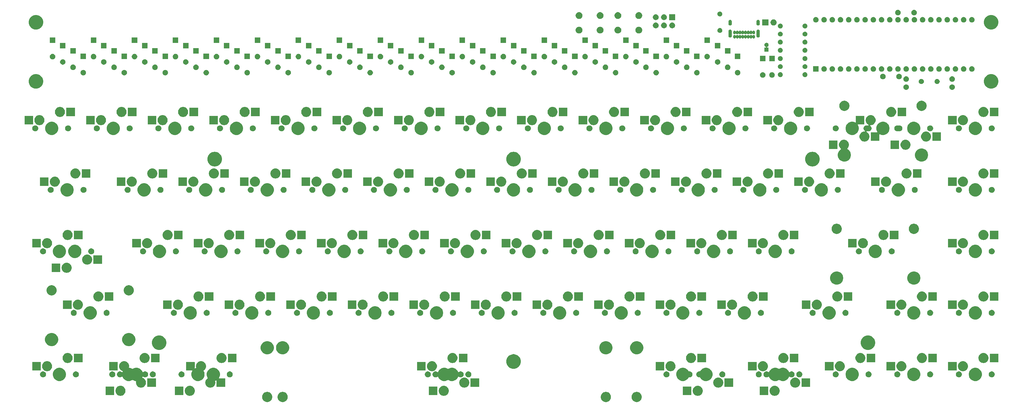
<source format=gbs>
G04 #@! TF.GenerationSoftware,KiCad,Pcbnew,(5.1.5)-3*
G04 #@! TF.CreationDate,2020-04-06T12:51:19+10:00*
G04 #@! TF.ProjectId,discipline-pcb,64697363-6970-46c6-996e-652d7063622e,rev?*
G04 #@! TF.SameCoordinates,Original*
G04 #@! TF.FileFunction,Soldermask,Bot*
G04 #@! TF.FilePolarity,Negative*
%FSLAX46Y46*%
G04 Gerber Fmt 4.6, Leading zero omitted, Abs format (unit mm)*
G04 Created by KiCad (PCBNEW (5.1.5)-3) date 2020-04-06 12:51:19*
%MOMM*%
%LPD*%
G04 APERTURE LIST*
%ADD10C,0.100000*%
G04 APERTURE END LIST*
D10*
G36*
X230483867Y-154655863D02*
G01*
X230636011Y-154686126D01*
X230754737Y-154735304D01*
X230922641Y-154804852D01*
X230922642Y-154804853D01*
X231180604Y-154977217D01*
X231399983Y-155196596D01*
X231458587Y-155284304D01*
X231572348Y-155454559D01*
X231591311Y-155500340D01*
X231691074Y-155741189D01*
X231712041Y-155846600D01*
X231751600Y-156045475D01*
X231751600Y-156355725D01*
X231691074Y-156660010D01*
X231572348Y-156946641D01*
X231572347Y-156946642D01*
X231399983Y-157204604D01*
X231180604Y-157423983D01*
X231008239Y-157539153D01*
X230922641Y-157596348D01*
X230754737Y-157665896D01*
X230636011Y-157715074D01*
X230483867Y-157745337D01*
X230331725Y-157775600D01*
X230021475Y-157775600D01*
X229869333Y-157745337D01*
X229717189Y-157715074D01*
X229598463Y-157665896D01*
X229430559Y-157596348D01*
X229344961Y-157539153D01*
X229172596Y-157423983D01*
X228953217Y-157204604D01*
X228780853Y-156946642D01*
X228780852Y-156946641D01*
X228662126Y-156660010D01*
X228601600Y-156355725D01*
X228601600Y-156045475D01*
X228641159Y-155846600D01*
X228662126Y-155741189D01*
X228761889Y-155500340D01*
X228780852Y-155454559D01*
X228894613Y-155284304D01*
X228953217Y-155196596D01*
X229172596Y-154977217D01*
X229430558Y-154804853D01*
X229430559Y-154804852D01*
X229598463Y-154735304D01*
X229717189Y-154686126D01*
X229869333Y-154655863D01*
X230021475Y-154625600D01*
X230331725Y-154625600D01*
X230483867Y-154655863D01*
G37*
G36*
X116183867Y-154655863D02*
G01*
X116336011Y-154686126D01*
X116454737Y-154735304D01*
X116622641Y-154804852D01*
X116622642Y-154804853D01*
X116880604Y-154977217D01*
X117099983Y-155196596D01*
X117158587Y-155284304D01*
X117272348Y-155454559D01*
X117291311Y-155500340D01*
X117391074Y-155741189D01*
X117412041Y-155846600D01*
X117451600Y-156045475D01*
X117451600Y-156355725D01*
X117391074Y-156660010D01*
X117272348Y-156946641D01*
X117272347Y-156946642D01*
X117099983Y-157204604D01*
X116880604Y-157423983D01*
X116708239Y-157539153D01*
X116622641Y-157596348D01*
X116454737Y-157665896D01*
X116336011Y-157715074D01*
X116183867Y-157745337D01*
X116031725Y-157775600D01*
X115721475Y-157775600D01*
X115569333Y-157745337D01*
X115417189Y-157715074D01*
X115298463Y-157665896D01*
X115130559Y-157596348D01*
X115044961Y-157539153D01*
X114872596Y-157423983D01*
X114653217Y-157204604D01*
X114480853Y-156946642D01*
X114480852Y-156946641D01*
X114362126Y-156660010D01*
X114301600Y-156355725D01*
X114301600Y-156045475D01*
X114341159Y-155846600D01*
X114362126Y-155741189D01*
X114461889Y-155500340D01*
X114480852Y-155454559D01*
X114594613Y-155284304D01*
X114653217Y-155196596D01*
X114872596Y-154977217D01*
X115130558Y-154804853D01*
X115130559Y-154804852D01*
X115298463Y-154735304D01*
X115417189Y-154686126D01*
X115569333Y-154655863D01*
X115721475Y-154625600D01*
X116031725Y-154625600D01*
X116183867Y-154655863D01*
G37*
G36*
X120952867Y-154655863D02*
G01*
X121105011Y-154686126D01*
X121223737Y-154735304D01*
X121391641Y-154804852D01*
X121391642Y-154804853D01*
X121649604Y-154977217D01*
X121868983Y-155196596D01*
X121927587Y-155284304D01*
X122041348Y-155454559D01*
X122060311Y-155500340D01*
X122160074Y-155741189D01*
X122181041Y-155846600D01*
X122220600Y-156045475D01*
X122220600Y-156355725D01*
X122160074Y-156660010D01*
X122041348Y-156946641D01*
X122041347Y-156946642D01*
X121868983Y-157204604D01*
X121649604Y-157423983D01*
X121477239Y-157539153D01*
X121391641Y-157596348D01*
X121223737Y-157665896D01*
X121105011Y-157715074D01*
X120952867Y-157745337D01*
X120800725Y-157775600D01*
X120490475Y-157775600D01*
X120338333Y-157745337D01*
X120186189Y-157715074D01*
X120067463Y-157665896D01*
X119899559Y-157596348D01*
X119813961Y-157539153D01*
X119641596Y-157423983D01*
X119422217Y-157204604D01*
X119249853Y-156946642D01*
X119249852Y-156946641D01*
X119131126Y-156660010D01*
X119070600Y-156355725D01*
X119070600Y-156045475D01*
X119110159Y-155846600D01*
X119131126Y-155741189D01*
X119230889Y-155500340D01*
X119249852Y-155454559D01*
X119363613Y-155284304D01*
X119422217Y-155196596D01*
X119641596Y-154977217D01*
X119899558Y-154804853D01*
X119899559Y-154804852D01*
X120067463Y-154735304D01*
X120186189Y-154686126D01*
X120338333Y-154655863D01*
X120490475Y-154625600D01*
X120800725Y-154625600D01*
X120952867Y-154655863D01*
G37*
G36*
X220952667Y-154655863D02*
G01*
X221104811Y-154686126D01*
X221223537Y-154735304D01*
X221391441Y-154804852D01*
X221391442Y-154804853D01*
X221649404Y-154977217D01*
X221868783Y-155196596D01*
X221927387Y-155284304D01*
X222041148Y-155454559D01*
X222060111Y-155500340D01*
X222159874Y-155741189D01*
X222180841Y-155846600D01*
X222220400Y-156045475D01*
X222220400Y-156355725D01*
X222159874Y-156660010D01*
X222041148Y-156946641D01*
X222041147Y-156946642D01*
X221868783Y-157204604D01*
X221649404Y-157423983D01*
X221477039Y-157539153D01*
X221391441Y-157596348D01*
X221223537Y-157665896D01*
X221104811Y-157715074D01*
X220952667Y-157745337D01*
X220800525Y-157775600D01*
X220490275Y-157775600D01*
X220338133Y-157745337D01*
X220185989Y-157715074D01*
X220067263Y-157665896D01*
X219899359Y-157596348D01*
X219813761Y-157539153D01*
X219641396Y-157423983D01*
X219422017Y-157204604D01*
X219249653Y-156946642D01*
X219249652Y-156946641D01*
X219130926Y-156660010D01*
X219070400Y-156355725D01*
X219070400Y-156045475D01*
X219109959Y-155846600D01*
X219130926Y-155741189D01*
X219230689Y-155500340D01*
X219249652Y-155454559D01*
X219363413Y-155284304D01*
X219422017Y-155196596D01*
X219641396Y-154977217D01*
X219899358Y-154804853D01*
X219899359Y-154804852D01*
X220067263Y-154735304D01*
X220185989Y-154686126D01*
X220338133Y-154655863D01*
X220490275Y-154625600D01*
X220800525Y-154625600D01*
X220952667Y-154655863D01*
G37*
G36*
X92212885Y-152774402D02*
G01*
X92362710Y-152804204D01*
X92644974Y-152921121D01*
X92899005Y-153090859D01*
X93115041Y-153306895D01*
X93284779Y-153560926D01*
X93401696Y-153843190D01*
X93461300Y-154142840D01*
X93461300Y-154448360D01*
X93401696Y-154748010D01*
X93284779Y-155030274D01*
X93115041Y-155284305D01*
X92899005Y-155500341D01*
X92644974Y-155670079D01*
X92362710Y-155786996D01*
X92212885Y-155816798D01*
X92063061Y-155846600D01*
X91757539Y-155846600D01*
X91607715Y-155816798D01*
X91457890Y-155786996D01*
X91175626Y-155670079D01*
X90921595Y-155500341D01*
X90705559Y-155284305D01*
X90535821Y-155030274D01*
X90418904Y-154748010D01*
X90359300Y-154448360D01*
X90359300Y-154142840D01*
X90418904Y-153843190D01*
X90535821Y-153560926D01*
X90705559Y-153306895D01*
X90921595Y-153090859D01*
X91175626Y-152921121D01*
X91457890Y-152804204D01*
X91607715Y-152774402D01*
X91757539Y-152744600D01*
X92063061Y-152744600D01*
X92212885Y-152774402D01*
G37*
G36*
X70782985Y-152774402D02*
G01*
X70932810Y-152804204D01*
X71215074Y-152921121D01*
X71469105Y-153090859D01*
X71685141Y-153306895D01*
X71854879Y-153560926D01*
X71971796Y-153843190D01*
X72031400Y-154142840D01*
X72031400Y-154448360D01*
X71971796Y-154748010D01*
X71854879Y-155030274D01*
X71685141Y-155284305D01*
X71469105Y-155500341D01*
X71215074Y-155670079D01*
X70932810Y-155786996D01*
X70782985Y-155816798D01*
X70633161Y-155846600D01*
X70327639Y-155846600D01*
X70177815Y-155816798D01*
X70027990Y-155786996D01*
X69745726Y-155670079D01*
X69491695Y-155500341D01*
X69275659Y-155284305D01*
X69105921Y-155030274D01*
X68989004Y-154748010D01*
X68929400Y-154448360D01*
X68929400Y-154142840D01*
X68989004Y-153843190D01*
X69105921Y-153560926D01*
X69275659Y-153306895D01*
X69491695Y-153090859D01*
X69745726Y-152921121D01*
X70027990Y-152804204D01*
X70177815Y-152774402D01*
X70327639Y-152744600D01*
X70633161Y-152744600D01*
X70782985Y-152774402D01*
G37*
G36*
X273176485Y-152774402D02*
G01*
X273326310Y-152804204D01*
X273608574Y-152921121D01*
X273862605Y-153090859D01*
X274078641Y-153306895D01*
X274248379Y-153560926D01*
X274365296Y-153843190D01*
X274424900Y-154142840D01*
X274424900Y-154448360D01*
X274365296Y-154748010D01*
X274248379Y-155030274D01*
X274078641Y-155284305D01*
X273862605Y-155500341D01*
X273608574Y-155670079D01*
X273326310Y-155786996D01*
X273176485Y-155816798D01*
X273026661Y-155846600D01*
X272721139Y-155846600D01*
X272571315Y-155816798D01*
X272421490Y-155786996D01*
X272139226Y-155670079D01*
X271885195Y-155500341D01*
X271669159Y-155284305D01*
X271499421Y-155030274D01*
X271382504Y-154748010D01*
X271322900Y-154448360D01*
X271322900Y-154142840D01*
X271382504Y-153843190D01*
X271499421Y-153560926D01*
X271669159Y-153306895D01*
X271885195Y-153090859D01*
X272139226Y-152921121D01*
X272421490Y-152804204D01*
X272571315Y-152774402D01*
X272721139Y-152744600D01*
X273026661Y-152744600D01*
X273176485Y-152774402D01*
G37*
G36*
X249365485Y-152774402D02*
G01*
X249515310Y-152804204D01*
X249797574Y-152921121D01*
X250051605Y-153090859D01*
X250267641Y-153306895D01*
X250437379Y-153560926D01*
X250554296Y-153843190D01*
X250613900Y-154142840D01*
X250613900Y-154448360D01*
X250554296Y-154748010D01*
X250437379Y-155030274D01*
X250267641Y-155284305D01*
X250051605Y-155500341D01*
X249797574Y-155670079D01*
X249515310Y-155786996D01*
X249365485Y-155816798D01*
X249215661Y-155846600D01*
X248910139Y-155846600D01*
X248760315Y-155816798D01*
X248610490Y-155786996D01*
X248328226Y-155670079D01*
X248074195Y-155500341D01*
X247858159Y-155284305D01*
X247688421Y-155030274D01*
X247571504Y-154748010D01*
X247511900Y-154448360D01*
X247511900Y-154142840D01*
X247571504Y-153843190D01*
X247688421Y-153560926D01*
X247858159Y-153306895D01*
X248074195Y-153090859D01*
X248328226Y-152921121D01*
X248610490Y-152804204D01*
X248760315Y-152774402D01*
X248910139Y-152744600D01*
X249215661Y-152744600D01*
X249365485Y-152774402D01*
G37*
G36*
X170789185Y-152774402D02*
G01*
X170939010Y-152804204D01*
X171221274Y-152921121D01*
X171475305Y-153090859D01*
X171691341Y-153306895D01*
X171861079Y-153560926D01*
X171977996Y-153843190D01*
X172037600Y-154142840D01*
X172037600Y-154448360D01*
X171977996Y-154748010D01*
X171861079Y-155030274D01*
X171691341Y-155284305D01*
X171475305Y-155500341D01*
X171221274Y-155670079D01*
X170939010Y-155786996D01*
X170789185Y-155816798D01*
X170639361Y-155846600D01*
X170333839Y-155846600D01*
X170184015Y-155816798D01*
X170034190Y-155786996D01*
X169751926Y-155670079D01*
X169497895Y-155500341D01*
X169281859Y-155284305D01*
X169112121Y-155030274D01*
X168995204Y-154748010D01*
X168935600Y-154448360D01*
X168935600Y-154142840D01*
X168995204Y-153843190D01*
X169112121Y-153560926D01*
X169281859Y-153306895D01*
X169497895Y-153090859D01*
X169751926Y-152921121D01*
X170034190Y-152804204D01*
X170184015Y-152774402D01*
X170333839Y-152744600D01*
X170639361Y-152744600D01*
X170789185Y-152774402D01*
G37*
G36*
X68504400Y-155596600D02*
G01*
X65852400Y-155596600D01*
X65852400Y-152994600D01*
X68504400Y-152994600D01*
X68504400Y-155596600D01*
G37*
G36*
X270897900Y-155596600D02*
G01*
X268245900Y-155596600D01*
X268245900Y-152994600D01*
X270897900Y-152994600D01*
X270897900Y-155596600D01*
G37*
G36*
X247086900Y-155596600D02*
G01*
X244434900Y-155596600D01*
X244434900Y-152994600D01*
X247086900Y-152994600D01*
X247086900Y-155596600D01*
G37*
G36*
X168510600Y-155596600D02*
G01*
X165858600Y-155596600D01*
X165858600Y-152994600D01*
X168510600Y-152994600D01*
X168510600Y-155596600D01*
G37*
G36*
X89934300Y-155596600D02*
G01*
X87282300Y-155596600D01*
X87282300Y-152994600D01*
X89934300Y-152994600D01*
X89934300Y-155596600D01*
G37*
G36*
X99808974Y-147249284D02*
G01*
X99958237Y-147311111D01*
X100181123Y-147403433D01*
X100516048Y-147627223D01*
X100800877Y-147912052D01*
X101024667Y-148246977D01*
X101057062Y-148325186D01*
X101178816Y-148619126D01*
X101257400Y-149014194D01*
X101257400Y-149417006D01*
X101178816Y-149812074D01*
X101112936Y-149971122D01*
X101030963Y-150169024D01*
X101024666Y-150184225D01*
X100974500Y-150259304D01*
X100962949Y-150280914D01*
X100955836Y-150304363D01*
X100953434Y-150328749D01*
X100955836Y-150353135D01*
X100962949Y-150376584D01*
X100974500Y-150398195D01*
X100990046Y-150417137D01*
X101008988Y-150432682D01*
X101030598Y-150444233D01*
X101054047Y-150451346D01*
X101078433Y-150453748D01*
X102804160Y-150453748D01*
X102820299Y-150455337D01*
X102829908Y-150458252D01*
X102838772Y-150462990D01*
X102846537Y-150469363D01*
X102852910Y-150477128D01*
X102857648Y-150485992D01*
X102860563Y-150495601D01*
X102862152Y-150511740D01*
X102862152Y-152999460D01*
X102860563Y-153015599D01*
X102857648Y-153025208D01*
X102852910Y-153034072D01*
X102846537Y-153041837D01*
X102838772Y-153048210D01*
X102829908Y-153052948D01*
X102820299Y-153055863D01*
X102804160Y-153057452D01*
X100266440Y-153057452D01*
X100250301Y-153055863D01*
X100240692Y-153052948D01*
X100231828Y-153048210D01*
X100224063Y-153041837D01*
X100217690Y-153034072D01*
X100212952Y-153025208D01*
X100210037Y-153015599D01*
X100208448Y-152999460D01*
X100208448Y-151261740D01*
X100210037Y-151245604D01*
X100213050Y-151235672D01*
X100217830Y-151211639D01*
X100217830Y-151187135D01*
X100213050Y-151163102D01*
X100203672Y-151140463D01*
X100190059Y-151120089D01*
X100172732Y-151102762D01*
X100152357Y-151089148D01*
X100129718Y-151079770D01*
X100105685Y-151074990D01*
X100081181Y-151074990D01*
X100057148Y-151079770D01*
X100045598Y-151083903D01*
X99828544Y-151173810D01*
X99806933Y-151185361D01*
X99787991Y-151200906D01*
X99772446Y-151219848D01*
X99760895Y-151241459D01*
X99753782Y-151264908D01*
X99751380Y-151289294D01*
X99753781Y-151313674D01*
X99811300Y-151602840D01*
X99811300Y-151908360D01*
X99751696Y-152208010D01*
X99634779Y-152490274D01*
X99465041Y-152744305D01*
X99249005Y-152960341D01*
X98994974Y-153130079D01*
X98712710Y-153246996D01*
X98562885Y-153276798D01*
X98413061Y-153306600D01*
X98107539Y-153306600D01*
X97957715Y-153276798D01*
X97807890Y-153246996D01*
X97525626Y-153130079D01*
X97271595Y-152960341D01*
X97055559Y-152744305D01*
X96885821Y-152490274D01*
X96768904Y-152208010D01*
X96709300Y-151908360D01*
X96709300Y-151602840D01*
X96768904Y-151303190D01*
X96885821Y-151020926D01*
X97055559Y-150766895D01*
X97271595Y-150550859D01*
X97426038Y-150447663D01*
X97444971Y-150432126D01*
X97460516Y-150413184D01*
X97472067Y-150391573D01*
X97479180Y-150368124D01*
X97481582Y-150343738D01*
X97479180Y-150319352D01*
X97472067Y-150295903D01*
X97460519Y-150274298D01*
X97400333Y-150184223D01*
X97312064Y-149971122D01*
X97246184Y-149812074D01*
X97167600Y-149417006D01*
X97167600Y-149014194D01*
X97246184Y-148619126D01*
X97367938Y-148325186D01*
X97400333Y-148246977D01*
X97624123Y-147912052D01*
X97908952Y-147627223D01*
X98243877Y-147403433D01*
X98466763Y-147311111D01*
X98616026Y-147249284D01*
X99011094Y-147170700D01*
X99413906Y-147170700D01*
X99808974Y-147249284D01*
G37*
G36*
X177116260Y-150229842D02*
G01*
X177289010Y-150264204D01*
X177571274Y-150381121D01*
X177825305Y-150550859D01*
X178041341Y-150766895D01*
X178211079Y-151020926D01*
X178327996Y-151303190D01*
X178387600Y-151602840D01*
X178387600Y-151908360D01*
X178327996Y-152208010D01*
X178211079Y-152490274D01*
X178041341Y-152744305D01*
X177825305Y-152960341D01*
X177571274Y-153130079D01*
X177289010Y-153246996D01*
X177139185Y-153276798D01*
X176989361Y-153306600D01*
X176683839Y-153306600D01*
X176534015Y-153276798D01*
X176384190Y-153246996D01*
X176101926Y-153130079D01*
X175847895Y-152960341D01*
X175631859Y-152744305D01*
X175462121Y-152490274D01*
X175345204Y-152208010D01*
X175285600Y-151908360D01*
X175285600Y-151602840D01*
X175345204Y-151303190D01*
X175462121Y-151020926D01*
X175631859Y-150766895D01*
X175847895Y-150550859D01*
X176101926Y-150381121D01*
X176384190Y-150264204D01*
X176556940Y-150229842D01*
X176683839Y-150204600D01*
X176989361Y-150204600D01*
X177116260Y-150229842D01*
G37*
G36*
X279503560Y-150229842D02*
G01*
X279676310Y-150264204D01*
X279958574Y-150381121D01*
X280212605Y-150550859D01*
X280428641Y-150766895D01*
X280598379Y-151020926D01*
X280715296Y-151303190D01*
X280774900Y-151602840D01*
X280774900Y-151908360D01*
X280715296Y-152208010D01*
X280598379Y-152490274D01*
X280428641Y-152744305D01*
X280212605Y-152960341D01*
X279958574Y-153130079D01*
X279676310Y-153246996D01*
X279526485Y-153276798D01*
X279376661Y-153306600D01*
X279071139Y-153306600D01*
X278921315Y-153276798D01*
X278771490Y-153246996D01*
X278489226Y-153130079D01*
X278235195Y-152960341D01*
X278019159Y-152744305D01*
X277849421Y-152490274D01*
X277732504Y-152208010D01*
X277672900Y-151908360D01*
X277672900Y-151602840D01*
X277732504Y-151303190D01*
X277849421Y-151020926D01*
X278019159Y-150766895D01*
X278235195Y-150550859D01*
X278489226Y-150381121D01*
X278771490Y-150264204D01*
X278944240Y-150229842D01*
X279071139Y-150204600D01*
X279376661Y-150204600D01*
X279503560Y-150229842D01*
G37*
G36*
X71894085Y-145154402D02*
G01*
X72043910Y-145184204D01*
X72326174Y-145301121D01*
X72580205Y-145470859D01*
X72796241Y-145686895D01*
X72965979Y-145940926D01*
X73066942Y-146184674D01*
X73082896Y-146223191D01*
X73142500Y-146522839D01*
X73142500Y-146828361D01*
X73104119Y-147021315D01*
X73101717Y-147045701D01*
X73104119Y-147070087D01*
X73111232Y-147093536D01*
X73122783Y-147115147D01*
X73138328Y-147134089D01*
X73157270Y-147149634D01*
X73178881Y-147161185D01*
X73202330Y-147168298D01*
X73216989Y-147169742D01*
X73616874Y-147249284D01*
X73766137Y-147311111D01*
X73989023Y-147403433D01*
X74141504Y-147505318D01*
X74163115Y-147516869D01*
X74186564Y-147523982D01*
X74210950Y-147526384D01*
X74235336Y-147523982D01*
X74258785Y-147516869D01*
X74280396Y-147505318D01*
X74432877Y-147403433D01*
X74655763Y-147311111D01*
X74805026Y-147249284D01*
X75200094Y-147170700D01*
X75602906Y-147170700D01*
X75997974Y-147249284D01*
X76147237Y-147311111D01*
X76370123Y-147403433D01*
X76705048Y-147627223D01*
X76989877Y-147912052D01*
X77213667Y-148246977D01*
X77246062Y-148325186D01*
X77301936Y-148460078D01*
X77313487Y-148481689D01*
X77329032Y-148500631D01*
X77347974Y-148516176D01*
X77369585Y-148527727D01*
X77393034Y-148534840D01*
X77417420Y-148537242D01*
X77441806Y-148534840D01*
X77465255Y-148527727D01*
X77486866Y-148516176D01*
X77505797Y-148500640D01*
X77510109Y-148496328D01*
X77661774Y-148394989D01*
X77830296Y-148325185D01*
X78009197Y-148289600D01*
X78191603Y-148289600D01*
X78370504Y-148325185D01*
X78539026Y-148394989D01*
X78690691Y-148496328D01*
X78819672Y-148625309D01*
X78921011Y-148776974D01*
X78990815Y-148945496D01*
X79026400Y-149124397D01*
X79026400Y-149306803D01*
X78990815Y-149485704D01*
X78921011Y-149654226D01*
X78819672Y-149805891D01*
X78690691Y-149934872D01*
X78539026Y-150036211D01*
X78370504Y-150106015D01*
X78191603Y-150141600D01*
X78009197Y-150141600D01*
X77830296Y-150106015D01*
X77661774Y-150036211D01*
X77510109Y-149934872D01*
X77505797Y-149930560D01*
X77486866Y-149915024D01*
X77465255Y-149903473D01*
X77441806Y-149896360D01*
X77417420Y-149893958D01*
X77393034Y-149896360D01*
X77369585Y-149903473D01*
X77347974Y-149915024D01*
X77329032Y-149930569D01*
X77313487Y-149949511D01*
X77301936Y-149971122D01*
X77246062Y-150106015D01*
X77243350Y-150112561D01*
X77236237Y-150136010D01*
X77233835Y-150160396D01*
X77236237Y-150184782D01*
X77243350Y-150208231D01*
X77254901Y-150229842D01*
X77270446Y-150248784D01*
X77289388Y-150264329D01*
X77310999Y-150275880D01*
X77323152Y-150280914D01*
X77565074Y-150381121D01*
X77819105Y-150550859D01*
X78035141Y-150766895D01*
X78204879Y-151020926D01*
X78321796Y-151303190D01*
X78381400Y-151602840D01*
X78381400Y-151908360D01*
X78321796Y-152208010D01*
X78204879Y-152490274D01*
X78035141Y-152744305D01*
X77819105Y-152960341D01*
X77565074Y-153130079D01*
X77282810Y-153246996D01*
X77132985Y-153276798D01*
X76983161Y-153306600D01*
X76677639Y-153306600D01*
X76527815Y-153276798D01*
X76377990Y-153246996D01*
X76095726Y-153130079D01*
X75841695Y-152960341D01*
X75625659Y-152744305D01*
X75455921Y-152490274D01*
X75339004Y-152208010D01*
X75279400Y-151908360D01*
X75279400Y-151602840D01*
X75317781Y-151409885D01*
X75320183Y-151385499D01*
X75317781Y-151361113D01*
X75310668Y-151337664D01*
X75299117Y-151316053D01*
X75283572Y-151297111D01*
X75264630Y-151281566D01*
X75243019Y-151270015D01*
X75219570Y-151262902D01*
X75204911Y-151261458D01*
X74805026Y-151181916D01*
X74546884Y-151074990D01*
X74432877Y-151027767D01*
X74280394Y-150925881D01*
X74258785Y-150914331D01*
X74235336Y-150907218D01*
X74210950Y-150904816D01*
X74186564Y-150907218D01*
X74163115Y-150914331D01*
X74141506Y-150925881D01*
X73989023Y-151027767D01*
X73875016Y-151074990D01*
X73616874Y-151181916D01*
X73221806Y-151260500D01*
X72818994Y-151260500D01*
X72423926Y-151181916D01*
X72165784Y-151074990D01*
X72051777Y-151027767D01*
X71716852Y-150803977D01*
X71432023Y-150519148D01*
X71208233Y-150184223D01*
X71119964Y-149971122D01*
X71108413Y-149949511D01*
X71092868Y-149930569D01*
X71073926Y-149915024D01*
X71052315Y-149903473D01*
X71028866Y-149896360D01*
X71004480Y-149893958D01*
X70980094Y-149896360D01*
X70956645Y-149903473D01*
X70935034Y-149915024D01*
X70916103Y-149930560D01*
X70911791Y-149934872D01*
X70760126Y-150036211D01*
X70591604Y-150106015D01*
X70412703Y-150141600D01*
X70230297Y-150141600D01*
X70051396Y-150106015D01*
X69882874Y-150036211D01*
X69731209Y-149934872D01*
X69602228Y-149805891D01*
X69500889Y-149654226D01*
X69431085Y-149485704D01*
X69395500Y-149306803D01*
X69395500Y-149124397D01*
X69431085Y-148945496D01*
X69500889Y-148776974D01*
X69602228Y-148625309D01*
X69731209Y-148496328D01*
X69882874Y-148394989D01*
X70051396Y-148325185D01*
X70230297Y-148289600D01*
X70412703Y-148289600D01*
X70591604Y-148325185D01*
X70760126Y-148394989D01*
X70911791Y-148496328D01*
X70916103Y-148500640D01*
X70935034Y-148516176D01*
X70956645Y-148527727D01*
X70980094Y-148534840D01*
X71004480Y-148537242D01*
X71028866Y-148534840D01*
X71052315Y-148527727D01*
X71073926Y-148516176D01*
X71092868Y-148500631D01*
X71108413Y-148481689D01*
X71119964Y-148460078D01*
X71175838Y-148325186D01*
X71178551Y-148318637D01*
X71185663Y-148295190D01*
X71188065Y-148270804D01*
X71185663Y-148246418D01*
X71178550Y-148222969D01*
X71166999Y-148201358D01*
X71151454Y-148182416D01*
X71132512Y-148166871D01*
X71110901Y-148155320D01*
X71042137Y-148126837D01*
X70856826Y-148050079D01*
X70602795Y-147880341D01*
X70386759Y-147664305D01*
X70217021Y-147410274D01*
X70100104Y-147128010D01*
X70065961Y-146956359D01*
X70040500Y-146828361D01*
X70040500Y-146522839D01*
X70100104Y-146223191D01*
X70116058Y-146184674D01*
X70217021Y-145940926D01*
X70386759Y-145686895D01*
X70602795Y-145470859D01*
X70856826Y-145301121D01*
X71139090Y-145184204D01*
X71288915Y-145154402D01*
X71438739Y-145124600D01*
X71744261Y-145124600D01*
X71894085Y-145154402D01*
G37*
G36*
X255692560Y-150229842D02*
G01*
X255865310Y-150264204D01*
X256147574Y-150381121D01*
X256401605Y-150550859D01*
X256617641Y-150766895D01*
X256787379Y-151020926D01*
X256904296Y-151303190D01*
X256963900Y-151602840D01*
X256963900Y-151908360D01*
X256904296Y-152208010D01*
X256787379Y-152490274D01*
X256617641Y-152744305D01*
X256401605Y-152960341D01*
X256147574Y-153130079D01*
X255865310Y-153246996D01*
X255715485Y-153276798D01*
X255565661Y-153306600D01*
X255260139Y-153306600D01*
X255110315Y-153276798D01*
X254960490Y-153246996D01*
X254678226Y-153130079D01*
X254424195Y-152960341D01*
X254208159Y-152744305D01*
X254038421Y-152490274D01*
X253921504Y-152208010D01*
X253861900Y-151908360D01*
X253861900Y-151602840D01*
X253921504Y-151303190D01*
X254038421Y-151020926D01*
X254208159Y-150766895D01*
X254424195Y-150550859D01*
X254678226Y-150381121D01*
X254960490Y-150264204D01*
X255133240Y-150229842D01*
X255260139Y-150204600D01*
X255565661Y-150204600D01*
X255692560Y-150229842D01*
G37*
G36*
X181437600Y-153056600D02*
G01*
X178785600Y-153056600D01*
X178785600Y-150454600D01*
X181437600Y-150454600D01*
X181437600Y-153056600D01*
G37*
G36*
X283824900Y-153056600D02*
G01*
X281172900Y-153056600D01*
X281172900Y-150454600D01*
X283824900Y-150454600D01*
X283824900Y-153056600D01*
G37*
G36*
X81431400Y-153056600D02*
G01*
X78779400Y-153056600D01*
X78779400Y-150454600D01*
X81431400Y-150454600D01*
X81431400Y-153056600D01*
G37*
G36*
X260013900Y-153056600D02*
G01*
X257361900Y-153056600D01*
X257361900Y-150454600D01*
X260013900Y-150454600D01*
X260013900Y-153056600D01*
G37*
G36*
X245056074Y-147249284D02*
G01*
X245205337Y-147311111D01*
X245428223Y-147403433D01*
X245763148Y-147627223D01*
X246047977Y-147912052D01*
X246269266Y-148243234D01*
X246284812Y-148262176D01*
X246303753Y-148277721D01*
X246325364Y-148289272D01*
X246348813Y-148296385D01*
X246373199Y-148298787D01*
X246397585Y-148296385D01*
X246431696Y-148289600D01*
X246614103Y-148289600D01*
X246793004Y-148325185D01*
X246961526Y-148394989D01*
X247113191Y-148496328D01*
X247242172Y-148625309D01*
X247343511Y-148776974D01*
X247413315Y-148945496D01*
X247448900Y-149124397D01*
X247448900Y-149306803D01*
X247413315Y-149485704D01*
X247343511Y-149654226D01*
X247242172Y-149805891D01*
X247113191Y-149934872D01*
X246961526Y-150036211D01*
X246793004Y-150106015D01*
X246614103Y-150141600D01*
X246431696Y-150141600D01*
X246397585Y-150134815D01*
X246373199Y-150132413D01*
X246348812Y-150134815D01*
X246325364Y-150141928D01*
X246303753Y-150153479D01*
X246284811Y-150169025D01*
X246269266Y-150187966D01*
X246047977Y-150519148D01*
X245763148Y-150803977D01*
X245428223Y-151027767D01*
X245314216Y-151074990D01*
X245056074Y-151181916D01*
X244661006Y-151260500D01*
X244258194Y-151260500D01*
X243863126Y-151181916D01*
X243604984Y-151074990D01*
X243490977Y-151027767D01*
X243156052Y-150803977D01*
X242871223Y-150519148D01*
X242647433Y-150184223D01*
X242559164Y-149971122D01*
X242493284Y-149812074D01*
X242414700Y-149417006D01*
X242414700Y-149014194D01*
X242493284Y-148619126D01*
X242615038Y-148325186D01*
X242647433Y-148246977D01*
X242871223Y-147912052D01*
X243156052Y-147627223D01*
X243490977Y-147403433D01*
X243713863Y-147311111D01*
X243863126Y-147249284D01*
X244258194Y-147170700D01*
X244661006Y-147170700D01*
X245056074Y-147249284D01*
G37*
G36*
X95705085Y-145154402D02*
G01*
X95854910Y-145184204D01*
X96137174Y-145301121D01*
X96391205Y-145470859D01*
X96607241Y-145686895D01*
X96776979Y-145940926D01*
X96877942Y-146184674D01*
X96893896Y-146223191D01*
X96953500Y-146522839D01*
X96953500Y-146828361D01*
X96928039Y-146956359D01*
X96893896Y-147128010D01*
X96776979Y-147410274D01*
X96607241Y-147664305D01*
X96391205Y-147880341D01*
X96236762Y-147983537D01*
X96217829Y-147999074D01*
X96202284Y-148018016D01*
X96190733Y-148039627D01*
X96183620Y-148063076D01*
X96181218Y-148087462D01*
X96183620Y-148111848D01*
X96190733Y-148135297D01*
X96202281Y-148156902D01*
X96262467Y-148246977D01*
X96294862Y-148325186D01*
X96416616Y-148619126D01*
X96495200Y-149014194D01*
X96495200Y-149417006D01*
X96416616Y-149812074D01*
X96350736Y-149971122D01*
X96262467Y-150184223D01*
X96038677Y-150519148D01*
X95753848Y-150803977D01*
X95418923Y-151027767D01*
X95304916Y-151074990D01*
X95046774Y-151181916D01*
X94651706Y-151260500D01*
X94248894Y-151260500D01*
X93853826Y-151181916D01*
X93595684Y-151074990D01*
X93481677Y-151027767D01*
X93146752Y-150803977D01*
X92861923Y-150519148D01*
X92638133Y-150184223D01*
X92549864Y-149971122D01*
X92483984Y-149812074D01*
X92405400Y-149417006D01*
X92405400Y-149014194D01*
X92483984Y-148619126D01*
X92620614Y-148289272D01*
X92638133Y-148246977D01*
X92638134Y-148246975D01*
X92688300Y-148171896D01*
X92699851Y-148150286D01*
X92706964Y-148126837D01*
X92709366Y-148102451D01*
X92706964Y-148078065D01*
X92699851Y-148054616D01*
X92688300Y-148033005D01*
X92672754Y-148014063D01*
X92653812Y-147998518D01*
X92632202Y-147986967D01*
X92608753Y-147979854D01*
X92584367Y-147977452D01*
X90858640Y-147977452D01*
X90842501Y-147975863D01*
X90832892Y-147972948D01*
X90824028Y-147968210D01*
X90816263Y-147961837D01*
X90809890Y-147954072D01*
X90805152Y-147945208D01*
X90802237Y-147935599D01*
X90800648Y-147919460D01*
X90800648Y-145431740D01*
X90802237Y-145415601D01*
X90805152Y-145405992D01*
X90809890Y-145397128D01*
X90816263Y-145389363D01*
X90824028Y-145382990D01*
X90832892Y-145378252D01*
X90842501Y-145375337D01*
X90858640Y-145373748D01*
X93396360Y-145373748D01*
X93412499Y-145375337D01*
X93422108Y-145378252D01*
X93430972Y-145382990D01*
X93438737Y-145389363D01*
X93445110Y-145397128D01*
X93449848Y-145405992D01*
X93452763Y-145415601D01*
X93454352Y-145431740D01*
X93454352Y-147169460D01*
X93452763Y-147185596D01*
X93449750Y-147195528D01*
X93444970Y-147219561D01*
X93444970Y-147244065D01*
X93449750Y-147268098D01*
X93459128Y-147290737D01*
X93472741Y-147311111D01*
X93490068Y-147328438D01*
X93510443Y-147342052D01*
X93533082Y-147351430D01*
X93557115Y-147356210D01*
X93581619Y-147356210D01*
X93605652Y-147351430D01*
X93617202Y-147347297D01*
X93834256Y-147257390D01*
X93855867Y-147245839D01*
X93874809Y-147230294D01*
X93890354Y-147211352D01*
X93901905Y-147189741D01*
X93909018Y-147166292D01*
X93911420Y-147141906D01*
X93909019Y-147117526D01*
X93866047Y-146901495D01*
X93851500Y-146828361D01*
X93851500Y-146522839D01*
X93911104Y-146223191D01*
X93927058Y-146184674D01*
X94028021Y-145940926D01*
X94197759Y-145686895D01*
X94413795Y-145470859D01*
X94667826Y-145301121D01*
X94950090Y-145184204D01*
X95099915Y-145154402D01*
X95249739Y-145124600D01*
X95555261Y-145124600D01*
X95705085Y-145154402D01*
G37*
G36*
X52186974Y-147249284D02*
G01*
X52336237Y-147311111D01*
X52559123Y-147403433D01*
X52894048Y-147627223D01*
X53178877Y-147912052D01*
X53402667Y-148246977D01*
X53435062Y-148325186D01*
X53556816Y-148619126D01*
X53635400Y-149014194D01*
X53635400Y-149417006D01*
X53556816Y-149812074D01*
X53490936Y-149971122D01*
X53402667Y-150184223D01*
X53178877Y-150519148D01*
X52894048Y-150803977D01*
X52559123Y-151027767D01*
X52445116Y-151074990D01*
X52186974Y-151181916D01*
X51791906Y-151260500D01*
X51389094Y-151260500D01*
X50994026Y-151181916D01*
X50735884Y-151074990D01*
X50621877Y-151027767D01*
X50286952Y-150803977D01*
X50002123Y-150519148D01*
X49778333Y-150184223D01*
X49690064Y-149971122D01*
X49624184Y-149812074D01*
X49545600Y-149417006D01*
X49545600Y-149014194D01*
X49624184Y-148619126D01*
X49745938Y-148325186D01*
X49778333Y-148246977D01*
X50002123Y-147912052D01*
X50286952Y-147627223D01*
X50621877Y-147403433D01*
X50844763Y-147311111D01*
X50994026Y-147249284D01*
X51389094Y-147170700D01*
X51791906Y-147170700D01*
X52186974Y-147249284D01*
G37*
G36*
X335537874Y-147249284D02*
G01*
X335687137Y-147311111D01*
X335910023Y-147403433D01*
X336244948Y-147627223D01*
X336529777Y-147912052D01*
X336753567Y-148246977D01*
X336785962Y-148325186D01*
X336907716Y-148619126D01*
X336986300Y-149014194D01*
X336986300Y-149417006D01*
X336907716Y-149812074D01*
X336841836Y-149971122D01*
X336753567Y-150184223D01*
X336529777Y-150519148D01*
X336244948Y-150803977D01*
X335910023Y-151027767D01*
X335796016Y-151074990D01*
X335537874Y-151181916D01*
X335142806Y-151260500D01*
X334739994Y-151260500D01*
X334344926Y-151181916D01*
X334086784Y-151074990D01*
X333972777Y-151027767D01*
X333637852Y-150803977D01*
X333353023Y-150519148D01*
X333129233Y-150184223D01*
X333040964Y-149971122D01*
X332975084Y-149812074D01*
X332896500Y-149417006D01*
X332896500Y-149014194D01*
X332975084Y-148619126D01*
X333096838Y-148325186D01*
X333129233Y-148246977D01*
X333353023Y-147912052D01*
X333637852Y-147627223D01*
X333972777Y-147403433D01*
X334195663Y-147311111D01*
X334344926Y-147249284D01*
X334739994Y-147170700D01*
X335142806Y-147170700D01*
X335537874Y-147249284D01*
G37*
G36*
X171241974Y-147249284D02*
G01*
X171391237Y-147311111D01*
X171614123Y-147403433D01*
X171766604Y-147505318D01*
X171788215Y-147516869D01*
X171811664Y-147523982D01*
X171836050Y-147526384D01*
X171860436Y-147523982D01*
X171883885Y-147516869D01*
X171905496Y-147505318D01*
X172057977Y-147403433D01*
X172280863Y-147311111D01*
X172430126Y-147249284D01*
X172825194Y-147170700D01*
X173228006Y-147170700D01*
X173623074Y-147249284D01*
X173772337Y-147311111D01*
X173995223Y-147403433D01*
X174330148Y-147627223D01*
X174614977Y-147912052D01*
X174838767Y-148246977D01*
X174871162Y-148325186D01*
X174927036Y-148460078D01*
X174938587Y-148481689D01*
X174954132Y-148500631D01*
X174973074Y-148516176D01*
X174994685Y-148527727D01*
X175018134Y-148534840D01*
X175042520Y-148537242D01*
X175066906Y-148534840D01*
X175090355Y-148527727D01*
X175111966Y-148516176D01*
X175130897Y-148500640D01*
X175135209Y-148496328D01*
X175286874Y-148394989D01*
X175455396Y-148325185D01*
X175634297Y-148289600D01*
X175816703Y-148289600D01*
X175995604Y-148325185D01*
X176164126Y-148394989D01*
X176315791Y-148496328D01*
X176444772Y-148625309D01*
X176546111Y-148776974D01*
X176615915Y-148945496D01*
X176651500Y-149124397D01*
X176651500Y-149306803D01*
X176615915Y-149485704D01*
X176546111Y-149654226D01*
X176444772Y-149805891D01*
X176315791Y-149934872D01*
X176164126Y-150036211D01*
X175995604Y-150106015D01*
X175816703Y-150141600D01*
X175634297Y-150141600D01*
X175455396Y-150106015D01*
X175286874Y-150036211D01*
X175135209Y-149934872D01*
X175130897Y-149930560D01*
X175111966Y-149915024D01*
X175090355Y-149903473D01*
X175066906Y-149896360D01*
X175042520Y-149893958D01*
X175018134Y-149896360D01*
X174994685Y-149903473D01*
X174973074Y-149915024D01*
X174954132Y-149930569D01*
X174938587Y-149949511D01*
X174927036Y-149971122D01*
X174838767Y-150184223D01*
X174614977Y-150519148D01*
X174330148Y-150803977D01*
X173995223Y-151027767D01*
X173881216Y-151074990D01*
X173623074Y-151181916D01*
X173228006Y-151260500D01*
X172825194Y-151260500D01*
X172430126Y-151181916D01*
X172171984Y-151074990D01*
X172057977Y-151027767D01*
X171905494Y-150925881D01*
X171883885Y-150914331D01*
X171860436Y-150907218D01*
X171836050Y-150904816D01*
X171811664Y-150907218D01*
X171788215Y-150914331D01*
X171766606Y-150925881D01*
X171614123Y-151027767D01*
X171500116Y-151074990D01*
X171241974Y-151181916D01*
X170846906Y-151260500D01*
X170444094Y-151260500D01*
X170049026Y-151181916D01*
X169790884Y-151074990D01*
X169676877Y-151027767D01*
X169341952Y-150803977D01*
X169057123Y-150519148D01*
X168833333Y-150184223D01*
X168745064Y-149971122D01*
X168733513Y-149949511D01*
X168717968Y-149930569D01*
X168699026Y-149915024D01*
X168677415Y-149903473D01*
X168653966Y-149896360D01*
X168629580Y-149893958D01*
X168605194Y-149896360D01*
X168581745Y-149903473D01*
X168560134Y-149915024D01*
X168541203Y-149930560D01*
X168536891Y-149934872D01*
X168385226Y-150036211D01*
X168216704Y-150106015D01*
X168037803Y-150141600D01*
X167855397Y-150141600D01*
X167676496Y-150106015D01*
X167507974Y-150036211D01*
X167356309Y-149934872D01*
X167227328Y-149805891D01*
X167125989Y-149654226D01*
X167056185Y-149485704D01*
X167020600Y-149306803D01*
X167020600Y-149124397D01*
X167056185Y-148945496D01*
X167125989Y-148776974D01*
X167227328Y-148625309D01*
X167356309Y-148496328D01*
X167507974Y-148394989D01*
X167676496Y-148325185D01*
X167855397Y-148289600D01*
X168037803Y-148289600D01*
X168216704Y-148325185D01*
X168385226Y-148394989D01*
X168536891Y-148496328D01*
X168541203Y-148500640D01*
X168560134Y-148516176D01*
X168581745Y-148527727D01*
X168605194Y-148534840D01*
X168629580Y-148537242D01*
X168653966Y-148534840D01*
X168677415Y-148527727D01*
X168699026Y-148516176D01*
X168717968Y-148500631D01*
X168733513Y-148481689D01*
X168745064Y-148460078D01*
X168800938Y-148325186D01*
X168833333Y-148246977D01*
X169057123Y-147912052D01*
X169341952Y-147627223D01*
X169676877Y-147403433D01*
X169899763Y-147311111D01*
X170049026Y-147249284D01*
X170444094Y-147170700D01*
X170846906Y-147170700D01*
X171241974Y-147249284D01*
G37*
G36*
X297440274Y-147249284D02*
G01*
X297589537Y-147311111D01*
X297812423Y-147403433D01*
X298147348Y-147627223D01*
X298432177Y-147912052D01*
X298655967Y-148246977D01*
X298688362Y-148325186D01*
X298810116Y-148619126D01*
X298888700Y-149014194D01*
X298888700Y-149417006D01*
X298810116Y-149812074D01*
X298744236Y-149971122D01*
X298655967Y-150184223D01*
X298432177Y-150519148D01*
X298147348Y-150803977D01*
X297812423Y-151027767D01*
X297698416Y-151074990D01*
X297440274Y-151181916D01*
X297045206Y-151260500D01*
X296642394Y-151260500D01*
X296247326Y-151181916D01*
X295989184Y-151074990D01*
X295875177Y-151027767D01*
X295540252Y-150803977D01*
X295255423Y-150519148D01*
X295031633Y-150184223D01*
X294943364Y-149971122D01*
X294877484Y-149812074D01*
X294798900Y-149417006D01*
X294798900Y-149014194D01*
X294877484Y-148619126D01*
X294999238Y-148325186D01*
X295031633Y-148246977D01*
X295255423Y-147912052D01*
X295540252Y-147627223D01*
X295875177Y-147403433D01*
X296098063Y-147311111D01*
X296247326Y-147249284D01*
X296642394Y-147170700D01*
X297045206Y-147170700D01*
X297440274Y-147249284D01*
G37*
G36*
X316489074Y-147249284D02*
G01*
X316638337Y-147311111D01*
X316861223Y-147403433D01*
X317196148Y-147627223D01*
X317480977Y-147912052D01*
X317704767Y-148246977D01*
X317737162Y-148325186D01*
X317858916Y-148619126D01*
X317937500Y-149014194D01*
X317937500Y-149417006D01*
X317858916Y-149812074D01*
X317793036Y-149971122D01*
X317704767Y-150184223D01*
X317480977Y-150519148D01*
X317196148Y-150803977D01*
X316861223Y-151027767D01*
X316747216Y-151074990D01*
X316489074Y-151181916D01*
X316094006Y-151260500D01*
X315691194Y-151260500D01*
X315296126Y-151181916D01*
X315037984Y-151074990D01*
X314923977Y-151027767D01*
X314589052Y-150803977D01*
X314304223Y-150519148D01*
X314080433Y-150184223D01*
X313992164Y-149971122D01*
X313926284Y-149812074D01*
X313847700Y-149417006D01*
X313847700Y-149014194D01*
X313926284Y-148619126D01*
X314048038Y-148325186D01*
X314080433Y-148246977D01*
X314304223Y-147912052D01*
X314589052Y-147627223D01*
X314923977Y-147403433D01*
X315146863Y-147311111D01*
X315296126Y-147249284D01*
X315691194Y-147170700D01*
X316094006Y-147170700D01*
X316489074Y-147249284D01*
G37*
G36*
X273629274Y-147249284D02*
G01*
X273778537Y-147311111D01*
X274001423Y-147403433D01*
X274153904Y-147505318D01*
X274175515Y-147516869D01*
X274198964Y-147523982D01*
X274223350Y-147526384D01*
X274247736Y-147523982D01*
X274271185Y-147516869D01*
X274292796Y-147505318D01*
X274445277Y-147403433D01*
X274668163Y-147311111D01*
X274817426Y-147249284D01*
X275212494Y-147170700D01*
X275615306Y-147170700D01*
X276010374Y-147249284D01*
X276159637Y-147311111D01*
X276382523Y-147403433D01*
X276717448Y-147627223D01*
X277002277Y-147912052D01*
X277226067Y-148246977D01*
X277258462Y-148325186D01*
X277314336Y-148460078D01*
X277325887Y-148481689D01*
X277341432Y-148500631D01*
X277360374Y-148516176D01*
X277381985Y-148527727D01*
X277405434Y-148534840D01*
X277429820Y-148537242D01*
X277454206Y-148534840D01*
X277477655Y-148527727D01*
X277499266Y-148516176D01*
X277518197Y-148500640D01*
X277522509Y-148496328D01*
X277674174Y-148394989D01*
X277842696Y-148325185D01*
X278021597Y-148289600D01*
X278204003Y-148289600D01*
X278382904Y-148325185D01*
X278551426Y-148394989D01*
X278703091Y-148496328D01*
X278832072Y-148625309D01*
X278933411Y-148776974D01*
X279003215Y-148945496D01*
X279038800Y-149124397D01*
X279038800Y-149306803D01*
X279003215Y-149485704D01*
X278933411Y-149654226D01*
X278832072Y-149805891D01*
X278703091Y-149934872D01*
X278551426Y-150036211D01*
X278382904Y-150106015D01*
X278204003Y-150141600D01*
X278021597Y-150141600D01*
X277842696Y-150106015D01*
X277674174Y-150036211D01*
X277522509Y-149934872D01*
X277518197Y-149930560D01*
X277499266Y-149915024D01*
X277477655Y-149903473D01*
X277454206Y-149896360D01*
X277429820Y-149893958D01*
X277405434Y-149896360D01*
X277381985Y-149903473D01*
X277360374Y-149915024D01*
X277341432Y-149930569D01*
X277325887Y-149949511D01*
X277314336Y-149971122D01*
X277226067Y-150184223D01*
X277002277Y-150519148D01*
X276717448Y-150803977D01*
X276382523Y-151027767D01*
X276268516Y-151074990D01*
X276010374Y-151181916D01*
X275615306Y-151260500D01*
X275212494Y-151260500D01*
X274817426Y-151181916D01*
X274559284Y-151074990D01*
X274445277Y-151027767D01*
X274292794Y-150925881D01*
X274271185Y-150914331D01*
X274247736Y-150907218D01*
X274223350Y-150904816D01*
X274198964Y-150907218D01*
X274175515Y-150914331D01*
X274153906Y-150925881D01*
X274001423Y-151027767D01*
X273887416Y-151074990D01*
X273629274Y-151181916D01*
X273234206Y-151260500D01*
X272831394Y-151260500D01*
X272436326Y-151181916D01*
X272178184Y-151074990D01*
X272064177Y-151027767D01*
X271729252Y-150803977D01*
X271444423Y-150519148D01*
X271220633Y-150184223D01*
X271132364Y-149971122D01*
X271120813Y-149949511D01*
X271105268Y-149930569D01*
X271086326Y-149915024D01*
X271064715Y-149903473D01*
X271041266Y-149896360D01*
X271016880Y-149893958D01*
X270992494Y-149896360D01*
X270969045Y-149903473D01*
X270947434Y-149915024D01*
X270928503Y-149930560D01*
X270924191Y-149934872D01*
X270772526Y-150036211D01*
X270604004Y-150106015D01*
X270425103Y-150141600D01*
X270242697Y-150141600D01*
X270063796Y-150106015D01*
X269895274Y-150036211D01*
X269743609Y-149934872D01*
X269614628Y-149805891D01*
X269513289Y-149654226D01*
X269443485Y-149485704D01*
X269407900Y-149306803D01*
X269407900Y-149124397D01*
X269443485Y-148945496D01*
X269513289Y-148776974D01*
X269614628Y-148625309D01*
X269743609Y-148496328D01*
X269895274Y-148394989D01*
X270063796Y-148325185D01*
X270242697Y-148289600D01*
X270425103Y-148289600D01*
X270604004Y-148325185D01*
X270772526Y-148394989D01*
X270924191Y-148496328D01*
X270928503Y-148500640D01*
X270947434Y-148516176D01*
X270969045Y-148527727D01*
X270992494Y-148534840D01*
X271016880Y-148537242D01*
X271041266Y-148534840D01*
X271064715Y-148527727D01*
X271086326Y-148516176D01*
X271105268Y-148500631D01*
X271120813Y-148481689D01*
X271132364Y-148460078D01*
X271188238Y-148325186D01*
X271220633Y-148246977D01*
X271444423Y-147912052D01*
X271729252Y-147627223D01*
X272064177Y-147403433D01*
X272287063Y-147311111D01*
X272436326Y-147249284D01*
X272831394Y-147170700D01*
X273234206Y-147170700D01*
X273629274Y-147249284D01*
G37*
G36*
X252199374Y-147249284D02*
G01*
X252348637Y-147311111D01*
X252571523Y-147403433D01*
X252906448Y-147627223D01*
X253191277Y-147912052D01*
X253415067Y-148246977D01*
X253447462Y-148325186D01*
X253569216Y-148619126D01*
X253647800Y-149014194D01*
X253647800Y-149417006D01*
X253569216Y-149812074D01*
X253503336Y-149971122D01*
X253415067Y-150184223D01*
X253191277Y-150519148D01*
X252906448Y-150803977D01*
X252571523Y-151027767D01*
X252457516Y-151074990D01*
X252199374Y-151181916D01*
X251804306Y-151260500D01*
X251401494Y-151260500D01*
X251006426Y-151181916D01*
X250748284Y-151074990D01*
X250634277Y-151027767D01*
X250299352Y-150803977D01*
X250014523Y-150519148D01*
X249793234Y-150187966D01*
X249777688Y-150169024D01*
X249758747Y-150153479D01*
X249737136Y-150141928D01*
X249713687Y-150134815D01*
X249689301Y-150132413D01*
X249664915Y-150134815D01*
X249630804Y-150141600D01*
X249448397Y-150141600D01*
X249269496Y-150106015D01*
X249100974Y-150036211D01*
X248949309Y-149934872D01*
X248820328Y-149805891D01*
X248718989Y-149654226D01*
X248649185Y-149485704D01*
X248613600Y-149306803D01*
X248613600Y-149124397D01*
X248649185Y-148945496D01*
X248718989Y-148776974D01*
X248820328Y-148625309D01*
X248949309Y-148496328D01*
X249100974Y-148394989D01*
X249269496Y-148325185D01*
X249448397Y-148289600D01*
X249630804Y-148289600D01*
X249664915Y-148296385D01*
X249689301Y-148298787D01*
X249713688Y-148296385D01*
X249737136Y-148289272D01*
X249758747Y-148277721D01*
X249777689Y-148262175D01*
X249793234Y-148243234D01*
X250014523Y-147912052D01*
X250299352Y-147627223D01*
X250634277Y-147403433D01*
X250857163Y-147311111D01*
X251006426Y-147249284D01*
X251401494Y-147170700D01*
X251804306Y-147170700D01*
X252199374Y-147249284D01*
G37*
G36*
X268222904Y-148325185D02*
G01*
X268391426Y-148394989D01*
X268543091Y-148496328D01*
X268672072Y-148625309D01*
X268773411Y-148776974D01*
X268843215Y-148945496D01*
X268878800Y-149124397D01*
X268878800Y-149306803D01*
X268843215Y-149485704D01*
X268773411Y-149654226D01*
X268672072Y-149805891D01*
X268543091Y-149934872D01*
X268391426Y-150036211D01*
X268222904Y-150106015D01*
X268044003Y-150141600D01*
X267861597Y-150141600D01*
X267682696Y-150106015D01*
X267514174Y-150036211D01*
X267362509Y-149934872D01*
X267233528Y-149805891D01*
X267132189Y-149654226D01*
X267062385Y-149485704D01*
X267026800Y-149306803D01*
X267026800Y-149124397D01*
X267062385Y-148945496D01*
X267132189Y-148776974D01*
X267233528Y-148625309D01*
X267362509Y-148496328D01*
X267514174Y-148394989D01*
X267682696Y-148325185D01*
X267861597Y-148289600D01*
X268044003Y-148289600D01*
X268222904Y-148325185D01*
G37*
G36*
X239649704Y-148325185D02*
G01*
X239818226Y-148394989D01*
X239969891Y-148496328D01*
X240098872Y-148625309D01*
X240200211Y-148776974D01*
X240270015Y-148945496D01*
X240305600Y-149124397D01*
X240305600Y-149306803D01*
X240270015Y-149485704D01*
X240200211Y-149654226D01*
X240098872Y-149805891D01*
X239969891Y-149934872D01*
X239818226Y-150036211D01*
X239649704Y-150106015D01*
X239470803Y-150141600D01*
X239288397Y-150141600D01*
X239109496Y-150106015D01*
X238940974Y-150036211D01*
X238789309Y-149934872D01*
X238660328Y-149805891D01*
X238558989Y-149654226D01*
X238489185Y-149485704D01*
X238453600Y-149306803D01*
X238453600Y-149124397D01*
X238489185Y-148945496D01*
X238558989Y-148776974D01*
X238660328Y-148625309D01*
X238789309Y-148496328D01*
X238940974Y-148394989D01*
X239109496Y-148325185D01*
X239288397Y-148289600D01*
X239470803Y-148289600D01*
X239649704Y-148325185D01*
G37*
G36*
X165835604Y-148325185D02*
G01*
X166004126Y-148394989D01*
X166155791Y-148496328D01*
X166284772Y-148625309D01*
X166386111Y-148776974D01*
X166455915Y-148945496D01*
X166491500Y-149124397D01*
X166491500Y-149306803D01*
X166455915Y-149485704D01*
X166386111Y-149654226D01*
X166284772Y-149805891D01*
X166155791Y-149934872D01*
X166004126Y-150036211D01*
X165835604Y-150106015D01*
X165656703Y-150141600D01*
X165474297Y-150141600D01*
X165295396Y-150106015D01*
X165126874Y-150036211D01*
X164975209Y-149934872D01*
X164846228Y-149805891D01*
X164744889Y-149654226D01*
X164675085Y-149485704D01*
X164639500Y-149306803D01*
X164639500Y-149124397D01*
X164675085Y-148945496D01*
X164744889Y-148776974D01*
X164846228Y-148625309D01*
X164975209Y-148496328D01*
X165126874Y-148394989D01*
X165295396Y-148325185D01*
X165474297Y-148289600D01*
X165656703Y-148289600D01*
X165835604Y-148325185D01*
G37*
G36*
X280764004Y-148325185D02*
G01*
X280932526Y-148394989D01*
X281084191Y-148496328D01*
X281213172Y-148625309D01*
X281314511Y-148776974D01*
X281384315Y-148945496D01*
X281419900Y-149124397D01*
X281419900Y-149306803D01*
X281384315Y-149485704D01*
X281314511Y-149654226D01*
X281213172Y-149805891D01*
X281084191Y-149934872D01*
X280932526Y-150036211D01*
X280764004Y-150106015D01*
X280585103Y-150141600D01*
X280402697Y-150141600D01*
X280223796Y-150106015D01*
X280055274Y-150036211D01*
X279903609Y-149934872D01*
X279774628Y-149805891D01*
X279673289Y-149654226D01*
X279603485Y-149485704D01*
X279567900Y-149306803D01*
X279567900Y-149124397D01*
X279603485Y-148945496D01*
X279673289Y-148776974D01*
X279774628Y-148625309D01*
X279903609Y-148496328D01*
X280055274Y-148394989D01*
X280223796Y-148325185D01*
X280402697Y-148289600D01*
X280585103Y-148289600D01*
X280764004Y-148325185D01*
G37*
G36*
X311082704Y-148325185D02*
G01*
X311251226Y-148394989D01*
X311402891Y-148496328D01*
X311531872Y-148625309D01*
X311633211Y-148776974D01*
X311703015Y-148945496D01*
X311738600Y-149124397D01*
X311738600Y-149306803D01*
X311703015Y-149485704D01*
X311633211Y-149654226D01*
X311531872Y-149805891D01*
X311402891Y-149934872D01*
X311251226Y-150036211D01*
X311082704Y-150106015D01*
X310903803Y-150141600D01*
X310721397Y-150141600D01*
X310542496Y-150106015D01*
X310373974Y-150036211D01*
X310222309Y-149934872D01*
X310093328Y-149805891D01*
X309991989Y-149654226D01*
X309922185Y-149485704D01*
X309886600Y-149306803D01*
X309886600Y-149124397D01*
X309922185Y-148945496D01*
X309991989Y-148776974D01*
X310093328Y-148625309D01*
X310222309Y-148496328D01*
X310373974Y-148394989D01*
X310542496Y-148325185D01*
X310721397Y-148289600D01*
X310903803Y-148289600D01*
X311082704Y-148325185D01*
G37*
G36*
X80751604Y-148325185D02*
G01*
X80920126Y-148394989D01*
X81071791Y-148496328D01*
X81200772Y-148625309D01*
X81302111Y-148776974D01*
X81371915Y-148945496D01*
X81407500Y-149124397D01*
X81407500Y-149306803D01*
X81371915Y-149485704D01*
X81302111Y-149654226D01*
X81200772Y-149805891D01*
X81071791Y-149934872D01*
X80920126Y-150036211D01*
X80751604Y-150106015D01*
X80572703Y-150141600D01*
X80390297Y-150141600D01*
X80211396Y-150106015D01*
X80042874Y-150036211D01*
X79891209Y-149934872D01*
X79762228Y-149805891D01*
X79660889Y-149654226D01*
X79591085Y-149485704D01*
X79555500Y-149306803D01*
X79555500Y-149124397D01*
X79591085Y-148945496D01*
X79660889Y-148776974D01*
X79762228Y-148625309D01*
X79891209Y-148496328D01*
X80042874Y-148394989D01*
X80211396Y-148325185D01*
X80390297Y-148289600D01*
X80572703Y-148289600D01*
X80751604Y-148325185D01*
G37*
G36*
X330131504Y-148325185D02*
G01*
X330300026Y-148394989D01*
X330451691Y-148496328D01*
X330580672Y-148625309D01*
X330682011Y-148776974D01*
X330751815Y-148945496D01*
X330787400Y-149124397D01*
X330787400Y-149306803D01*
X330751815Y-149485704D01*
X330682011Y-149654226D01*
X330580672Y-149805891D01*
X330451691Y-149934872D01*
X330300026Y-150036211D01*
X330131504Y-150106015D01*
X329952603Y-150141600D01*
X329770197Y-150141600D01*
X329591296Y-150106015D01*
X329422774Y-150036211D01*
X329271109Y-149934872D01*
X329142128Y-149805891D01*
X329040789Y-149654226D01*
X328970985Y-149485704D01*
X328935400Y-149306803D01*
X328935400Y-149124397D01*
X328970985Y-148945496D01*
X329040789Y-148776974D01*
X329142128Y-148625309D01*
X329271109Y-148496328D01*
X329422774Y-148394989D01*
X329591296Y-148325185D01*
X329770197Y-148289600D01*
X329952603Y-148289600D01*
X330131504Y-148325185D01*
G37*
G36*
X340291504Y-148325185D02*
G01*
X340460026Y-148394989D01*
X340611691Y-148496328D01*
X340740672Y-148625309D01*
X340842011Y-148776974D01*
X340911815Y-148945496D01*
X340947400Y-149124397D01*
X340947400Y-149306803D01*
X340911815Y-149485704D01*
X340842011Y-149654226D01*
X340740672Y-149805891D01*
X340611691Y-149934872D01*
X340460026Y-150036211D01*
X340291504Y-150106015D01*
X340112603Y-150141600D01*
X339930197Y-150141600D01*
X339751296Y-150106015D01*
X339582774Y-150036211D01*
X339431109Y-149934872D01*
X339302128Y-149805891D01*
X339200789Y-149654226D01*
X339130985Y-149485704D01*
X339095400Y-149306803D01*
X339095400Y-149124397D01*
X339130985Y-148945496D01*
X339200789Y-148776974D01*
X339302128Y-148625309D01*
X339431109Y-148496328D01*
X339582774Y-148394989D01*
X339751296Y-148325185D01*
X339930197Y-148289600D01*
X340112603Y-148289600D01*
X340291504Y-148325185D01*
G37*
G36*
X292033904Y-148325185D02*
G01*
X292202426Y-148394989D01*
X292354091Y-148496328D01*
X292483072Y-148625309D01*
X292584411Y-148776974D01*
X292654215Y-148945496D01*
X292689800Y-149124397D01*
X292689800Y-149306803D01*
X292654215Y-149485704D01*
X292584411Y-149654226D01*
X292483072Y-149805891D01*
X292354091Y-149934872D01*
X292202426Y-150036211D01*
X292033904Y-150106015D01*
X291855003Y-150141600D01*
X291672597Y-150141600D01*
X291493696Y-150106015D01*
X291325174Y-150036211D01*
X291173509Y-149934872D01*
X291044528Y-149805891D01*
X290943189Y-149654226D01*
X290873385Y-149485704D01*
X290837800Y-149306803D01*
X290837800Y-149124397D01*
X290873385Y-148945496D01*
X290943189Y-148776974D01*
X291044528Y-148625309D01*
X291173509Y-148496328D01*
X291325174Y-148394989D01*
X291493696Y-148325185D01*
X291672597Y-148289600D01*
X291855003Y-148289600D01*
X292033904Y-148325185D01*
G37*
G36*
X302193904Y-148325185D02*
G01*
X302362426Y-148394989D01*
X302514091Y-148496328D01*
X302643072Y-148625309D01*
X302744411Y-148776974D01*
X302814215Y-148945496D01*
X302849800Y-149124397D01*
X302849800Y-149306803D01*
X302814215Y-149485704D01*
X302744411Y-149654226D01*
X302643072Y-149805891D01*
X302514091Y-149934872D01*
X302362426Y-150036211D01*
X302193904Y-150106015D01*
X302015003Y-150141600D01*
X301832597Y-150141600D01*
X301653696Y-150106015D01*
X301485174Y-150036211D01*
X301333509Y-149934872D01*
X301204528Y-149805891D01*
X301103189Y-149654226D01*
X301033385Y-149485704D01*
X300997800Y-149306803D01*
X300997800Y-149124397D01*
X301033385Y-148945496D01*
X301103189Y-148776974D01*
X301204528Y-148625309D01*
X301333509Y-148496328D01*
X301485174Y-148394989D01*
X301653696Y-148325185D01*
X301832597Y-148289600D01*
X302015003Y-148289600D01*
X302193904Y-148325185D01*
G37*
G36*
X89640404Y-148325185D02*
G01*
X89808926Y-148394989D01*
X89960591Y-148496328D01*
X90089572Y-148625309D01*
X90190911Y-148776974D01*
X90260715Y-148945496D01*
X90296300Y-149124397D01*
X90296300Y-149306803D01*
X90260715Y-149485704D01*
X90190911Y-149654226D01*
X90089572Y-149805891D01*
X89960591Y-149934872D01*
X89808926Y-150036211D01*
X89640404Y-150106015D01*
X89461503Y-150141600D01*
X89279097Y-150141600D01*
X89100196Y-150106015D01*
X88931674Y-150036211D01*
X88780009Y-149934872D01*
X88651028Y-149805891D01*
X88549689Y-149654226D01*
X88479885Y-149485704D01*
X88444300Y-149306803D01*
X88444300Y-149124397D01*
X88479885Y-148945496D01*
X88549689Y-148776974D01*
X88651028Y-148625309D01*
X88780009Y-148496328D01*
X88931674Y-148394989D01*
X89100196Y-148325185D01*
X89279097Y-148289600D01*
X89461503Y-148289600D01*
X89640404Y-148325185D01*
G37*
G36*
X321242704Y-148325185D02*
G01*
X321411226Y-148394989D01*
X321562891Y-148496328D01*
X321691872Y-148625309D01*
X321793211Y-148776974D01*
X321863015Y-148945496D01*
X321898600Y-149124397D01*
X321898600Y-149306803D01*
X321863015Y-149485704D01*
X321793211Y-149654226D01*
X321691872Y-149805891D01*
X321562891Y-149934872D01*
X321411226Y-150036211D01*
X321242704Y-150106015D01*
X321063803Y-150141600D01*
X320881397Y-150141600D01*
X320702496Y-150106015D01*
X320533974Y-150036211D01*
X320382309Y-149934872D01*
X320253328Y-149805891D01*
X320151989Y-149654226D01*
X320082185Y-149485704D01*
X320046600Y-149306803D01*
X320046600Y-149124397D01*
X320082185Y-148945496D01*
X320151989Y-148776974D01*
X320253328Y-148625309D01*
X320382309Y-148496328D01*
X320533974Y-148394989D01*
X320702496Y-148325185D01*
X320881397Y-148289600D01*
X321063803Y-148289600D01*
X321242704Y-148325185D01*
G37*
G36*
X68210504Y-148325185D02*
G01*
X68379026Y-148394989D01*
X68530691Y-148496328D01*
X68659672Y-148625309D01*
X68761011Y-148776974D01*
X68830815Y-148945496D01*
X68866400Y-149124397D01*
X68866400Y-149306803D01*
X68830815Y-149485704D01*
X68761011Y-149654226D01*
X68659672Y-149805891D01*
X68530691Y-149934872D01*
X68379026Y-150036211D01*
X68210504Y-150106015D01*
X68031603Y-150141600D01*
X67849197Y-150141600D01*
X67670296Y-150106015D01*
X67501774Y-150036211D01*
X67350109Y-149934872D01*
X67221128Y-149805891D01*
X67119789Y-149654226D01*
X67049985Y-149485704D01*
X67014400Y-149306803D01*
X67014400Y-149124397D01*
X67049985Y-148945496D01*
X67119789Y-148776974D01*
X67221128Y-148625309D01*
X67350109Y-148496328D01*
X67501774Y-148394989D01*
X67670296Y-148325185D01*
X67849197Y-148289600D01*
X68031603Y-148289600D01*
X68210504Y-148325185D01*
G37*
G36*
X256953004Y-148325185D02*
G01*
X257121526Y-148394989D01*
X257273191Y-148496328D01*
X257402172Y-148625309D01*
X257503511Y-148776974D01*
X257573315Y-148945496D01*
X257608900Y-149124397D01*
X257608900Y-149306803D01*
X257573315Y-149485704D01*
X257503511Y-149654226D01*
X257402172Y-149805891D01*
X257273191Y-149934872D01*
X257121526Y-150036211D01*
X256953004Y-150106015D01*
X256774103Y-150141600D01*
X256591697Y-150141600D01*
X256412796Y-150106015D01*
X256244274Y-150036211D01*
X256092609Y-149934872D01*
X255963628Y-149805891D01*
X255862289Y-149654226D01*
X255792485Y-149485704D01*
X255756900Y-149306803D01*
X255756900Y-149124397D01*
X255792485Y-148945496D01*
X255862289Y-148776974D01*
X255963628Y-148625309D01*
X256092609Y-148496328D01*
X256244274Y-148394989D01*
X256412796Y-148325185D01*
X256591697Y-148289600D01*
X256774103Y-148289600D01*
X256953004Y-148325185D01*
G37*
G36*
X178376704Y-148325185D02*
G01*
X178545226Y-148394989D01*
X178696891Y-148496328D01*
X178825872Y-148625309D01*
X178927211Y-148776974D01*
X178997015Y-148945496D01*
X179032600Y-149124397D01*
X179032600Y-149306803D01*
X178997015Y-149485704D01*
X178927211Y-149654226D01*
X178825872Y-149805891D01*
X178696891Y-149934872D01*
X178545226Y-150036211D01*
X178376704Y-150106015D01*
X178197803Y-150141600D01*
X178015397Y-150141600D01*
X177836496Y-150106015D01*
X177667974Y-150036211D01*
X177516309Y-149934872D01*
X177387328Y-149805891D01*
X177285989Y-149654226D01*
X177216185Y-149485704D01*
X177180600Y-149306803D01*
X177180600Y-149124397D01*
X177216185Y-148945496D01*
X177285989Y-148776974D01*
X177387328Y-148625309D01*
X177516309Y-148496328D01*
X177667974Y-148394989D01*
X177836496Y-148325185D01*
X178015397Y-148289600D01*
X178197803Y-148289600D01*
X178376704Y-148325185D01*
G37*
G36*
X104562604Y-148325185D02*
G01*
X104731126Y-148394989D01*
X104882791Y-148496328D01*
X105011772Y-148625309D01*
X105113111Y-148776974D01*
X105182915Y-148945496D01*
X105218500Y-149124397D01*
X105218500Y-149306803D01*
X105182915Y-149485704D01*
X105113111Y-149654226D01*
X105011772Y-149805891D01*
X104882791Y-149934872D01*
X104731126Y-150036211D01*
X104562604Y-150106015D01*
X104383703Y-150141600D01*
X104201297Y-150141600D01*
X104022396Y-150106015D01*
X103853874Y-150036211D01*
X103702209Y-149934872D01*
X103573228Y-149805891D01*
X103471889Y-149654226D01*
X103402085Y-149485704D01*
X103366500Y-149306803D01*
X103366500Y-149124397D01*
X103402085Y-148945496D01*
X103471889Y-148776974D01*
X103573228Y-148625309D01*
X103702209Y-148496328D01*
X103853874Y-148394989D01*
X104022396Y-148325185D01*
X104201297Y-148289600D01*
X104383703Y-148289600D01*
X104562604Y-148325185D01*
G37*
G36*
X56940604Y-148325185D02*
G01*
X57109126Y-148394989D01*
X57260791Y-148496328D01*
X57389772Y-148625309D01*
X57491111Y-148776974D01*
X57560915Y-148945496D01*
X57596500Y-149124397D01*
X57596500Y-149306803D01*
X57560915Y-149485704D01*
X57491111Y-149654226D01*
X57389772Y-149805891D01*
X57260791Y-149934872D01*
X57109126Y-150036211D01*
X56940604Y-150106015D01*
X56761703Y-150141600D01*
X56579297Y-150141600D01*
X56400396Y-150106015D01*
X56231874Y-150036211D01*
X56080209Y-149934872D01*
X55951228Y-149805891D01*
X55849889Y-149654226D01*
X55780085Y-149485704D01*
X55744500Y-149306803D01*
X55744500Y-149124397D01*
X55780085Y-148945496D01*
X55849889Y-148776974D01*
X55951228Y-148625309D01*
X56080209Y-148496328D01*
X56231874Y-148394989D01*
X56400396Y-148325185D01*
X56579297Y-148289600D01*
X56761703Y-148289600D01*
X56940604Y-148325185D01*
G37*
G36*
X46780604Y-148325185D02*
G01*
X46949126Y-148394989D01*
X47100791Y-148496328D01*
X47229772Y-148625309D01*
X47331111Y-148776974D01*
X47400915Y-148945496D01*
X47436500Y-149124397D01*
X47436500Y-149306803D01*
X47400915Y-149485704D01*
X47331111Y-149654226D01*
X47229772Y-149805891D01*
X47100791Y-149934872D01*
X46949126Y-150036211D01*
X46780604Y-150106015D01*
X46601703Y-150141600D01*
X46419297Y-150141600D01*
X46240396Y-150106015D01*
X46071874Y-150036211D01*
X45920209Y-149934872D01*
X45791228Y-149805891D01*
X45689889Y-149654226D01*
X45620085Y-149485704D01*
X45584500Y-149306803D01*
X45584500Y-149124397D01*
X45620085Y-148945496D01*
X45689889Y-148776974D01*
X45791228Y-148625309D01*
X45920209Y-148496328D01*
X46071874Y-148394989D01*
X46240396Y-148325185D01*
X46419297Y-148289600D01*
X46601703Y-148289600D01*
X46780604Y-148325185D01*
G37*
G36*
X293336385Y-145154402D02*
G01*
X293486210Y-145184204D01*
X293768474Y-145301121D01*
X294022505Y-145470859D01*
X294238541Y-145686895D01*
X294408279Y-145940926D01*
X294509242Y-146184674D01*
X294525196Y-146223191D01*
X294584800Y-146522839D01*
X294584800Y-146828361D01*
X294559339Y-146956359D01*
X294525196Y-147128010D01*
X294408279Y-147410274D01*
X294238541Y-147664305D01*
X294022505Y-147880341D01*
X293768474Y-148050079D01*
X293486210Y-148166996D01*
X293408688Y-148182416D01*
X293186561Y-148226600D01*
X292881039Y-148226600D01*
X292658912Y-148182416D01*
X292581390Y-148166996D01*
X292299126Y-148050079D01*
X292045095Y-147880341D01*
X291829059Y-147664305D01*
X291659321Y-147410274D01*
X291542404Y-147128010D01*
X291508261Y-146956359D01*
X291482800Y-146828361D01*
X291482800Y-146522839D01*
X291542404Y-146223191D01*
X291558358Y-146184674D01*
X291659321Y-145940926D01*
X291829059Y-145686895D01*
X292045095Y-145470859D01*
X292299126Y-145301121D01*
X292581390Y-145184204D01*
X292731215Y-145154402D01*
X292881039Y-145124600D01*
X293186561Y-145124600D01*
X293336385Y-145154402D01*
G37*
G36*
X331433985Y-145154402D02*
G01*
X331583810Y-145184204D01*
X331866074Y-145301121D01*
X332120105Y-145470859D01*
X332336141Y-145686895D01*
X332505879Y-145940926D01*
X332606842Y-146184674D01*
X332622796Y-146223191D01*
X332682400Y-146522839D01*
X332682400Y-146828361D01*
X332656939Y-146956359D01*
X332622796Y-147128010D01*
X332505879Y-147410274D01*
X332336141Y-147664305D01*
X332120105Y-147880341D01*
X331866074Y-148050079D01*
X331583810Y-148166996D01*
X331506288Y-148182416D01*
X331284161Y-148226600D01*
X330978639Y-148226600D01*
X330756512Y-148182416D01*
X330678990Y-148166996D01*
X330396726Y-148050079D01*
X330142695Y-147880341D01*
X329926659Y-147664305D01*
X329756921Y-147410274D01*
X329640004Y-147128010D01*
X329605861Y-146956359D01*
X329580400Y-146828361D01*
X329580400Y-146522839D01*
X329640004Y-146223191D01*
X329655958Y-146184674D01*
X329756921Y-145940926D01*
X329926659Y-145686895D01*
X330142695Y-145470859D01*
X330396726Y-145301121D01*
X330678990Y-145184204D01*
X330828815Y-145154402D01*
X330978639Y-145124600D01*
X331284161Y-145124600D01*
X331433985Y-145154402D01*
G37*
G36*
X312385185Y-145154402D02*
G01*
X312535010Y-145184204D01*
X312817274Y-145301121D01*
X313071305Y-145470859D01*
X313287341Y-145686895D01*
X313457079Y-145940926D01*
X313558042Y-146184674D01*
X313573996Y-146223191D01*
X313633600Y-146522839D01*
X313633600Y-146828361D01*
X313608139Y-146956359D01*
X313573996Y-147128010D01*
X313457079Y-147410274D01*
X313287341Y-147664305D01*
X313071305Y-147880341D01*
X312817274Y-148050079D01*
X312535010Y-148166996D01*
X312457488Y-148182416D01*
X312235361Y-148226600D01*
X311929839Y-148226600D01*
X311707712Y-148182416D01*
X311630190Y-148166996D01*
X311347926Y-148050079D01*
X311093895Y-147880341D01*
X310877859Y-147664305D01*
X310708121Y-147410274D01*
X310591204Y-147128010D01*
X310557061Y-146956359D01*
X310531600Y-146828361D01*
X310531600Y-146522839D01*
X310591204Y-146223191D01*
X310607158Y-146184674D01*
X310708121Y-145940926D01*
X310877859Y-145686895D01*
X311093895Y-145470859D01*
X311347926Y-145301121D01*
X311630190Y-145184204D01*
X311780015Y-145154402D01*
X311929839Y-145124600D01*
X312235361Y-145124600D01*
X312385185Y-145154402D01*
G37*
G36*
X269525385Y-145154402D02*
G01*
X269675210Y-145184204D01*
X269957474Y-145301121D01*
X270211505Y-145470859D01*
X270427541Y-145686895D01*
X270597279Y-145940926D01*
X270698242Y-146184674D01*
X270714196Y-146223191D01*
X270773800Y-146522839D01*
X270773800Y-146828361D01*
X270748339Y-146956359D01*
X270714196Y-147128010D01*
X270597279Y-147410274D01*
X270427541Y-147664305D01*
X270211505Y-147880341D01*
X269957474Y-148050079D01*
X269675210Y-148166996D01*
X269597688Y-148182416D01*
X269375561Y-148226600D01*
X269070039Y-148226600D01*
X268847912Y-148182416D01*
X268770390Y-148166996D01*
X268488126Y-148050079D01*
X268234095Y-147880341D01*
X268018059Y-147664305D01*
X267848321Y-147410274D01*
X267731404Y-147128010D01*
X267697261Y-146956359D01*
X267671800Y-146828361D01*
X267671800Y-146522839D01*
X267731404Y-146223191D01*
X267747358Y-146184674D01*
X267848321Y-145940926D01*
X268018059Y-145686895D01*
X268234095Y-145470859D01*
X268488126Y-145301121D01*
X268770390Y-145184204D01*
X268920215Y-145154402D01*
X269070039Y-145124600D01*
X269375561Y-145124600D01*
X269525385Y-145154402D01*
G37*
G36*
X240952185Y-145154402D02*
G01*
X241102010Y-145184204D01*
X241384274Y-145301121D01*
X241638305Y-145470859D01*
X241854341Y-145686895D01*
X242024079Y-145940926D01*
X242125042Y-146184674D01*
X242140996Y-146223191D01*
X242200600Y-146522839D01*
X242200600Y-146828361D01*
X242175139Y-146956359D01*
X242140996Y-147128010D01*
X242024079Y-147410274D01*
X241854341Y-147664305D01*
X241638305Y-147880341D01*
X241384274Y-148050079D01*
X241102010Y-148166996D01*
X241024488Y-148182416D01*
X240802361Y-148226600D01*
X240496839Y-148226600D01*
X240274712Y-148182416D01*
X240197190Y-148166996D01*
X239914926Y-148050079D01*
X239660895Y-147880341D01*
X239444859Y-147664305D01*
X239275121Y-147410274D01*
X239158204Y-147128010D01*
X239124061Y-146956359D01*
X239098600Y-146828361D01*
X239098600Y-146522839D01*
X239158204Y-146223191D01*
X239174158Y-146184674D01*
X239275121Y-145940926D01*
X239444859Y-145686895D01*
X239660895Y-145470859D01*
X239914926Y-145301121D01*
X240197190Y-145184204D01*
X240347015Y-145154402D01*
X240496839Y-145124600D01*
X240802361Y-145124600D01*
X240952185Y-145154402D01*
G37*
G36*
X167138085Y-145154402D02*
G01*
X167287910Y-145184204D01*
X167570174Y-145301121D01*
X167824205Y-145470859D01*
X168040241Y-145686895D01*
X168209979Y-145940926D01*
X168310942Y-146184674D01*
X168326896Y-146223191D01*
X168386500Y-146522839D01*
X168386500Y-146828361D01*
X168361039Y-146956359D01*
X168326896Y-147128010D01*
X168209979Y-147410274D01*
X168040241Y-147664305D01*
X167824205Y-147880341D01*
X167570174Y-148050079D01*
X167287910Y-148166996D01*
X167210388Y-148182416D01*
X166988261Y-148226600D01*
X166682739Y-148226600D01*
X166460612Y-148182416D01*
X166383090Y-148166996D01*
X166100826Y-148050079D01*
X165846795Y-147880341D01*
X165630759Y-147664305D01*
X165461021Y-147410274D01*
X165344104Y-147128010D01*
X165309961Y-146956359D01*
X165284500Y-146828361D01*
X165284500Y-146522839D01*
X165344104Y-146223191D01*
X165360058Y-146184674D01*
X165461021Y-145940926D01*
X165630759Y-145686895D01*
X165846795Y-145470859D01*
X166100826Y-145301121D01*
X166383090Y-145184204D01*
X166532915Y-145154402D01*
X166682739Y-145124600D01*
X166988261Y-145124600D01*
X167138085Y-145154402D01*
G37*
G36*
X48083085Y-145154402D02*
G01*
X48232910Y-145184204D01*
X48515174Y-145301121D01*
X48769205Y-145470859D01*
X48985241Y-145686895D01*
X49154979Y-145940926D01*
X49255942Y-146184674D01*
X49271896Y-146223191D01*
X49331500Y-146522839D01*
X49331500Y-146828361D01*
X49306039Y-146956359D01*
X49271896Y-147128010D01*
X49154979Y-147410274D01*
X48985241Y-147664305D01*
X48769205Y-147880341D01*
X48515174Y-148050079D01*
X48232910Y-148166996D01*
X48155388Y-148182416D01*
X47933261Y-148226600D01*
X47627739Y-148226600D01*
X47405612Y-148182416D01*
X47328090Y-148166996D01*
X47045826Y-148050079D01*
X46791795Y-147880341D01*
X46575759Y-147664305D01*
X46406021Y-147410274D01*
X46289104Y-147128010D01*
X46254961Y-146956359D01*
X46229500Y-146828361D01*
X46229500Y-146522839D01*
X46289104Y-146223191D01*
X46305058Y-146184674D01*
X46406021Y-145940926D01*
X46575759Y-145686895D01*
X46791795Y-145470859D01*
X47045826Y-145301121D01*
X47328090Y-145184204D01*
X47477915Y-145154402D01*
X47627739Y-145124600D01*
X47933261Y-145124600D01*
X48083085Y-145154402D01*
G37*
G36*
X267273800Y-147976600D02*
G01*
X264621800Y-147976600D01*
X264621800Y-145374600D01*
X267273800Y-145374600D01*
X267273800Y-147976600D01*
G37*
G36*
X310133600Y-147976600D02*
G01*
X307481600Y-147976600D01*
X307481600Y-145374600D01*
X310133600Y-145374600D01*
X310133600Y-147976600D01*
G37*
G36*
X329182400Y-147976600D02*
G01*
X326530400Y-147976600D01*
X326530400Y-145374600D01*
X329182400Y-145374600D01*
X329182400Y-147976600D01*
G37*
G36*
X69642500Y-147976600D02*
G01*
X66990500Y-147976600D01*
X66990500Y-145374600D01*
X69642500Y-145374600D01*
X69642500Y-147976600D01*
G37*
G36*
X291084800Y-147976600D02*
G01*
X288432800Y-147976600D01*
X288432800Y-145374600D01*
X291084800Y-145374600D01*
X291084800Y-147976600D01*
G37*
G36*
X164886500Y-147976600D02*
G01*
X162234500Y-147976600D01*
X162234500Y-145374600D01*
X164886500Y-145374600D01*
X164886500Y-147976600D01*
G37*
G36*
X238700600Y-147976600D02*
G01*
X236048600Y-147976600D01*
X236048600Y-145374600D01*
X238700600Y-145374600D01*
X238700600Y-147976600D01*
G37*
G36*
X45831500Y-147976600D02*
G01*
X43179500Y-147976600D01*
X43179500Y-145374600D01*
X45831500Y-145374600D01*
X45831500Y-147976600D01*
G37*
G36*
X192360000Y-142967669D02*
G01*
X192740713Y-143043397D01*
X193150369Y-143213082D01*
X193519049Y-143459427D01*
X193832586Y-143772964D01*
X194078931Y-144141644D01*
X194248616Y-144551300D01*
X194335120Y-144986189D01*
X194335120Y-145429597D01*
X194248616Y-145864486D01*
X194078931Y-146274142D01*
X193832586Y-146642822D01*
X193519049Y-146956359D01*
X193150369Y-147202704D01*
X192740713Y-147372389D01*
X192360000Y-147448117D01*
X192305825Y-147458893D01*
X191862415Y-147458893D01*
X191808240Y-147448117D01*
X191427527Y-147372389D01*
X191017871Y-147202704D01*
X190649191Y-146956359D01*
X190335654Y-146642822D01*
X190089309Y-146274142D01*
X189919624Y-145864486D01*
X189833120Y-145429597D01*
X189833120Y-144986189D01*
X189919624Y-144551300D01*
X190089309Y-144141644D01*
X190335654Y-143772964D01*
X190649191Y-143459427D01*
X191017871Y-143213082D01*
X191427527Y-143043397D01*
X191808240Y-142967669D01*
X191862415Y-142956893D01*
X192305825Y-142956893D01*
X192360000Y-142967669D01*
G37*
G36*
X78244085Y-142614402D02*
G01*
X78393910Y-142644204D01*
X78676174Y-142761121D01*
X78930205Y-142930859D01*
X79146241Y-143146895D01*
X79315979Y-143400926D01*
X79432896Y-143683190D01*
X79432896Y-143683191D01*
X79492500Y-143982839D01*
X79492500Y-144288361D01*
X79479713Y-144352644D01*
X79432896Y-144588010D01*
X79315979Y-144870274D01*
X79146241Y-145124305D01*
X78930205Y-145340341D01*
X78676174Y-145510079D01*
X78393910Y-145626996D01*
X78244085Y-145656798D01*
X78094261Y-145686600D01*
X77788739Y-145686600D01*
X77638915Y-145656798D01*
X77489090Y-145626996D01*
X77206826Y-145510079D01*
X76952795Y-145340341D01*
X76736759Y-145124305D01*
X76567021Y-144870274D01*
X76450104Y-144588010D01*
X76403287Y-144352644D01*
X76390500Y-144288361D01*
X76390500Y-143982839D01*
X76450104Y-143683191D01*
X76450104Y-143683190D01*
X76567021Y-143400926D01*
X76736759Y-143146895D01*
X76952795Y-142930859D01*
X77206826Y-142761121D01*
X77489090Y-142644204D01*
X77638915Y-142614402D01*
X77788739Y-142584600D01*
X78094261Y-142584600D01*
X78244085Y-142614402D01*
G37*
G36*
X337783985Y-142614402D02*
G01*
X337933810Y-142644204D01*
X338216074Y-142761121D01*
X338470105Y-142930859D01*
X338686141Y-143146895D01*
X338855879Y-143400926D01*
X338972796Y-143683190D01*
X338972796Y-143683191D01*
X339032400Y-143982839D01*
X339032400Y-144288361D01*
X339019613Y-144352644D01*
X338972796Y-144588010D01*
X338855879Y-144870274D01*
X338686141Y-145124305D01*
X338470105Y-145340341D01*
X338216074Y-145510079D01*
X337933810Y-145626996D01*
X337783985Y-145656798D01*
X337634161Y-145686600D01*
X337328639Y-145686600D01*
X337178815Y-145656798D01*
X337028990Y-145626996D01*
X336746726Y-145510079D01*
X336492695Y-145340341D01*
X336276659Y-145124305D01*
X336106921Y-144870274D01*
X335990004Y-144588010D01*
X335943187Y-144352644D01*
X335930400Y-144288361D01*
X335930400Y-143982839D01*
X335990004Y-143683191D01*
X335990004Y-143683190D01*
X336106921Y-143400926D01*
X336276659Y-143146895D01*
X336492695Y-142930859D01*
X336746726Y-142761121D01*
X337028990Y-142644204D01*
X337178815Y-142614402D01*
X337328639Y-142584600D01*
X337634161Y-142584600D01*
X337783985Y-142614402D01*
G37*
G36*
X102055085Y-142614402D02*
G01*
X102204910Y-142644204D01*
X102487174Y-142761121D01*
X102741205Y-142930859D01*
X102957241Y-143146895D01*
X103126979Y-143400926D01*
X103243896Y-143683190D01*
X103243896Y-143683191D01*
X103303500Y-143982839D01*
X103303500Y-144288361D01*
X103290713Y-144352644D01*
X103243896Y-144588010D01*
X103126979Y-144870274D01*
X102957241Y-145124305D01*
X102741205Y-145340341D01*
X102487174Y-145510079D01*
X102204910Y-145626996D01*
X102055085Y-145656798D01*
X101905261Y-145686600D01*
X101599739Y-145686600D01*
X101449915Y-145656798D01*
X101300090Y-145626996D01*
X101017826Y-145510079D01*
X100763795Y-145340341D01*
X100547759Y-145124305D01*
X100378021Y-144870274D01*
X100261104Y-144588010D01*
X100214287Y-144352644D01*
X100201500Y-144288361D01*
X100201500Y-143982839D01*
X100261104Y-143683191D01*
X100261104Y-143683190D01*
X100378021Y-143400926D01*
X100547759Y-143146895D01*
X100763795Y-142930859D01*
X101017826Y-142761121D01*
X101300090Y-142644204D01*
X101449915Y-142614402D01*
X101599739Y-142584600D01*
X101905261Y-142584600D01*
X102055085Y-142614402D01*
G37*
G36*
X275875385Y-142614402D02*
G01*
X276025210Y-142644204D01*
X276307474Y-142761121D01*
X276561505Y-142930859D01*
X276777541Y-143146895D01*
X276947279Y-143400926D01*
X277064196Y-143683190D01*
X277064196Y-143683191D01*
X277123800Y-143982839D01*
X277123800Y-144288361D01*
X277111013Y-144352644D01*
X277064196Y-144588010D01*
X276947279Y-144870274D01*
X276777541Y-145124305D01*
X276561505Y-145340341D01*
X276307474Y-145510079D01*
X276025210Y-145626996D01*
X275875385Y-145656798D01*
X275725561Y-145686600D01*
X275420039Y-145686600D01*
X275270215Y-145656798D01*
X275120390Y-145626996D01*
X274838126Y-145510079D01*
X274584095Y-145340341D01*
X274368059Y-145124305D01*
X274198321Y-144870274D01*
X274081404Y-144588010D01*
X274034587Y-144352644D01*
X274021800Y-144288361D01*
X274021800Y-143982839D01*
X274081404Y-143683191D01*
X274081404Y-143683190D01*
X274198321Y-143400926D01*
X274368059Y-143146895D01*
X274584095Y-142930859D01*
X274838126Y-142761121D01*
X275120390Y-142644204D01*
X275270215Y-142614402D01*
X275420039Y-142584600D01*
X275725561Y-142584600D01*
X275875385Y-142614402D01*
G37*
G36*
X299686385Y-142614402D02*
G01*
X299836210Y-142644204D01*
X300118474Y-142761121D01*
X300372505Y-142930859D01*
X300588541Y-143146895D01*
X300758279Y-143400926D01*
X300875196Y-143683190D01*
X300875196Y-143683191D01*
X300934800Y-143982839D01*
X300934800Y-144288361D01*
X300922013Y-144352644D01*
X300875196Y-144588010D01*
X300758279Y-144870274D01*
X300588541Y-145124305D01*
X300372505Y-145340341D01*
X300118474Y-145510079D01*
X299836210Y-145626996D01*
X299686385Y-145656798D01*
X299536561Y-145686600D01*
X299231039Y-145686600D01*
X299081215Y-145656798D01*
X298931390Y-145626996D01*
X298649126Y-145510079D01*
X298395095Y-145340341D01*
X298179059Y-145124305D01*
X298009321Y-144870274D01*
X297892404Y-144588010D01*
X297845587Y-144352644D01*
X297832800Y-144288361D01*
X297832800Y-143982839D01*
X297892404Y-143683191D01*
X297892404Y-143683190D01*
X298009321Y-143400926D01*
X298179059Y-143146895D01*
X298395095Y-142930859D01*
X298649126Y-142761121D01*
X298931390Y-142644204D01*
X299081215Y-142614402D01*
X299231039Y-142584600D01*
X299536561Y-142584600D01*
X299686385Y-142614402D01*
G37*
G36*
X247302185Y-142614402D02*
G01*
X247452010Y-142644204D01*
X247734274Y-142761121D01*
X247988305Y-142930859D01*
X248204341Y-143146895D01*
X248374079Y-143400926D01*
X248490996Y-143683190D01*
X248490996Y-143683191D01*
X248550600Y-143982839D01*
X248550600Y-144288361D01*
X248537813Y-144352644D01*
X248490996Y-144588010D01*
X248374079Y-144870274D01*
X248204341Y-145124305D01*
X247988305Y-145340341D01*
X247734274Y-145510079D01*
X247452010Y-145626996D01*
X247302185Y-145656798D01*
X247152361Y-145686600D01*
X246846839Y-145686600D01*
X246697015Y-145656798D01*
X246547190Y-145626996D01*
X246264926Y-145510079D01*
X246010895Y-145340341D01*
X245794859Y-145124305D01*
X245625121Y-144870274D01*
X245508204Y-144588010D01*
X245461387Y-144352644D01*
X245448600Y-144288361D01*
X245448600Y-143982839D01*
X245508204Y-143683191D01*
X245508204Y-143683190D01*
X245625121Y-143400926D01*
X245794859Y-143146895D01*
X246010895Y-142930859D01*
X246264926Y-142761121D01*
X246547190Y-142644204D01*
X246697015Y-142614402D01*
X246846839Y-142584600D01*
X247152361Y-142584600D01*
X247302185Y-142614402D01*
G37*
G36*
X318735185Y-142614402D02*
G01*
X318885010Y-142644204D01*
X319167274Y-142761121D01*
X319421305Y-142930859D01*
X319637341Y-143146895D01*
X319807079Y-143400926D01*
X319923996Y-143683190D01*
X319923996Y-143683191D01*
X319983600Y-143982839D01*
X319983600Y-144288361D01*
X319970813Y-144352644D01*
X319923996Y-144588010D01*
X319807079Y-144870274D01*
X319637341Y-145124305D01*
X319421305Y-145340341D01*
X319167274Y-145510079D01*
X318885010Y-145626996D01*
X318735185Y-145656798D01*
X318585361Y-145686600D01*
X318279839Y-145686600D01*
X318130015Y-145656798D01*
X317980190Y-145626996D01*
X317697926Y-145510079D01*
X317443895Y-145340341D01*
X317227859Y-145124305D01*
X317058121Y-144870274D01*
X316941204Y-144588010D01*
X316894387Y-144352644D01*
X316881600Y-144288361D01*
X316881600Y-143982839D01*
X316941204Y-143683191D01*
X316941204Y-143683190D01*
X317058121Y-143400926D01*
X317227859Y-143146895D01*
X317443895Y-142930859D01*
X317697926Y-142761121D01*
X317980190Y-142644204D01*
X318130015Y-142614402D01*
X318279839Y-142584600D01*
X318585361Y-142584600D01*
X318735185Y-142614402D01*
G37*
G36*
X54433085Y-142614402D02*
G01*
X54582910Y-142644204D01*
X54865174Y-142761121D01*
X55119205Y-142930859D01*
X55335241Y-143146895D01*
X55504979Y-143400926D01*
X55621896Y-143683190D01*
X55621896Y-143683191D01*
X55681500Y-143982839D01*
X55681500Y-144288361D01*
X55668713Y-144352644D01*
X55621896Y-144588010D01*
X55504979Y-144870274D01*
X55335241Y-145124305D01*
X55119205Y-145340341D01*
X54865174Y-145510079D01*
X54582910Y-145626996D01*
X54433085Y-145656798D01*
X54283261Y-145686600D01*
X53977739Y-145686600D01*
X53827915Y-145656798D01*
X53678090Y-145626996D01*
X53395826Y-145510079D01*
X53141795Y-145340341D01*
X52925759Y-145124305D01*
X52756021Y-144870274D01*
X52639104Y-144588010D01*
X52592287Y-144352644D01*
X52579500Y-144288361D01*
X52579500Y-143982839D01*
X52639104Y-143683191D01*
X52639104Y-143683190D01*
X52756021Y-143400926D01*
X52925759Y-143146895D01*
X53141795Y-142930859D01*
X53395826Y-142761121D01*
X53678090Y-142644204D01*
X53827915Y-142614402D01*
X53977739Y-142584600D01*
X54283261Y-142584600D01*
X54433085Y-142614402D01*
G37*
G36*
X173488085Y-142614402D02*
G01*
X173637910Y-142644204D01*
X173920174Y-142761121D01*
X174174205Y-142930859D01*
X174390241Y-143146895D01*
X174559979Y-143400926D01*
X174676896Y-143683190D01*
X174676896Y-143683191D01*
X174736500Y-143982839D01*
X174736500Y-144288361D01*
X174723713Y-144352644D01*
X174676896Y-144588010D01*
X174559979Y-144870274D01*
X174390241Y-145124305D01*
X174174205Y-145340341D01*
X173920174Y-145510079D01*
X173637910Y-145626996D01*
X173488085Y-145656798D01*
X173338261Y-145686600D01*
X173032739Y-145686600D01*
X172882915Y-145656798D01*
X172733090Y-145626996D01*
X172450826Y-145510079D01*
X172196795Y-145340341D01*
X171980759Y-145124305D01*
X171811021Y-144870274D01*
X171694104Y-144588010D01*
X171647287Y-144352644D01*
X171634500Y-144288361D01*
X171634500Y-143982839D01*
X171694104Y-143683191D01*
X171694104Y-143683190D01*
X171811021Y-143400926D01*
X171980759Y-143146895D01*
X172196795Y-142930859D01*
X172450826Y-142761121D01*
X172733090Y-142644204D01*
X172882915Y-142614402D01*
X173032739Y-142584600D01*
X173338261Y-142584600D01*
X173488085Y-142614402D01*
G37*
G36*
X280200800Y-145436600D02*
G01*
X277548800Y-145436600D01*
X277548800Y-142834600D01*
X280200800Y-142834600D01*
X280200800Y-145436600D01*
G37*
G36*
X82569500Y-145436600D02*
G01*
X79917500Y-145436600D01*
X79917500Y-142834600D01*
X82569500Y-142834600D01*
X82569500Y-145436600D01*
G37*
G36*
X106380500Y-145436600D02*
G01*
X103728500Y-145436600D01*
X103728500Y-142834600D01*
X106380500Y-142834600D01*
X106380500Y-145436600D01*
G37*
G36*
X177813500Y-145436600D02*
G01*
X175161500Y-145436600D01*
X175161500Y-142834600D01*
X177813500Y-142834600D01*
X177813500Y-145436600D01*
G37*
G36*
X251627600Y-145436600D02*
G01*
X248975600Y-145436600D01*
X248975600Y-142834600D01*
X251627600Y-142834600D01*
X251627600Y-145436600D01*
G37*
G36*
X58758500Y-145436600D02*
G01*
X56106500Y-145436600D01*
X56106500Y-142834600D01*
X58758500Y-142834600D01*
X58758500Y-145436600D01*
G37*
G36*
X304011800Y-145436600D02*
G01*
X301359800Y-145436600D01*
X301359800Y-142834600D01*
X304011800Y-142834600D01*
X304011800Y-145436600D01*
G37*
G36*
X323060600Y-145436600D02*
G01*
X320408600Y-145436600D01*
X320408600Y-142834600D01*
X323060600Y-142834600D01*
X323060600Y-145436600D01*
G37*
G36*
X342109400Y-145436600D02*
G01*
X339457400Y-145436600D01*
X339457400Y-142834600D01*
X342109400Y-142834600D01*
X342109400Y-145436600D01*
G37*
G36*
X116473074Y-138994284D02*
G01*
X116691074Y-139084583D01*
X116845223Y-139148433D01*
X117180148Y-139372223D01*
X117464977Y-139657052D01*
X117688767Y-139991977D01*
X117714658Y-140054484D01*
X117842916Y-140364126D01*
X117921500Y-140759194D01*
X117921500Y-141162006D01*
X117842916Y-141557074D01*
X117840714Y-141562389D01*
X117688767Y-141929223D01*
X117464977Y-142264148D01*
X117180148Y-142548977D01*
X116845223Y-142772767D01*
X116695944Y-142834600D01*
X116473074Y-142926916D01*
X116078006Y-143005500D01*
X115675194Y-143005500D01*
X115280126Y-142926916D01*
X115057256Y-142834600D01*
X114907977Y-142772767D01*
X114573052Y-142548977D01*
X114288223Y-142264148D01*
X114064433Y-141929223D01*
X113912486Y-141562389D01*
X113910284Y-141557074D01*
X113831700Y-141162006D01*
X113831700Y-140759194D01*
X113910284Y-140364126D01*
X114038542Y-140054484D01*
X114064433Y-139991977D01*
X114288223Y-139657052D01*
X114573052Y-139372223D01*
X114907977Y-139148433D01*
X115062126Y-139084583D01*
X115280126Y-138994284D01*
X115675194Y-138915700D01*
X116078006Y-138915700D01*
X116473074Y-138994284D01*
G37*
G36*
X221241874Y-138994284D02*
G01*
X221459874Y-139084583D01*
X221614023Y-139148433D01*
X221948948Y-139372223D01*
X222233777Y-139657052D01*
X222457567Y-139991977D01*
X222483458Y-140054484D01*
X222611716Y-140364126D01*
X222690300Y-140759194D01*
X222690300Y-141162006D01*
X222611716Y-141557074D01*
X222609514Y-141562389D01*
X222457567Y-141929223D01*
X222233777Y-142264148D01*
X221948948Y-142548977D01*
X221614023Y-142772767D01*
X221464744Y-142834600D01*
X221241874Y-142926916D01*
X220846806Y-143005500D01*
X220443994Y-143005500D01*
X220048926Y-142926916D01*
X219826056Y-142834600D01*
X219676777Y-142772767D01*
X219341852Y-142548977D01*
X219057023Y-142264148D01*
X218833233Y-141929223D01*
X218681286Y-141562389D01*
X218679084Y-141557074D01*
X218600500Y-141162006D01*
X218600500Y-140759194D01*
X218679084Y-140364126D01*
X218807342Y-140054484D01*
X218833233Y-139991977D01*
X219057023Y-139657052D01*
X219341852Y-139372223D01*
X219676777Y-139148433D01*
X219830926Y-139084583D01*
X220048926Y-138994284D01*
X220443994Y-138915700D01*
X220846806Y-138915700D01*
X221241874Y-138994284D01*
G37*
G36*
X121242074Y-138994284D02*
G01*
X121460074Y-139084583D01*
X121614223Y-139148433D01*
X121949148Y-139372223D01*
X122233977Y-139657052D01*
X122457767Y-139991977D01*
X122483658Y-140054484D01*
X122611916Y-140364126D01*
X122690500Y-140759194D01*
X122690500Y-141162006D01*
X122611916Y-141557074D01*
X122609714Y-141562389D01*
X122457767Y-141929223D01*
X122233977Y-142264148D01*
X121949148Y-142548977D01*
X121614223Y-142772767D01*
X121464944Y-142834600D01*
X121242074Y-142926916D01*
X120847006Y-143005500D01*
X120444194Y-143005500D01*
X120049126Y-142926916D01*
X119826256Y-142834600D01*
X119676977Y-142772767D01*
X119342052Y-142548977D01*
X119057223Y-142264148D01*
X118833433Y-141929223D01*
X118681486Y-141562389D01*
X118679284Y-141557074D01*
X118600700Y-141162006D01*
X118600700Y-140759194D01*
X118679284Y-140364126D01*
X118807542Y-140054484D01*
X118833433Y-139991977D01*
X119057223Y-139657052D01*
X119342052Y-139372223D01*
X119676977Y-139148433D01*
X119831126Y-139084583D01*
X120049126Y-138994284D01*
X120444194Y-138915700D01*
X120847006Y-138915700D01*
X121242074Y-138994284D01*
G37*
G36*
X230773074Y-138994284D02*
G01*
X230991074Y-139084583D01*
X231145223Y-139148433D01*
X231480148Y-139372223D01*
X231764977Y-139657052D01*
X231988767Y-139991977D01*
X232014658Y-140054484D01*
X232142916Y-140364126D01*
X232221500Y-140759194D01*
X232221500Y-141162006D01*
X232142916Y-141557074D01*
X232140714Y-141562389D01*
X231988767Y-141929223D01*
X231764977Y-142264148D01*
X231480148Y-142548977D01*
X231145223Y-142772767D01*
X230995944Y-142834600D01*
X230773074Y-142926916D01*
X230378006Y-143005500D01*
X229975194Y-143005500D01*
X229580126Y-142926916D01*
X229357256Y-142834600D01*
X229207977Y-142772767D01*
X228873052Y-142548977D01*
X228588223Y-142264148D01*
X228364433Y-141929223D01*
X228212486Y-141562389D01*
X228210284Y-141557074D01*
X228131700Y-141162006D01*
X228131700Y-140759194D01*
X228210284Y-140364126D01*
X228338542Y-140054484D01*
X228364433Y-139991977D01*
X228588223Y-139657052D01*
X228873052Y-139372223D01*
X229207977Y-139148433D01*
X229362126Y-139084583D01*
X229580126Y-138994284D01*
X229975194Y-138915700D01*
X230378006Y-138915700D01*
X230773074Y-138994284D01*
G37*
G36*
X82710000Y-137157669D02*
G01*
X83090713Y-137233397D01*
X83500369Y-137403082D01*
X83869049Y-137649427D01*
X84182586Y-137962964D01*
X84428931Y-138331644D01*
X84598616Y-138741300D01*
X84685120Y-139176189D01*
X84685120Y-139619597D01*
X84598616Y-140054486D01*
X84428931Y-140464142D01*
X84182586Y-140832822D01*
X83869049Y-141146359D01*
X83500369Y-141392704D01*
X83090713Y-141562389D01*
X82710000Y-141638117D01*
X82655825Y-141648893D01*
X82212415Y-141648893D01*
X82158240Y-141638117D01*
X81777527Y-141562389D01*
X81367871Y-141392704D01*
X80999191Y-141146359D01*
X80685654Y-140832822D01*
X80439309Y-140464142D01*
X80269624Y-140054486D01*
X80183120Y-139619597D01*
X80183120Y-139176189D01*
X80269624Y-138741300D01*
X80439309Y-138331644D01*
X80685654Y-137962964D01*
X80999191Y-137649427D01*
X81367871Y-137403082D01*
X81777527Y-137233397D01*
X82158240Y-137157669D01*
X82212415Y-137146893D01*
X82655825Y-137146893D01*
X82710000Y-137157669D01*
G37*
G36*
X302000000Y-137157669D02*
G01*
X302380713Y-137233397D01*
X302790369Y-137403082D01*
X303159049Y-137649427D01*
X303472586Y-137962964D01*
X303718931Y-138331644D01*
X303888616Y-138741300D01*
X303975120Y-139176189D01*
X303975120Y-139619597D01*
X303888616Y-140054486D01*
X303718931Y-140464142D01*
X303472586Y-140832822D01*
X303159049Y-141146359D01*
X302790369Y-141392704D01*
X302380713Y-141562389D01*
X302000000Y-141638117D01*
X301945825Y-141648893D01*
X301502415Y-141648893D01*
X301448240Y-141638117D01*
X301067527Y-141562389D01*
X300657871Y-141392704D01*
X300289191Y-141146359D01*
X299975654Y-140832822D01*
X299729309Y-140464142D01*
X299559624Y-140054486D01*
X299473120Y-139619597D01*
X299473120Y-139176189D01*
X299559624Y-138741300D01*
X299729309Y-138331644D01*
X299975654Y-137962964D01*
X300289191Y-137649427D01*
X300657871Y-137403082D01*
X301067527Y-137233397D01*
X301448240Y-137157669D01*
X301502415Y-137146893D01*
X301945825Y-137146893D01*
X302000000Y-137157669D01*
G37*
G36*
X49773374Y-136455484D02*
G01*
X49991374Y-136545783D01*
X50145523Y-136609633D01*
X50480448Y-136833423D01*
X50765277Y-137118252D01*
X50989067Y-137453177D01*
X50989067Y-137453178D01*
X51143216Y-137825326D01*
X51221800Y-138220394D01*
X51221800Y-138623206D01*
X51143216Y-139018274D01*
X51089302Y-139148433D01*
X50989067Y-139390423D01*
X50765277Y-139725348D01*
X50480448Y-140010177D01*
X50145523Y-140233967D01*
X50099230Y-140253142D01*
X49773374Y-140388116D01*
X49378306Y-140466700D01*
X48975494Y-140466700D01*
X48580426Y-140388116D01*
X48254570Y-140253142D01*
X48208277Y-140233967D01*
X47873352Y-140010177D01*
X47588523Y-139725348D01*
X47364733Y-139390423D01*
X47264498Y-139148433D01*
X47210584Y-139018274D01*
X47132000Y-138623206D01*
X47132000Y-138220394D01*
X47210584Y-137825326D01*
X47364733Y-137453178D01*
X47364733Y-137453177D01*
X47588523Y-137118252D01*
X47873352Y-136833423D01*
X48208277Y-136609633D01*
X48362426Y-136545783D01*
X48580426Y-136455484D01*
X48975494Y-136376900D01*
X49378306Y-136376900D01*
X49773374Y-136455484D01*
G37*
G36*
X73649374Y-136455484D02*
G01*
X73867374Y-136545783D01*
X74021523Y-136609633D01*
X74356448Y-136833423D01*
X74641277Y-137118252D01*
X74865067Y-137453177D01*
X74865067Y-137453178D01*
X75019216Y-137825326D01*
X75097800Y-138220394D01*
X75097800Y-138623206D01*
X75019216Y-139018274D01*
X74965302Y-139148433D01*
X74865067Y-139390423D01*
X74641277Y-139725348D01*
X74356448Y-140010177D01*
X74021523Y-140233967D01*
X73975230Y-140253142D01*
X73649374Y-140388116D01*
X73254306Y-140466700D01*
X72851494Y-140466700D01*
X72456426Y-140388116D01*
X72130570Y-140253142D01*
X72084277Y-140233967D01*
X71749352Y-140010177D01*
X71464523Y-139725348D01*
X71240733Y-139390423D01*
X71140498Y-139148433D01*
X71086584Y-139018274D01*
X71008000Y-138623206D01*
X71008000Y-138220394D01*
X71086584Y-137825326D01*
X71240733Y-137453178D01*
X71240733Y-137453177D01*
X71464523Y-137118252D01*
X71749352Y-136833423D01*
X72084277Y-136609633D01*
X72238426Y-136545783D01*
X72456426Y-136455484D01*
X72851494Y-136376900D01*
X73254306Y-136376900D01*
X73649374Y-136455484D01*
G37*
G36*
X149812074Y-128200484D02*
G01*
X150030074Y-128290783D01*
X150184223Y-128354633D01*
X150519148Y-128578423D01*
X150803977Y-128863252D01*
X151027767Y-129198177D01*
X151060162Y-129276386D01*
X151181916Y-129570326D01*
X151260500Y-129965394D01*
X151260500Y-130368206D01*
X151181916Y-130763274D01*
X151131051Y-130886072D01*
X151027767Y-131135423D01*
X150803977Y-131470348D01*
X150519148Y-131755177D01*
X150184223Y-131978967D01*
X150030074Y-132042817D01*
X149812074Y-132133116D01*
X149417006Y-132211700D01*
X149014194Y-132211700D01*
X148619126Y-132133116D01*
X148401126Y-132042817D01*
X148246977Y-131978967D01*
X147912052Y-131755177D01*
X147627223Y-131470348D01*
X147403433Y-131135423D01*
X147300149Y-130886072D01*
X147249284Y-130763274D01*
X147170700Y-130368206D01*
X147170700Y-129965394D01*
X147249284Y-129570326D01*
X147371038Y-129276386D01*
X147403433Y-129198177D01*
X147627223Y-128863252D01*
X147912052Y-128578423D01*
X148246977Y-128354633D01*
X148401126Y-128290783D01*
X148619126Y-128200484D01*
X149014194Y-128121900D01*
X149417006Y-128121900D01*
X149812074Y-128200484D01*
G37*
G36*
X187909674Y-128200484D02*
G01*
X188127674Y-128290783D01*
X188281823Y-128354633D01*
X188616748Y-128578423D01*
X188901577Y-128863252D01*
X189125367Y-129198177D01*
X189157762Y-129276386D01*
X189279516Y-129570326D01*
X189358100Y-129965394D01*
X189358100Y-130368206D01*
X189279516Y-130763274D01*
X189228651Y-130886072D01*
X189125367Y-131135423D01*
X188901577Y-131470348D01*
X188616748Y-131755177D01*
X188281823Y-131978967D01*
X188127674Y-132042817D01*
X187909674Y-132133116D01*
X187514606Y-132211700D01*
X187111794Y-132211700D01*
X186716726Y-132133116D01*
X186498726Y-132042817D01*
X186344577Y-131978967D01*
X186009652Y-131755177D01*
X185724823Y-131470348D01*
X185501033Y-131135423D01*
X185397749Y-130886072D01*
X185346884Y-130763274D01*
X185268300Y-130368206D01*
X185268300Y-129965394D01*
X185346884Y-129570326D01*
X185468638Y-129276386D01*
X185501033Y-129198177D01*
X185724823Y-128863252D01*
X186009652Y-128578423D01*
X186344577Y-128354633D01*
X186498726Y-128290783D01*
X186716726Y-128200484D01*
X187111794Y-128121900D01*
X187514606Y-128121900D01*
X187909674Y-128200484D01*
G37*
G36*
X206958474Y-128200484D02*
G01*
X207176474Y-128290783D01*
X207330623Y-128354633D01*
X207665548Y-128578423D01*
X207950377Y-128863252D01*
X208174167Y-129198177D01*
X208206562Y-129276386D01*
X208328316Y-129570326D01*
X208406900Y-129965394D01*
X208406900Y-130368206D01*
X208328316Y-130763274D01*
X208277451Y-130886072D01*
X208174167Y-131135423D01*
X207950377Y-131470348D01*
X207665548Y-131755177D01*
X207330623Y-131978967D01*
X207176474Y-132042817D01*
X206958474Y-132133116D01*
X206563406Y-132211700D01*
X206160594Y-132211700D01*
X205765526Y-132133116D01*
X205547526Y-132042817D01*
X205393377Y-131978967D01*
X205058452Y-131755177D01*
X204773623Y-131470348D01*
X204549833Y-131135423D01*
X204446549Y-130886072D01*
X204395684Y-130763274D01*
X204317100Y-130368206D01*
X204317100Y-129965394D01*
X204395684Y-129570326D01*
X204517438Y-129276386D01*
X204549833Y-129198177D01*
X204773623Y-128863252D01*
X205058452Y-128578423D01*
X205393377Y-128354633D01*
X205547526Y-128290783D01*
X205765526Y-128200484D01*
X206160594Y-128121900D01*
X206563406Y-128121900D01*
X206958474Y-128200484D01*
G37*
G36*
X226007274Y-128200484D02*
G01*
X226225274Y-128290783D01*
X226379423Y-128354633D01*
X226714348Y-128578423D01*
X226999177Y-128863252D01*
X227222967Y-129198177D01*
X227255362Y-129276386D01*
X227377116Y-129570326D01*
X227455700Y-129965394D01*
X227455700Y-130368206D01*
X227377116Y-130763274D01*
X227326251Y-130886072D01*
X227222967Y-131135423D01*
X226999177Y-131470348D01*
X226714348Y-131755177D01*
X226379423Y-131978967D01*
X226225274Y-132042817D01*
X226007274Y-132133116D01*
X225612206Y-132211700D01*
X225209394Y-132211700D01*
X224814326Y-132133116D01*
X224596326Y-132042817D01*
X224442177Y-131978967D01*
X224107252Y-131755177D01*
X223822423Y-131470348D01*
X223598633Y-131135423D01*
X223495349Y-130886072D01*
X223444484Y-130763274D01*
X223365900Y-130368206D01*
X223365900Y-129965394D01*
X223444484Y-129570326D01*
X223566238Y-129276386D01*
X223598633Y-129198177D01*
X223822423Y-128863252D01*
X224107252Y-128578423D01*
X224442177Y-128354633D01*
X224596326Y-128290783D01*
X224814326Y-128200484D01*
X225209394Y-128121900D01*
X225612206Y-128121900D01*
X226007274Y-128200484D01*
G37*
G36*
X245056074Y-128200484D02*
G01*
X245274074Y-128290783D01*
X245428223Y-128354633D01*
X245763148Y-128578423D01*
X246047977Y-128863252D01*
X246271767Y-129198177D01*
X246304162Y-129276386D01*
X246425916Y-129570326D01*
X246504500Y-129965394D01*
X246504500Y-130368206D01*
X246425916Y-130763274D01*
X246375051Y-130886072D01*
X246271767Y-131135423D01*
X246047977Y-131470348D01*
X245763148Y-131755177D01*
X245428223Y-131978967D01*
X245274074Y-132042817D01*
X245056074Y-132133116D01*
X244661006Y-132211700D01*
X244258194Y-132211700D01*
X243863126Y-132133116D01*
X243645126Y-132042817D01*
X243490977Y-131978967D01*
X243156052Y-131755177D01*
X242871223Y-131470348D01*
X242647433Y-131135423D01*
X242544149Y-130886072D01*
X242493284Y-130763274D01*
X242414700Y-130368206D01*
X242414700Y-129965394D01*
X242493284Y-129570326D01*
X242615038Y-129276386D01*
X242647433Y-129198177D01*
X242871223Y-128863252D01*
X243156052Y-128578423D01*
X243490977Y-128354633D01*
X243645126Y-128290783D01*
X243863126Y-128200484D01*
X244258194Y-128121900D01*
X244661006Y-128121900D01*
X245056074Y-128200484D01*
G37*
G36*
X111714474Y-128200484D02*
G01*
X111932474Y-128290783D01*
X112086623Y-128354633D01*
X112421548Y-128578423D01*
X112706377Y-128863252D01*
X112930167Y-129198177D01*
X112962562Y-129276386D01*
X113084316Y-129570326D01*
X113162900Y-129965394D01*
X113162900Y-130368206D01*
X113084316Y-130763274D01*
X113033451Y-130886072D01*
X112930167Y-131135423D01*
X112706377Y-131470348D01*
X112421548Y-131755177D01*
X112086623Y-131978967D01*
X111932474Y-132042817D01*
X111714474Y-132133116D01*
X111319406Y-132211700D01*
X110916594Y-132211700D01*
X110521526Y-132133116D01*
X110303526Y-132042817D01*
X110149377Y-131978967D01*
X109814452Y-131755177D01*
X109529623Y-131470348D01*
X109305833Y-131135423D01*
X109202549Y-130886072D01*
X109151684Y-130763274D01*
X109073100Y-130368206D01*
X109073100Y-129965394D01*
X109151684Y-129570326D01*
X109273438Y-129276386D01*
X109305833Y-129198177D01*
X109529623Y-128863252D01*
X109814452Y-128578423D01*
X110149377Y-128354633D01*
X110303526Y-128290783D01*
X110521526Y-128200484D01*
X110916594Y-128121900D01*
X111319406Y-128121900D01*
X111714474Y-128200484D01*
G37*
G36*
X335537874Y-128200484D02*
G01*
X335755874Y-128290783D01*
X335910023Y-128354633D01*
X336244948Y-128578423D01*
X336529777Y-128863252D01*
X336753567Y-129198177D01*
X336785962Y-129276386D01*
X336907716Y-129570326D01*
X336986300Y-129965394D01*
X336986300Y-130368206D01*
X336907716Y-130763274D01*
X336856851Y-130886072D01*
X336753567Y-131135423D01*
X336529777Y-131470348D01*
X336244948Y-131755177D01*
X335910023Y-131978967D01*
X335755874Y-132042817D01*
X335537874Y-132133116D01*
X335142806Y-132211700D01*
X334739994Y-132211700D01*
X334344926Y-132133116D01*
X334126926Y-132042817D01*
X333972777Y-131978967D01*
X333637852Y-131755177D01*
X333353023Y-131470348D01*
X333129233Y-131135423D01*
X333025949Y-130886072D01*
X332975084Y-130763274D01*
X332896500Y-130368206D01*
X332896500Y-129965394D01*
X332975084Y-129570326D01*
X333096838Y-129276386D01*
X333129233Y-129198177D01*
X333353023Y-128863252D01*
X333637852Y-128578423D01*
X333972777Y-128354633D01*
X334126926Y-128290783D01*
X334344926Y-128200484D01*
X334739994Y-128121900D01*
X335142806Y-128121900D01*
X335537874Y-128200484D01*
G37*
G36*
X92665674Y-128200484D02*
G01*
X92883674Y-128290783D01*
X93037823Y-128354633D01*
X93372748Y-128578423D01*
X93657577Y-128863252D01*
X93881367Y-129198177D01*
X93913762Y-129276386D01*
X94035516Y-129570326D01*
X94114100Y-129965394D01*
X94114100Y-130368206D01*
X94035516Y-130763274D01*
X93984651Y-130886072D01*
X93881367Y-131135423D01*
X93657577Y-131470348D01*
X93372748Y-131755177D01*
X93037823Y-131978967D01*
X92883674Y-132042817D01*
X92665674Y-132133116D01*
X92270606Y-132211700D01*
X91867794Y-132211700D01*
X91472726Y-132133116D01*
X91254726Y-132042817D01*
X91100577Y-131978967D01*
X90765652Y-131755177D01*
X90480823Y-131470348D01*
X90257033Y-131135423D01*
X90153749Y-130886072D01*
X90102884Y-130763274D01*
X90024300Y-130368206D01*
X90024300Y-129965394D01*
X90102884Y-129570326D01*
X90224638Y-129276386D01*
X90257033Y-129198177D01*
X90480823Y-128863252D01*
X90765652Y-128578423D01*
X91100577Y-128354633D01*
X91254726Y-128290783D01*
X91472726Y-128200484D01*
X91867794Y-128121900D01*
X92270606Y-128121900D01*
X92665674Y-128200484D01*
G37*
G36*
X290296974Y-128200484D02*
G01*
X290514974Y-128290783D01*
X290669123Y-128354633D01*
X291004048Y-128578423D01*
X291288877Y-128863252D01*
X291512667Y-129198177D01*
X291545062Y-129276386D01*
X291666816Y-129570326D01*
X291745400Y-129965394D01*
X291745400Y-130368206D01*
X291666816Y-130763274D01*
X291615951Y-130886072D01*
X291512667Y-131135423D01*
X291288877Y-131470348D01*
X291004048Y-131755177D01*
X290669123Y-131978967D01*
X290514974Y-132042817D01*
X290296974Y-132133116D01*
X289901906Y-132211700D01*
X289499094Y-132211700D01*
X289104026Y-132133116D01*
X288886026Y-132042817D01*
X288731877Y-131978967D01*
X288396952Y-131755177D01*
X288112123Y-131470348D01*
X287888333Y-131135423D01*
X287785049Y-130886072D01*
X287734184Y-130763274D01*
X287655600Y-130368206D01*
X287655600Y-129965394D01*
X287734184Y-129570326D01*
X287855938Y-129276386D01*
X287888333Y-129198177D01*
X288112123Y-128863252D01*
X288396952Y-128578423D01*
X288731877Y-128354633D01*
X288886026Y-128290783D01*
X289104026Y-128200484D01*
X289499094Y-128121900D01*
X289901906Y-128121900D01*
X290296974Y-128200484D01*
G37*
G36*
X316489074Y-128200484D02*
G01*
X316707074Y-128290783D01*
X316861223Y-128354633D01*
X317196148Y-128578423D01*
X317480977Y-128863252D01*
X317704767Y-129198177D01*
X317737162Y-129276386D01*
X317858916Y-129570326D01*
X317937500Y-129965394D01*
X317937500Y-130368206D01*
X317858916Y-130763274D01*
X317808051Y-130886072D01*
X317704767Y-131135423D01*
X317480977Y-131470348D01*
X317196148Y-131755177D01*
X316861223Y-131978967D01*
X316707074Y-132042817D01*
X316489074Y-132133116D01*
X316094006Y-132211700D01*
X315691194Y-132211700D01*
X315296126Y-132133116D01*
X315078126Y-132042817D01*
X314923977Y-131978967D01*
X314589052Y-131755177D01*
X314304223Y-131470348D01*
X314080433Y-131135423D01*
X313977149Y-130886072D01*
X313926284Y-130763274D01*
X313847700Y-130368206D01*
X313847700Y-129965394D01*
X313926284Y-129570326D01*
X314048038Y-129276386D01*
X314080433Y-129198177D01*
X314304223Y-128863252D01*
X314589052Y-128578423D01*
X314923977Y-128354633D01*
X315078126Y-128290783D01*
X315296126Y-128200484D01*
X315691194Y-128121900D01*
X316094006Y-128121900D01*
X316489074Y-128200484D01*
G37*
G36*
X61711374Y-128200484D02*
G01*
X61929374Y-128290783D01*
X62083523Y-128354633D01*
X62418448Y-128578423D01*
X62703277Y-128863252D01*
X62927067Y-129198177D01*
X62959462Y-129276386D01*
X63081216Y-129570326D01*
X63159800Y-129965394D01*
X63159800Y-130368206D01*
X63081216Y-130763274D01*
X63030351Y-130886072D01*
X62927067Y-131135423D01*
X62703277Y-131470348D01*
X62418448Y-131755177D01*
X62083523Y-131978967D01*
X61929374Y-132042817D01*
X61711374Y-132133116D01*
X61316306Y-132211700D01*
X60913494Y-132211700D01*
X60518426Y-132133116D01*
X60300426Y-132042817D01*
X60146277Y-131978967D01*
X59811352Y-131755177D01*
X59526523Y-131470348D01*
X59302733Y-131135423D01*
X59199449Y-130886072D01*
X59148584Y-130763274D01*
X59070000Y-130368206D01*
X59070000Y-129965394D01*
X59148584Y-129570326D01*
X59270338Y-129276386D01*
X59302733Y-129198177D01*
X59526523Y-128863252D01*
X59811352Y-128578423D01*
X60146277Y-128354633D01*
X60300426Y-128290783D01*
X60518426Y-128200484D01*
X60913494Y-128121900D01*
X61316306Y-128121900D01*
X61711374Y-128200484D01*
G37*
G36*
X168860874Y-128200484D02*
G01*
X169078874Y-128290783D01*
X169233023Y-128354633D01*
X169567948Y-128578423D01*
X169852777Y-128863252D01*
X170076567Y-129198177D01*
X170108962Y-129276386D01*
X170230716Y-129570326D01*
X170309300Y-129965394D01*
X170309300Y-130368206D01*
X170230716Y-130763274D01*
X170179851Y-130886072D01*
X170076567Y-131135423D01*
X169852777Y-131470348D01*
X169567948Y-131755177D01*
X169233023Y-131978967D01*
X169078874Y-132042817D01*
X168860874Y-132133116D01*
X168465806Y-132211700D01*
X168062994Y-132211700D01*
X167667926Y-132133116D01*
X167449926Y-132042817D01*
X167295777Y-131978967D01*
X166960852Y-131755177D01*
X166676023Y-131470348D01*
X166452233Y-131135423D01*
X166348949Y-130886072D01*
X166298084Y-130763274D01*
X166219500Y-130368206D01*
X166219500Y-129965394D01*
X166298084Y-129570326D01*
X166419838Y-129276386D01*
X166452233Y-129198177D01*
X166676023Y-128863252D01*
X166960852Y-128578423D01*
X167295777Y-128354633D01*
X167449926Y-128290783D01*
X167667926Y-128200484D01*
X168062994Y-128121900D01*
X168465806Y-128121900D01*
X168860874Y-128200484D01*
G37*
G36*
X130763274Y-128200484D02*
G01*
X130981274Y-128290783D01*
X131135423Y-128354633D01*
X131470348Y-128578423D01*
X131755177Y-128863252D01*
X131978967Y-129198177D01*
X132011362Y-129276386D01*
X132133116Y-129570326D01*
X132211700Y-129965394D01*
X132211700Y-130368206D01*
X132133116Y-130763274D01*
X132082251Y-130886072D01*
X131978967Y-131135423D01*
X131755177Y-131470348D01*
X131470348Y-131755177D01*
X131135423Y-131978967D01*
X130981274Y-132042817D01*
X130763274Y-132133116D01*
X130368206Y-132211700D01*
X129965394Y-132211700D01*
X129570326Y-132133116D01*
X129352326Y-132042817D01*
X129198177Y-131978967D01*
X128863252Y-131755177D01*
X128578423Y-131470348D01*
X128354633Y-131135423D01*
X128251349Y-130886072D01*
X128200484Y-130763274D01*
X128121900Y-130368206D01*
X128121900Y-129965394D01*
X128200484Y-129570326D01*
X128322238Y-129276386D01*
X128354633Y-129198177D01*
X128578423Y-128863252D01*
X128863252Y-128578423D01*
X129198177Y-128354633D01*
X129352326Y-128290783D01*
X129570326Y-128200484D01*
X129965394Y-128121900D01*
X130368206Y-128121900D01*
X130763274Y-128200484D01*
G37*
G36*
X264104874Y-128200484D02*
G01*
X264322874Y-128290783D01*
X264477023Y-128354633D01*
X264811948Y-128578423D01*
X265096777Y-128863252D01*
X265320567Y-129198177D01*
X265352962Y-129276386D01*
X265474716Y-129570326D01*
X265553300Y-129965394D01*
X265553300Y-130368206D01*
X265474716Y-130763274D01*
X265423851Y-130886072D01*
X265320567Y-131135423D01*
X265096777Y-131470348D01*
X264811948Y-131755177D01*
X264477023Y-131978967D01*
X264322874Y-132042817D01*
X264104874Y-132133116D01*
X263709806Y-132211700D01*
X263306994Y-132211700D01*
X262911926Y-132133116D01*
X262693926Y-132042817D01*
X262539777Y-131978967D01*
X262204852Y-131755177D01*
X261920023Y-131470348D01*
X261696233Y-131135423D01*
X261592949Y-130886072D01*
X261542084Y-130763274D01*
X261463500Y-130368206D01*
X261463500Y-129965394D01*
X261542084Y-129570326D01*
X261663838Y-129276386D01*
X261696233Y-129198177D01*
X261920023Y-128863252D01*
X262204852Y-128578423D01*
X262539777Y-128354633D01*
X262693926Y-128290783D01*
X262911926Y-128200484D01*
X263306994Y-128121900D01*
X263709806Y-128121900D01*
X264104874Y-128200484D01*
G37*
G36*
X182503304Y-129276385D02*
G01*
X182671826Y-129346189D01*
X182823491Y-129447528D01*
X182952472Y-129576509D01*
X183053811Y-129728174D01*
X183123615Y-129896696D01*
X183159200Y-130075597D01*
X183159200Y-130258003D01*
X183123615Y-130436904D01*
X183053811Y-130605426D01*
X182952472Y-130757091D01*
X182823491Y-130886072D01*
X182671826Y-130987411D01*
X182503304Y-131057215D01*
X182324403Y-131092800D01*
X182141997Y-131092800D01*
X181963096Y-131057215D01*
X181794574Y-130987411D01*
X181642909Y-130886072D01*
X181513928Y-130757091D01*
X181412589Y-130605426D01*
X181342785Y-130436904D01*
X181307200Y-130258003D01*
X181307200Y-130075597D01*
X181342785Y-129896696D01*
X181412589Y-129728174D01*
X181513928Y-129576509D01*
X181642909Y-129447528D01*
X181794574Y-129346189D01*
X181963096Y-129276385D01*
X182141997Y-129240800D01*
X182324403Y-129240800D01*
X182503304Y-129276385D01*
G37*
G36*
X87259304Y-129276385D02*
G01*
X87427826Y-129346189D01*
X87579491Y-129447528D01*
X87708472Y-129576509D01*
X87809811Y-129728174D01*
X87879615Y-129896696D01*
X87915200Y-130075597D01*
X87915200Y-130258003D01*
X87879615Y-130436904D01*
X87809811Y-130605426D01*
X87708472Y-130757091D01*
X87579491Y-130886072D01*
X87427826Y-130987411D01*
X87259304Y-131057215D01*
X87080403Y-131092800D01*
X86897997Y-131092800D01*
X86719096Y-131057215D01*
X86550574Y-130987411D01*
X86398909Y-130886072D01*
X86269928Y-130757091D01*
X86168589Y-130605426D01*
X86098785Y-130436904D01*
X86063200Y-130258003D01*
X86063200Y-130075597D01*
X86098785Y-129896696D01*
X86168589Y-129728174D01*
X86269928Y-129576509D01*
X86398909Y-129447528D01*
X86550574Y-129346189D01*
X86719096Y-129276385D01*
X86897997Y-129240800D01*
X87080403Y-129240800D01*
X87259304Y-129276385D01*
G37*
G36*
X258698504Y-129276385D02*
G01*
X258867026Y-129346189D01*
X259018691Y-129447528D01*
X259147672Y-129576509D01*
X259249011Y-129728174D01*
X259318815Y-129896696D01*
X259354400Y-130075597D01*
X259354400Y-130258003D01*
X259318815Y-130436904D01*
X259249011Y-130605426D01*
X259147672Y-130757091D01*
X259018691Y-130886072D01*
X258867026Y-130987411D01*
X258698504Y-131057215D01*
X258519603Y-131092800D01*
X258337197Y-131092800D01*
X258158296Y-131057215D01*
X257989774Y-130987411D01*
X257838109Y-130886072D01*
X257709128Y-130757091D01*
X257607789Y-130605426D01*
X257537985Y-130436904D01*
X257502400Y-130258003D01*
X257502400Y-130075597D01*
X257537985Y-129896696D01*
X257607789Y-129728174D01*
X257709128Y-129576509D01*
X257838109Y-129447528D01*
X257989774Y-129346189D01*
X258158296Y-129276385D01*
X258337197Y-129240800D01*
X258519603Y-129240800D01*
X258698504Y-129276385D01*
G37*
G36*
X268858504Y-129276385D02*
G01*
X269027026Y-129346189D01*
X269178691Y-129447528D01*
X269307672Y-129576509D01*
X269409011Y-129728174D01*
X269478815Y-129896696D01*
X269514400Y-130075597D01*
X269514400Y-130258003D01*
X269478815Y-130436904D01*
X269409011Y-130605426D01*
X269307672Y-130757091D01*
X269178691Y-130886072D01*
X269027026Y-130987411D01*
X268858504Y-131057215D01*
X268679603Y-131092800D01*
X268497197Y-131092800D01*
X268318296Y-131057215D01*
X268149774Y-130987411D01*
X267998109Y-130886072D01*
X267869128Y-130757091D01*
X267767789Y-130605426D01*
X267697985Y-130436904D01*
X267662400Y-130258003D01*
X267662400Y-130075597D01*
X267697985Y-129896696D01*
X267767789Y-129728174D01*
X267869128Y-129576509D01*
X267998109Y-129447528D01*
X268149774Y-129346189D01*
X268318296Y-129276385D01*
X268497197Y-129240800D01*
X268679603Y-129240800D01*
X268858504Y-129276385D01*
G37*
G36*
X66465004Y-129276385D02*
G01*
X66633526Y-129346189D01*
X66785191Y-129447528D01*
X66914172Y-129576509D01*
X67015511Y-129728174D01*
X67085315Y-129896696D01*
X67120900Y-130075597D01*
X67120900Y-130258003D01*
X67085315Y-130436904D01*
X67015511Y-130605426D01*
X66914172Y-130757091D01*
X66785191Y-130886072D01*
X66633526Y-130987411D01*
X66465004Y-131057215D01*
X66286103Y-131092800D01*
X66103697Y-131092800D01*
X65924796Y-131057215D01*
X65756274Y-130987411D01*
X65604609Y-130886072D01*
X65475628Y-130757091D01*
X65374289Y-130605426D01*
X65304485Y-130436904D01*
X65268900Y-130258003D01*
X65268900Y-130075597D01*
X65304485Y-129896696D01*
X65374289Y-129728174D01*
X65475628Y-129576509D01*
X65604609Y-129447528D01*
X65756274Y-129346189D01*
X65924796Y-129276385D01*
X66103697Y-129240800D01*
X66286103Y-129240800D01*
X66465004Y-129276385D01*
G37*
G36*
X56305004Y-129276385D02*
G01*
X56473526Y-129346189D01*
X56625191Y-129447528D01*
X56754172Y-129576509D01*
X56855511Y-129728174D01*
X56925315Y-129896696D01*
X56960900Y-130075597D01*
X56960900Y-130258003D01*
X56925315Y-130436904D01*
X56855511Y-130605426D01*
X56754172Y-130757091D01*
X56625191Y-130886072D01*
X56473526Y-130987411D01*
X56305004Y-131057215D01*
X56126103Y-131092800D01*
X55943697Y-131092800D01*
X55764796Y-131057215D01*
X55596274Y-130987411D01*
X55444609Y-130886072D01*
X55315628Y-130757091D01*
X55214289Y-130605426D01*
X55144485Y-130436904D01*
X55108900Y-130258003D01*
X55108900Y-130075597D01*
X55144485Y-129896696D01*
X55214289Y-129728174D01*
X55315628Y-129576509D01*
X55444609Y-129447528D01*
X55596274Y-129346189D01*
X55764796Y-129276385D01*
X55943697Y-129240800D01*
X56126103Y-129240800D01*
X56305004Y-129276385D01*
G37*
G36*
X239649704Y-129276385D02*
G01*
X239818226Y-129346189D01*
X239969891Y-129447528D01*
X240098872Y-129576509D01*
X240200211Y-129728174D01*
X240270015Y-129896696D01*
X240305600Y-130075597D01*
X240305600Y-130258003D01*
X240270015Y-130436904D01*
X240200211Y-130605426D01*
X240098872Y-130757091D01*
X239969891Y-130886072D01*
X239818226Y-130987411D01*
X239649704Y-131057215D01*
X239470803Y-131092800D01*
X239288397Y-131092800D01*
X239109496Y-131057215D01*
X238940974Y-130987411D01*
X238789309Y-130886072D01*
X238660328Y-130757091D01*
X238558989Y-130605426D01*
X238489185Y-130436904D01*
X238453600Y-130258003D01*
X238453600Y-130075597D01*
X238489185Y-129896696D01*
X238558989Y-129728174D01*
X238660328Y-129576509D01*
X238789309Y-129447528D01*
X238940974Y-129346189D01*
X239109496Y-129276385D01*
X239288397Y-129240800D01*
X239470803Y-129240800D01*
X239649704Y-129276385D01*
G37*
G36*
X211712104Y-129276385D02*
G01*
X211880626Y-129346189D01*
X212032291Y-129447528D01*
X212161272Y-129576509D01*
X212262611Y-129728174D01*
X212332415Y-129896696D01*
X212368000Y-130075597D01*
X212368000Y-130258003D01*
X212332415Y-130436904D01*
X212262611Y-130605426D01*
X212161272Y-130757091D01*
X212032291Y-130886072D01*
X211880626Y-130987411D01*
X211712104Y-131057215D01*
X211533203Y-131092800D01*
X211350797Y-131092800D01*
X211171896Y-131057215D01*
X211003374Y-130987411D01*
X210851709Y-130886072D01*
X210722728Y-130757091D01*
X210621389Y-130605426D01*
X210551585Y-130436904D01*
X210516000Y-130258003D01*
X210516000Y-130075597D01*
X210551585Y-129896696D01*
X210621389Y-129728174D01*
X210722728Y-129576509D01*
X210851709Y-129447528D01*
X211003374Y-129346189D01*
X211171896Y-129276385D01*
X211350797Y-129240800D01*
X211533203Y-129240800D01*
X211712104Y-129276385D01*
G37*
G36*
X192663304Y-129276385D02*
G01*
X192831826Y-129346189D01*
X192983491Y-129447528D01*
X193112472Y-129576509D01*
X193213811Y-129728174D01*
X193283615Y-129896696D01*
X193319200Y-130075597D01*
X193319200Y-130258003D01*
X193283615Y-130436904D01*
X193213811Y-130605426D01*
X193112472Y-130757091D01*
X192983491Y-130886072D01*
X192831826Y-130987411D01*
X192663304Y-131057215D01*
X192484403Y-131092800D01*
X192301997Y-131092800D01*
X192123096Y-131057215D01*
X191954574Y-130987411D01*
X191802909Y-130886072D01*
X191673928Y-130757091D01*
X191572589Y-130605426D01*
X191502785Y-130436904D01*
X191467200Y-130258003D01*
X191467200Y-130075597D01*
X191502785Y-129896696D01*
X191572589Y-129728174D01*
X191673928Y-129576509D01*
X191802909Y-129447528D01*
X191954574Y-129346189D01*
X192123096Y-129276385D01*
X192301997Y-129240800D01*
X192484403Y-129240800D01*
X192663304Y-129276385D01*
G37*
G36*
X201552104Y-129276385D02*
G01*
X201720626Y-129346189D01*
X201872291Y-129447528D01*
X202001272Y-129576509D01*
X202102611Y-129728174D01*
X202172415Y-129896696D01*
X202208000Y-130075597D01*
X202208000Y-130258003D01*
X202172415Y-130436904D01*
X202102611Y-130605426D01*
X202001272Y-130757091D01*
X201872291Y-130886072D01*
X201720626Y-130987411D01*
X201552104Y-131057215D01*
X201373203Y-131092800D01*
X201190797Y-131092800D01*
X201011896Y-131057215D01*
X200843374Y-130987411D01*
X200691709Y-130886072D01*
X200562728Y-130757091D01*
X200461389Y-130605426D01*
X200391585Y-130436904D01*
X200356000Y-130258003D01*
X200356000Y-130075597D01*
X200391585Y-129896696D01*
X200461389Y-129728174D01*
X200562728Y-129576509D01*
X200691709Y-129447528D01*
X200843374Y-129346189D01*
X201011896Y-129276385D01*
X201190797Y-129240800D01*
X201373203Y-129240800D01*
X201552104Y-129276385D01*
G37*
G36*
X173614504Y-129276385D02*
G01*
X173783026Y-129346189D01*
X173934691Y-129447528D01*
X174063672Y-129576509D01*
X174165011Y-129728174D01*
X174234815Y-129896696D01*
X174270400Y-130075597D01*
X174270400Y-130258003D01*
X174234815Y-130436904D01*
X174165011Y-130605426D01*
X174063672Y-130757091D01*
X173934691Y-130886072D01*
X173783026Y-130987411D01*
X173614504Y-131057215D01*
X173435603Y-131092800D01*
X173253197Y-131092800D01*
X173074296Y-131057215D01*
X172905774Y-130987411D01*
X172754109Y-130886072D01*
X172625128Y-130757091D01*
X172523789Y-130605426D01*
X172453985Y-130436904D01*
X172418400Y-130258003D01*
X172418400Y-130075597D01*
X172453985Y-129896696D01*
X172523789Y-129728174D01*
X172625128Y-129576509D01*
X172754109Y-129447528D01*
X172905774Y-129346189D01*
X173074296Y-129276385D01*
X173253197Y-129240800D01*
X173435603Y-129240800D01*
X173614504Y-129276385D01*
G37*
G36*
X295050604Y-129276385D02*
G01*
X295219126Y-129346189D01*
X295370791Y-129447528D01*
X295499772Y-129576509D01*
X295601111Y-129728174D01*
X295670915Y-129896696D01*
X295706500Y-130075597D01*
X295706500Y-130258003D01*
X295670915Y-130436904D01*
X295601111Y-130605426D01*
X295499772Y-130757091D01*
X295370791Y-130886072D01*
X295219126Y-130987411D01*
X295050604Y-131057215D01*
X294871703Y-131092800D01*
X294689297Y-131092800D01*
X294510396Y-131057215D01*
X294341874Y-130987411D01*
X294190209Y-130886072D01*
X294061228Y-130757091D01*
X293959889Y-130605426D01*
X293890085Y-130436904D01*
X293854500Y-130258003D01*
X293854500Y-130075597D01*
X293890085Y-129896696D01*
X293959889Y-129728174D01*
X294061228Y-129576509D01*
X294190209Y-129447528D01*
X294341874Y-129346189D01*
X294510396Y-129276385D01*
X294689297Y-129240800D01*
X294871703Y-129240800D01*
X295050604Y-129276385D01*
G37*
G36*
X321242704Y-129276385D02*
G01*
X321411226Y-129346189D01*
X321562891Y-129447528D01*
X321691872Y-129576509D01*
X321793211Y-129728174D01*
X321863015Y-129896696D01*
X321898600Y-130075597D01*
X321898600Y-130258003D01*
X321863015Y-130436904D01*
X321793211Y-130605426D01*
X321691872Y-130757091D01*
X321562891Y-130886072D01*
X321411226Y-130987411D01*
X321242704Y-131057215D01*
X321063803Y-131092800D01*
X320881397Y-131092800D01*
X320702496Y-131057215D01*
X320533974Y-130987411D01*
X320382309Y-130886072D01*
X320253328Y-130757091D01*
X320151989Y-130605426D01*
X320082185Y-130436904D01*
X320046600Y-130258003D01*
X320046600Y-130075597D01*
X320082185Y-129896696D01*
X320151989Y-129728174D01*
X320253328Y-129576509D01*
X320382309Y-129447528D01*
X320533974Y-129346189D01*
X320702496Y-129276385D01*
X320881397Y-129240800D01*
X321063803Y-129240800D01*
X321242704Y-129276385D01*
G37*
G36*
X284890604Y-129276385D02*
G01*
X285059126Y-129346189D01*
X285210791Y-129447528D01*
X285339772Y-129576509D01*
X285441111Y-129728174D01*
X285510915Y-129896696D01*
X285546500Y-130075597D01*
X285546500Y-130258003D01*
X285510915Y-130436904D01*
X285441111Y-130605426D01*
X285339772Y-130757091D01*
X285210791Y-130886072D01*
X285059126Y-130987411D01*
X284890604Y-131057215D01*
X284711703Y-131092800D01*
X284529297Y-131092800D01*
X284350396Y-131057215D01*
X284181874Y-130987411D01*
X284030209Y-130886072D01*
X283901228Y-130757091D01*
X283799889Y-130605426D01*
X283730085Y-130436904D01*
X283694500Y-130258003D01*
X283694500Y-130075597D01*
X283730085Y-129896696D01*
X283799889Y-129728174D01*
X283901228Y-129576509D01*
X284030209Y-129447528D01*
X284181874Y-129346189D01*
X284350396Y-129276385D01*
X284529297Y-129240800D01*
X284711703Y-129240800D01*
X284890604Y-129276385D01*
G37*
G36*
X106308104Y-129276385D02*
G01*
X106476626Y-129346189D01*
X106628291Y-129447528D01*
X106757272Y-129576509D01*
X106858611Y-129728174D01*
X106928415Y-129896696D01*
X106964000Y-130075597D01*
X106964000Y-130258003D01*
X106928415Y-130436904D01*
X106858611Y-130605426D01*
X106757272Y-130757091D01*
X106628291Y-130886072D01*
X106476626Y-130987411D01*
X106308104Y-131057215D01*
X106129203Y-131092800D01*
X105946797Y-131092800D01*
X105767896Y-131057215D01*
X105599374Y-130987411D01*
X105447709Y-130886072D01*
X105318728Y-130757091D01*
X105217389Y-130605426D01*
X105147585Y-130436904D01*
X105112000Y-130258003D01*
X105112000Y-130075597D01*
X105147585Y-129896696D01*
X105217389Y-129728174D01*
X105318728Y-129576509D01*
X105447709Y-129447528D01*
X105599374Y-129346189D01*
X105767896Y-129276385D01*
X105946797Y-129240800D01*
X106129203Y-129240800D01*
X106308104Y-129276385D01*
G37*
G36*
X97419304Y-129276385D02*
G01*
X97587826Y-129346189D01*
X97739491Y-129447528D01*
X97868472Y-129576509D01*
X97969811Y-129728174D01*
X98039615Y-129896696D01*
X98075200Y-130075597D01*
X98075200Y-130258003D01*
X98039615Y-130436904D01*
X97969811Y-130605426D01*
X97868472Y-130757091D01*
X97739491Y-130886072D01*
X97587826Y-130987411D01*
X97419304Y-131057215D01*
X97240403Y-131092800D01*
X97057997Y-131092800D01*
X96879096Y-131057215D01*
X96710574Y-130987411D01*
X96558909Y-130886072D01*
X96429928Y-130757091D01*
X96328589Y-130605426D01*
X96258785Y-130436904D01*
X96223200Y-130258003D01*
X96223200Y-130075597D01*
X96258785Y-129896696D01*
X96328589Y-129728174D01*
X96429928Y-129576509D01*
X96558909Y-129447528D01*
X96710574Y-129346189D01*
X96879096Y-129276385D01*
X97057997Y-129240800D01*
X97240403Y-129240800D01*
X97419304Y-129276385D01*
G37*
G36*
X125356904Y-129276385D02*
G01*
X125525426Y-129346189D01*
X125677091Y-129447528D01*
X125806072Y-129576509D01*
X125907411Y-129728174D01*
X125977215Y-129896696D01*
X126012800Y-130075597D01*
X126012800Y-130258003D01*
X125977215Y-130436904D01*
X125907411Y-130605426D01*
X125806072Y-130757091D01*
X125677091Y-130886072D01*
X125525426Y-130987411D01*
X125356904Y-131057215D01*
X125178003Y-131092800D01*
X124995597Y-131092800D01*
X124816696Y-131057215D01*
X124648174Y-130987411D01*
X124496509Y-130886072D01*
X124367528Y-130757091D01*
X124266189Y-130605426D01*
X124196385Y-130436904D01*
X124160800Y-130258003D01*
X124160800Y-130075597D01*
X124196385Y-129896696D01*
X124266189Y-129728174D01*
X124367528Y-129576509D01*
X124496509Y-129447528D01*
X124648174Y-129346189D01*
X124816696Y-129276385D01*
X124995597Y-129240800D01*
X125178003Y-129240800D01*
X125356904Y-129276385D01*
G37*
G36*
X249809704Y-129276385D02*
G01*
X249978226Y-129346189D01*
X250129891Y-129447528D01*
X250258872Y-129576509D01*
X250360211Y-129728174D01*
X250430015Y-129896696D01*
X250465600Y-130075597D01*
X250465600Y-130258003D01*
X250430015Y-130436904D01*
X250360211Y-130605426D01*
X250258872Y-130757091D01*
X250129891Y-130886072D01*
X249978226Y-130987411D01*
X249809704Y-131057215D01*
X249630803Y-131092800D01*
X249448397Y-131092800D01*
X249269496Y-131057215D01*
X249100974Y-130987411D01*
X248949309Y-130886072D01*
X248820328Y-130757091D01*
X248718989Y-130605426D01*
X248649185Y-130436904D01*
X248613600Y-130258003D01*
X248613600Y-130075597D01*
X248649185Y-129896696D01*
X248718989Y-129728174D01*
X248820328Y-129576509D01*
X248949309Y-129447528D01*
X249100974Y-129346189D01*
X249269496Y-129276385D01*
X249448397Y-129240800D01*
X249630803Y-129240800D01*
X249809704Y-129276385D01*
G37*
G36*
X144405704Y-129276385D02*
G01*
X144574226Y-129346189D01*
X144725891Y-129447528D01*
X144854872Y-129576509D01*
X144956211Y-129728174D01*
X145026015Y-129896696D01*
X145061600Y-130075597D01*
X145061600Y-130258003D01*
X145026015Y-130436904D01*
X144956211Y-130605426D01*
X144854872Y-130757091D01*
X144725891Y-130886072D01*
X144574226Y-130987411D01*
X144405704Y-131057215D01*
X144226803Y-131092800D01*
X144044397Y-131092800D01*
X143865496Y-131057215D01*
X143696974Y-130987411D01*
X143545309Y-130886072D01*
X143416328Y-130757091D01*
X143314989Y-130605426D01*
X143245185Y-130436904D01*
X143209600Y-130258003D01*
X143209600Y-130075597D01*
X143245185Y-129896696D01*
X143314989Y-129728174D01*
X143416328Y-129576509D01*
X143545309Y-129447528D01*
X143696974Y-129346189D01*
X143865496Y-129276385D01*
X144044397Y-129240800D01*
X144226803Y-129240800D01*
X144405704Y-129276385D01*
G37*
G36*
X135516904Y-129276385D02*
G01*
X135685426Y-129346189D01*
X135837091Y-129447528D01*
X135966072Y-129576509D01*
X136067411Y-129728174D01*
X136137215Y-129896696D01*
X136172800Y-130075597D01*
X136172800Y-130258003D01*
X136137215Y-130436904D01*
X136067411Y-130605426D01*
X135966072Y-130757091D01*
X135837091Y-130886072D01*
X135685426Y-130987411D01*
X135516904Y-131057215D01*
X135338003Y-131092800D01*
X135155597Y-131092800D01*
X134976696Y-131057215D01*
X134808174Y-130987411D01*
X134656509Y-130886072D01*
X134527528Y-130757091D01*
X134426189Y-130605426D01*
X134356385Y-130436904D01*
X134320800Y-130258003D01*
X134320800Y-130075597D01*
X134356385Y-129896696D01*
X134426189Y-129728174D01*
X134527528Y-129576509D01*
X134656509Y-129447528D01*
X134808174Y-129346189D01*
X134976696Y-129276385D01*
X135155597Y-129240800D01*
X135338003Y-129240800D01*
X135516904Y-129276385D01*
G37*
G36*
X116468104Y-129276385D02*
G01*
X116636626Y-129346189D01*
X116788291Y-129447528D01*
X116917272Y-129576509D01*
X117018611Y-129728174D01*
X117088415Y-129896696D01*
X117124000Y-130075597D01*
X117124000Y-130258003D01*
X117088415Y-130436904D01*
X117018611Y-130605426D01*
X116917272Y-130757091D01*
X116788291Y-130886072D01*
X116636626Y-130987411D01*
X116468104Y-131057215D01*
X116289203Y-131092800D01*
X116106797Y-131092800D01*
X115927896Y-131057215D01*
X115759374Y-130987411D01*
X115607709Y-130886072D01*
X115478728Y-130757091D01*
X115377389Y-130605426D01*
X115307585Y-130436904D01*
X115272000Y-130258003D01*
X115272000Y-130075597D01*
X115307585Y-129896696D01*
X115377389Y-129728174D01*
X115478728Y-129576509D01*
X115607709Y-129447528D01*
X115759374Y-129346189D01*
X115927896Y-129276385D01*
X116106797Y-129240800D01*
X116289203Y-129240800D01*
X116468104Y-129276385D01*
G37*
G36*
X220600904Y-129276385D02*
G01*
X220769426Y-129346189D01*
X220921091Y-129447528D01*
X221050072Y-129576509D01*
X221151411Y-129728174D01*
X221221215Y-129896696D01*
X221256800Y-130075597D01*
X221256800Y-130258003D01*
X221221215Y-130436904D01*
X221151411Y-130605426D01*
X221050072Y-130757091D01*
X220921091Y-130886072D01*
X220769426Y-130987411D01*
X220600904Y-131057215D01*
X220422003Y-131092800D01*
X220239597Y-131092800D01*
X220060696Y-131057215D01*
X219892174Y-130987411D01*
X219740509Y-130886072D01*
X219611528Y-130757091D01*
X219510189Y-130605426D01*
X219440385Y-130436904D01*
X219404800Y-130258003D01*
X219404800Y-130075597D01*
X219440385Y-129896696D01*
X219510189Y-129728174D01*
X219611528Y-129576509D01*
X219740509Y-129447528D01*
X219892174Y-129346189D01*
X220060696Y-129276385D01*
X220239597Y-129240800D01*
X220422003Y-129240800D01*
X220600904Y-129276385D01*
G37*
G36*
X230760904Y-129276385D02*
G01*
X230929426Y-129346189D01*
X231081091Y-129447528D01*
X231210072Y-129576509D01*
X231311411Y-129728174D01*
X231381215Y-129896696D01*
X231416800Y-130075597D01*
X231416800Y-130258003D01*
X231381215Y-130436904D01*
X231311411Y-130605426D01*
X231210072Y-130757091D01*
X231081091Y-130886072D01*
X230929426Y-130987411D01*
X230760904Y-131057215D01*
X230582003Y-131092800D01*
X230399597Y-131092800D01*
X230220696Y-131057215D01*
X230052174Y-130987411D01*
X229900509Y-130886072D01*
X229771528Y-130757091D01*
X229670189Y-130605426D01*
X229600385Y-130436904D01*
X229564800Y-130258003D01*
X229564800Y-130075597D01*
X229600385Y-129896696D01*
X229670189Y-129728174D01*
X229771528Y-129576509D01*
X229900509Y-129447528D01*
X230052174Y-129346189D01*
X230220696Y-129276385D01*
X230399597Y-129240800D01*
X230582003Y-129240800D01*
X230760904Y-129276385D01*
G37*
G36*
X154565704Y-129276385D02*
G01*
X154734226Y-129346189D01*
X154885891Y-129447528D01*
X155014872Y-129576509D01*
X155116211Y-129728174D01*
X155186015Y-129896696D01*
X155221600Y-130075597D01*
X155221600Y-130258003D01*
X155186015Y-130436904D01*
X155116211Y-130605426D01*
X155014872Y-130757091D01*
X154885891Y-130886072D01*
X154734226Y-130987411D01*
X154565704Y-131057215D01*
X154386803Y-131092800D01*
X154204397Y-131092800D01*
X154025496Y-131057215D01*
X153856974Y-130987411D01*
X153705309Y-130886072D01*
X153576328Y-130757091D01*
X153474989Y-130605426D01*
X153405185Y-130436904D01*
X153369600Y-130258003D01*
X153369600Y-130075597D01*
X153405185Y-129896696D01*
X153474989Y-129728174D01*
X153576328Y-129576509D01*
X153705309Y-129447528D01*
X153856974Y-129346189D01*
X154025496Y-129276385D01*
X154204397Y-129240800D01*
X154386803Y-129240800D01*
X154565704Y-129276385D01*
G37*
G36*
X163454504Y-129276385D02*
G01*
X163623026Y-129346189D01*
X163774691Y-129447528D01*
X163903672Y-129576509D01*
X164005011Y-129728174D01*
X164074815Y-129896696D01*
X164110400Y-130075597D01*
X164110400Y-130258003D01*
X164074815Y-130436904D01*
X164005011Y-130605426D01*
X163903672Y-130757091D01*
X163774691Y-130886072D01*
X163623026Y-130987411D01*
X163454504Y-131057215D01*
X163275603Y-131092800D01*
X163093197Y-131092800D01*
X162914296Y-131057215D01*
X162745774Y-130987411D01*
X162594109Y-130886072D01*
X162465128Y-130757091D01*
X162363789Y-130605426D01*
X162293985Y-130436904D01*
X162258400Y-130258003D01*
X162258400Y-130075597D01*
X162293985Y-129896696D01*
X162363789Y-129728174D01*
X162465128Y-129576509D01*
X162594109Y-129447528D01*
X162745774Y-129346189D01*
X162914296Y-129276385D01*
X163093197Y-129240800D01*
X163275603Y-129240800D01*
X163454504Y-129276385D01*
G37*
G36*
X340291504Y-129276385D02*
G01*
X340460026Y-129346189D01*
X340611691Y-129447528D01*
X340740672Y-129576509D01*
X340842011Y-129728174D01*
X340911815Y-129896696D01*
X340947400Y-130075597D01*
X340947400Y-130258003D01*
X340911815Y-130436904D01*
X340842011Y-130605426D01*
X340740672Y-130757091D01*
X340611691Y-130886072D01*
X340460026Y-130987411D01*
X340291504Y-131057215D01*
X340112603Y-131092800D01*
X339930197Y-131092800D01*
X339751296Y-131057215D01*
X339582774Y-130987411D01*
X339431109Y-130886072D01*
X339302128Y-130757091D01*
X339200789Y-130605426D01*
X339130985Y-130436904D01*
X339095400Y-130258003D01*
X339095400Y-130075597D01*
X339130985Y-129896696D01*
X339200789Y-129728174D01*
X339302128Y-129576509D01*
X339431109Y-129447528D01*
X339582774Y-129346189D01*
X339751296Y-129276385D01*
X339930197Y-129240800D01*
X340112603Y-129240800D01*
X340291504Y-129276385D01*
G37*
G36*
X330131504Y-129276385D02*
G01*
X330300026Y-129346189D01*
X330451691Y-129447528D01*
X330580672Y-129576509D01*
X330682011Y-129728174D01*
X330751815Y-129896696D01*
X330787400Y-130075597D01*
X330787400Y-130258003D01*
X330751815Y-130436904D01*
X330682011Y-130605426D01*
X330580672Y-130757091D01*
X330451691Y-130886072D01*
X330300026Y-130987411D01*
X330131504Y-131057215D01*
X329952603Y-131092800D01*
X329770197Y-131092800D01*
X329591296Y-131057215D01*
X329422774Y-130987411D01*
X329271109Y-130886072D01*
X329142128Y-130757091D01*
X329040789Y-130605426D01*
X328970985Y-130436904D01*
X328935400Y-130258003D01*
X328935400Y-130075597D01*
X328970985Y-129896696D01*
X329040789Y-129728174D01*
X329142128Y-129576509D01*
X329271109Y-129447528D01*
X329422774Y-129346189D01*
X329591296Y-129276385D01*
X329770197Y-129240800D01*
X329952603Y-129240800D01*
X330131504Y-129276385D01*
G37*
G36*
X311082704Y-129276385D02*
G01*
X311251226Y-129346189D01*
X311402891Y-129447528D01*
X311531872Y-129576509D01*
X311633211Y-129728174D01*
X311703015Y-129896696D01*
X311738600Y-130075597D01*
X311738600Y-130258003D01*
X311703015Y-130436904D01*
X311633211Y-130605426D01*
X311531872Y-130757091D01*
X311402891Y-130886072D01*
X311251226Y-130987411D01*
X311082704Y-131057215D01*
X310903803Y-131092800D01*
X310721397Y-131092800D01*
X310542496Y-131057215D01*
X310373974Y-130987411D01*
X310222309Y-130886072D01*
X310093328Y-130757091D01*
X309991989Y-130605426D01*
X309922185Y-130436904D01*
X309886600Y-130258003D01*
X309886600Y-130075597D01*
X309922185Y-129896696D01*
X309991989Y-129728174D01*
X310093328Y-129576509D01*
X310222309Y-129447528D01*
X310373974Y-129346189D01*
X310542496Y-129276385D01*
X310721397Y-129240800D01*
X310903803Y-129240800D01*
X311082704Y-129276385D01*
G37*
G36*
X126659385Y-126105602D02*
G01*
X126809210Y-126135404D01*
X127091474Y-126252321D01*
X127345505Y-126422059D01*
X127561541Y-126638095D01*
X127731279Y-126892126D01*
X127848196Y-127174390D01*
X127907800Y-127474040D01*
X127907800Y-127779560D01*
X127848196Y-128079210D01*
X127731279Y-128361474D01*
X127561541Y-128615505D01*
X127345505Y-128831541D01*
X127091474Y-129001279D01*
X126809210Y-129118196D01*
X126659385Y-129147998D01*
X126509561Y-129177800D01*
X126204039Y-129177800D01*
X126054215Y-129147998D01*
X125904390Y-129118196D01*
X125622126Y-129001279D01*
X125368095Y-128831541D01*
X125152059Y-128615505D01*
X124982321Y-128361474D01*
X124865404Y-128079210D01*
X124805800Y-127779560D01*
X124805800Y-127474040D01*
X124865404Y-127174390D01*
X124982321Y-126892126D01*
X125152059Y-126638095D01*
X125368095Y-126422059D01*
X125622126Y-126252321D01*
X125904390Y-126135404D01*
X126054215Y-126105602D01*
X126204039Y-126075800D01*
X126509561Y-126075800D01*
X126659385Y-126105602D01*
G37*
G36*
X312385185Y-126105602D02*
G01*
X312535010Y-126135404D01*
X312817274Y-126252321D01*
X313071305Y-126422059D01*
X313287341Y-126638095D01*
X313457079Y-126892126D01*
X313573996Y-127174390D01*
X313633600Y-127474040D01*
X313633600Y-127779560D01*
X313573996Y-128079210D01*
X313457079Y-128361474D01*
X313287341Y-128615505D01*
X313071305Y-128831541D01*
X312817274Y-129001279D01*
X312535010Y-129118196D01*
X312385185Y-129147998D01*
X312235361Y-129177800D01*
X311929839Y-129177800D01*
X311780015Y-129147998D01*
X311630190Y-129118196D01*
X311347926Y-129001279D01*
X311093895Y-128831541D01*
X310877859Y-128615505D01*
X310708121Y-128361474D01*
X310591204Y-128079210D01*
X310531600Y-127779560D01*
X310531600Y-127474040D01*
X310591204Y-127174390D01*
X310708121Y-126892126D01*
X310877859Y-126638095D01*
X311093895Y-126422059D01*
X311347926Y-126252321D01*
X311630190Y-126135404D01*
X311780015Y-126105602D01*
X311929839Y-126075800D01*
X312235361Y-126075800D01*
X312385185Y-126105602D01*
G37*
G36*
X286193085Y-126105602D02*
G01*
X286342910Y-126135404D01*
X286625174Y-126252321D01*
X286879205Y-126422059D01*
X287095241Y-126638095D01*
X287264979Y-126892126D01*
X287381896Y-127174390D01*
X287441500Y-127474040D01*
X287441500Y-127779560D01*
X287381896Y-128079210D01*
X287264979Y-128361474D01*
X287095241Y-128615505D01*
X286879205Y-128831541D01*
X286625174Y-129001279D01*
X286342910Y-129118196D01*
X286193085Y-129147998D01*
X286043261Y-129177800D01*
X285737739Y-129177800D01*
X285587915Y-129147998D01*
X285438090Y-129118196D01*
X285155826Y-129001279D01*
X284901795Y-128831541D01*
X284685759Y-128615505D01*
X284516021Y-128361474D01*
X284399104Y-128079210D01*
X284339500Y-127779560D01*
X284339500Y-127474040D01*
X284399104Y-127174390D01*
X284516021Y-126892126D01*
X284685759Y-126638095D01*
X284901795Y-126422059D01*
X285155826Y-126252321D01*
X285438090Y-126135404D01*
X285587915Y-126105602D01*
X285737739Y-126075800D01*
X286043261Y-126075800D01*
X286193085Y-126105602D01*
G37*
G36*
X221903385Y-126105602D02*
G01*
X222053210Y-126135404D01*
X222335474Y-126252321D01*
X222589505Y-126422059D01*
X222805541Y-126638095D01*
X222975279Y-126892126D01*
X223092196Y-127174390D01*
X223151800Y-127474040D01*
X223151800Y-127779560D01*
X223092196Y-128079210D01*
X222975279Y-128361474D01*
X222805541Y-128615505D01*
X222589505Y-128831541D01*
X222335474Y-129001279D01*
X222053210Y-129118196D01*
X221903385Y-129147998D01*
X221753561Y-129177800D01*
X221448039Y-129177800D01*
X221298215Y-129147998D01*
X221148390Y-129118196D01*
X220866126Y-129001279D01*
X220612095Y-128831541D01*
X220396059Y-128615505D01*
X220226321Y-128361474D01*
X220109404Y-128079210D01*
X220049800Y-127779560D01*
X220049800Y-127474040D01*
X220109404Y-127174390D01*
X220226321Y-126892126D01*
X220396059Y-126638095D01*
X220612095Y-126422059D01*
X220866126Y-126252321D01*
X221148390Y-126135404D01*
X221298215Y-126105602D01*
X221448039Y-126075800D01*
X221753561Y-126075800D01*
X221903385Y-126105602D01*
G37*
G36*
X88561785Y-126105602D02*
G01*
X88711610Y-126135404D01*
X88993874Y-126252321D01*
X89247905Y-126422059D01*
X89463941Y-126638095D01*
X89633679Y-126892126D01*
X89750596Y-127174390D01*
X89810200Y-127474040D01*
X89810200Y-127779560D01*
X89750596Y-128079210D01*
X89633679Y-128361474D01*
X89463941Y-128615505D01*
X89247905Y-128831541D01*
X88993874Y-129001279D01*
X88711610Y-129118196D01*
X88561785Y-129147998D01*
X88411961Y-129177800D01*
X88106439Y-129177800D01*
X87956615Y-129147998D01*
X87806790Y-129118196D01*
X87524526Y-129001279D01*
X87270495Y-128831541D01*
X87054459Y-128615505D01*
X86884721Y-128361474D01*
X86767804Y-128079210D01*
X86708200Y-127779560D01*
X86708200Y-127474040D01*
X86767804Y-127174390D01*
X86884721Y-126892126D01*
X87054459Y-126638095D01*
X87270495Y-126422059D01*
X87524526Y-126252321D01*
X87806790Y-126135404D01*
X87956615Y-126105602D01*
X88106439Y-126075800D01*
X88411961Y-126075800D01*
X88561785Y-126105602D01*
G37*
G36*
X107610585Y-126105602D02*
G01*
X107760410Y-126135404D01*
X108042674Y-126252321D01*
X108296705Y-126422059D01*
X108512741Y-126638095D01*
X108682479Y-126892126D01*
X108799396Y-127174390D01*
X108859000Y-127474040D01*
X108859000Y-127779560D01*
X108799396Y-128079210D01*
X108682479Y-128361474D01*
X108512741Y-128615505D01*
X108296705Y-128831541D01*
X108042674Y-129001279D01*
X107760410Y-129118196D01*
X107610585Y-129147998D01*
X107460761Y-129177800D01*
X107155239Y-129177800D01*
X107005415Y-129147998D01*
X106855590Y-129118196D01*
X106573326Y-129001279D01*
X106319295Y-128831541D01*
X106103259Y-128615505D01*
X105933521Y-128361474D01*
X105816604Y-128079210D01*
X105757000Y-127779560D01*
X105757000Y-127474040D01*
X105816604Y-127174390D01*
X105933521Y-126892126D01*
X106103259Y-126638095D01*
X106319295Y-126422059D01*
X106573326Y-126252321D01*
X106855590Y-126135404D01*
X107005415Y-126105602D01*
X107155239Y-126075800D01*
X107460761Y-126075800D01*
X107610585Y-126105602D01*
G37*
G36*
X202854585Y-126105602D02*
G01*
X203004410Y-126135404D01*
X203286674Y-126252321D01*
X203540705Y-126422059D01*
X203756741Y-126638095D01*
X203926479Y-126892126D01*
X204043396Y-127174390D01*
X204103000Y-127474040D01*
X204103000Y-127779560D01*
X204043396Y-128079210D01*
X203926479Y-128361474D01*
X203756741Y-128615505D01*
X203540705Y-128831541D01*
X203286674Y-129001279D01*
X203004410Y-129118196D01*
X202854585Y-129147998D01*
X202704761Y-129177800D01*
X202399239Y-129177800D01*
X202249415Y-129147998D01*
X202099590Y-129118196D01*
X201817326Y-129001279D01*
X201563295Y-128831541D01*
X201347259Y-128615505D01*
X201177521Y-128361474D01*
X201060604Y-128079210D01*
X201001000Y-127779560D01*
X201001000Y-127474040D01*
X201060604Y-127174390D01*
X201177521Y-126892126D01*
X201347259Y-126638095D01*
X201563295Y-126422059D01*
X201817326Y-126252321D01*
X202099590Y-126135404D01*
X202249415Y-126105602D01*
X202399239Y-126075800D01*
X202704761Y-126075800D01*
X202854585Y-126105602D01*
G37*
G36*
X331433985Y-126105602D02*
G01*
X331583810Y-126135404D01*
X331866074Y-126252321D01*
X332120105Y-126422059D01*
X332336141Y-126638095D01*
X332505879Y-126892126D01*
X332622796Y-127174390D01*
X332682400Y-127474040D01*
X332682400Y-127779560D01*
X332622796Y-128079210D01*
X332505879Y-128361474D01*
X332336141Y-128615505D01*
X332120105Y-128831541D01*
X331866074Y-129001279D01*
X331583810Y-129118196D01*
X331433985Y-129147998D01*
X331284161Y-129177800D01*
X330978639Y-129177800D01*
X330828815Y-129147998D01*
X330678990Y-129118196D01*
X330396726Y-129001279D01*
X330142695Y-128831541D01*
X329926659Y-128615505D01*
X329756921Y-128361474D01*
X329640004Y-128079210D01*
X329580400Y-127779560D01*
X329580400Y-127474040D01*
X329640004Y-127174390D01*
X329756921Y-126892126D01*
X329926659Y-126638095D01*
X330142695Y-126422059D01*
X330396726Y-126252321D01*
X330678990Y-126135404D01*
X330828815Y-126105602D01*
X330978639Y-126075800D01*
X331284161Y-126075800D01*
X331433985Y-126105602D01*
G37*
G36*
X183805785Y-126105602D02*
G01*
X183955610Y-126135404D01*
X184237874Y-126252321D01*
X184491905Y-126422059D01*
X184707941Y-126638095D01*
X184877679Y-126892126D01*
X184994596Y-127174390D01*
X185054200Y-127474040D01*
X185054200Y-127779560D01*
X184994596Y-128079210D01*
X184877679Y-128361474D01*
X184707941Y-128615505D01*
X184491905Y-128831541D01*
X184237874Y-129001279D01*
X183955610Y-129118196D01*
X183805785Y-129147998D01*
X183655961Y-129177800D01*
X183350439Y-129177800D01*
X183200615Y-129147998D01*
X183050790Y-129118196D01*
X182768526Y-129001279D01*
X182514495Y-128831541D01*
X182298459Y-128615505D01*
X182128721Y-128361474D01*
X182011804Y-128079210D01*
X181952200Y-127779560D01*
X181952200Y-127474040D01*
X182011804Y-127174390D01*
X182128721Y-126892126D01*
X182298459Y-126638095D01*
X182514495Y-126422059D01*
X182768526Y-126252321D01*
X183050790Y-126135404D01*
X183200615Y-126105602D01*
X183350439Y-126075800D01*
X183655961Y-126075800D01*
X183805785Y-126105602D01*
G37*
G36*
X260000985Y-126105602D02*
G01*
X260150810Y-126135404D01*
X260433074Y-126252321D01*
X260687105Y-126422059D01*
X260903141Y-126638095D01*
X261072879Y-126892126D01*
X261189796Y-127174390D01*
X261249400Y-127474040D01*
X261249400Y-127779560D01*
X261189796Y-128079210D01*
X261072879Y-128361474D01*
X260903141Y-128615505D01*
X260687105Y-128831541D01*
X260433074Y-129001279D01*
X260150810Y-129118196D01*
X260000985Y-129147998D01*
X259851161Y-129177800D01*
X259545639Y-129177800D01*
X259395815Y-129147998D01*
X259245990Y-129118196D01*
X258963726Y-129001279D01*
X258709695Y-128831541D01*
X258493659Y-128615505D01*
X258323921Y-128361474D01*
X258207004Y-128079210D01*
X258147400Y-127779560D01*
X258147400Y-127474040D01*
X258207004Y-127174390D01*
X258323921Y-126892126D01*
X258493659Y-126638095D01*
X258709695Y-126422059D01*
X258963726Y-126252321D01*
X259245990Y-126135404D01*
X259395815Y-126105602D01*
X259545639Y-126075800D01*
X259851161Y-126075800D01*
X260000985Y-126105602D01*
G37*
G36*
X145708185Y-126105602D02*
G01*
X145858010Y-126135404D01*
X146140274Y-126252321D01*
X146394305Y-126422059D01*
X146610341Y-126638095D01*
X146780079Y-126892126D01*
X146896996Y-127174390D01*
X146956600Y-127474040D01*
X146956600Y-127779560D01*
X146896996Y-128079210D01*
X146780079Y-128361474D01*
X146610341Y-128615505D01*
X146394305Y-128831541D01*
X146140274Y-129001279D01*
X145858010Y-129118196D01*
X145708185Y-129147998D01*
X145558361Y-129177800D01*
X145252839Y-129177800D01*
X145103015Y-129147998D01*
X144953190Y-129118196D01*
X144670926Y-129001279D01*
X144416895Y-128831541D01*
X144200859Y-128615505D01*
X144031121Y-128361474D01*
X143914204Y-128079210D01*
X143854600Y-127779560D01*
X143854600Y-127474040D01*
X143914204Y-127174390D01*
X144031121Y-126892126D01*
X144200859Y-126638095D01*
X144416895Y-126422059D01*
X144670926Y-126252321D01*
X144953190Y-126135404D01*
X145103015Y-126105602D01*
X145252839Y-126075800D01*
X145558361Y-126075800D01*
X145708185Y-126105602D01*
G37*
G36*
X164756985Y-126105602D02*
G01*
X164906810Y-126135404D01*
X165189074Y-126252321D01*
X165443105Y-126422059D01*
X165659141Y-126638095D01*
X165828879Y-126892126D01*
X165945796Y-127174390D01*
X166005400Y-127474040D01*
X166005400Y-127779560D01*
X165945796Y-128079210D01*
X165828879Y-128361474D01*
X165659141Y-128615505D01*
X165443105Y-128831541D01*
X165189074Y-129001279D01*
X164906810Y-129118196D01*
X164756985Y-129147998D01*
X164607161Y-129177800D01*
X164301639Y-129177800D01*
X164151815Y-129147998D01*
X164001990Y-129118196D01*
X163719726Y-129001279D01*
X163465695Y-128831541D01*
X163249659Y-128615505D01*
X163079921Y-128361474D01*
X162963004Y-128079210D01*
X162903400Y-127779560D01*
X162903400Y-127474040D01*
X162963004Y-127174390D01*
X163079921Y-126892126D01*
X163249659Y-126638095D01*
X163465695Y-126422059D01*
X163719726Y-126252321D01*
X164001990Y-126135404D01*
X164151815Y-126105602D01*
X164301639Y-126075800D01*
X164607161Y-126075800D01*
X164756985Y-126105602D01*
G37*
G36*
X57607485Y-126105602D02*
G01*
X57757310Y-126135404D01*
X58039574Y-126252321D01*
X58293605Y-126422059D01*
X58509641Y-126638095D01*
X58679379Y-126892126D01*
X58796296Y-127174390D01*
X58855900Y-127474040D01*
X58855900Y-127779560D01*
X58796296Y-128079210D01*
X58679379Y-128361474D01*
X58509641Y-128615505D01*
X58293605Y-128831541D01*
X58039574Y-129001279D01*
X57757310Y-129118196D01*
X57607485Y-129147998D01*
X57457661Y-129177800D01*
X57152139Y-129177800D01*
X57002315Y-129147998D01*
X56852490Y-129118196D01*
X56570226Y-129001279D01*
X56316195Y-128831541D01*
X56100159Y-128615505D01*
X55930421Y-128361474D01*
X55813504Y-128079210D01*
X55753900Y-127779560D01*
X55753900Y-127474040D01*
X55813504Y-127174390D01*
X55930421Y-126892126D01*
X56100159Y-126638095D01*
X56316195Y-126422059D01*
X56570226Y-126252321D01*
X56852490Y-126135404D01*
X57002315Y-126105602D01*
X57152139Y-126075800D01*
X57457661Y-126075800D01*
X57607485Y-126105602D01*
G37*
G36*
X240952185Y-126105602D02*
G01*
X241102010Y-126135404D01*
X241384274Y-126252321D01*
X241638305Y-126422059D01*
X241854341Y-126638095D01*
X242024079Y-126892126D01*
X242140996Y-127174390D01*
X242200600Y-127474040D01*
X242200600Y-127779560D01*
X242140996Y-128079210D01*
X242024079Y-128361474D01*
X241854341Y-128615505D01*
X241638305Y-128831541D01*
X241384274Y-129001279D01*
X241102010Y-129118196D01*
X240952185Y-129147998D01*
X240802361Y-129177800D01*
X240496839Y-129177800D01*
X240347015Y-129147998D01*
X240197190Y-129118196D01*
X239914926Y-129001279D01*
X239660895Y-128831541D01*
X239444859Y-128615505D01*
X239275121Y-128361474D01*
X239158204Y-128079210D01*
X239098600Y-127779560D01*
X239098600Y-127474040D01*
X239158204Y-127174390D01*
X239275121Y-126892126D01*
X239444859Y-126638095D01*
X239660895Y-126422059D01*
X239914926Y-126252321D01*
X240197190Y-126135404D01*
X240347015Y-126105602D01*
X240496839Y-126075800D01*
X240802361Y-126075800D01*
X240952185Y-126105602D01*
G37*
G36*
X162505400Y-128927800D02*
G01*
X159853400Y-128927800D01*
X159853400Y-126325800D01*
X162505400Y-126325800D01*
X162505400Y-128927800D01*
G37*
G36*
X200603000Y-128927800D02*
G01*
X197951000Y-128927800D01*
X197951000Y-126325800D01*
X200603000Y-126325800D01*
X200603000Y-128927800D01*
G37*
G36*
X219651800Y-128927800D02*
G01*
X216999800Y-128927800D01*
X216999800Y-126325800D01*
X219651800Y-126325800D01*
X219651800Y-128927800D01*
G37*
G36*
X86310200Y-128927800D02*
G01*
X83658200Y-128927800D01*
X83658200Y-126325800D01*
X86310200Y-126325800D01*
X86310200Y-128927800D01*
G37*
G36*
X238700600Y-128927800D02*
G01*
X236048600Y-128927800D01*
X236048600Y-126325800D01*
X238700600Y-126325800D01*
X238700600Y-128927800D01*
G37*
G36*
X257749400Y-128927800D02*
G01*
X255097400Y-128927800D01*
X255097400Y-126325800D01*
X257749400Y-126325800D01*
X257749400Y-128927800D01*
G37*
G36*
X55355900Y-128927800D02*
G01*
X52703900Y-128927800D01*
X52703900Y-126325800D01*
X55355900Y-126325800D01*
X55355900Y-128927800D01*
G37*
G36*
X329182400Y-128927800D02*
G01*
X326530400Y-128927800D01*
X326530400Y-126325800D01*
X329182400Y-126325800D01*
X329182400Y-128927800D01*
G37*
G36*
X283941500Y-128927800D02*
G01*
X281289500Y-128927800D01*
X281289500Y-126325800D01*
X283941500Y-126325800D01*
X283941500Y-128927800D01*
G37*
G36*
X181554200Y-128927800D02*
G01*
X178902200Y-128927800D01*
X178902200Y-126325800D01*
X181554200Y-126325800D01*
X181554200Y-128927800D01*
G37*
G36*
X143456600Y-128927800D02*
G01*
X140804600Y-128927800D01*
X140804600Y-126325800D01*
X143456600Y-126325800D01*
X143456600Y-128927800D01*
G37*
G36*
X124407800Y-128927800D02*
G01*
X121755800Y-128927800D01*
X121755800Y-126325800D01*
X124407800Y-126325800D01*
X124407800Y-128927800D01*
G37*
G36*
X105359000Y-128927800D02*
G01*
X102707000Y-128927800D01*
X102707000Y-126325800D01*
X105359000Y-126325800D01*
X105359000Y-128927800D01*
G37*
G36*
X310133600Y-128927800D02*
G01*
X307481600Y-128927800D01*
X307481600Y-126325800D01*
X310133600Y-126325800D01*
X310133600Y-128927800D01*
G37*
G36*
X190155785Y-123565602D02*
G01*
X190305610Y-123595404D01*
X190587874Y-123712321D01*
X190841905Y-123882059D01*
X191057941Y-124098095D01*
X191227679Y-124352126D01*
X191344596Y-124634390D01*
X191404200Y-124934040D01*
X191404200Y-125239560D01*
X191344596Y-125539210D01*
X191227679Y-125821474D01*
X191057941Y-126075505D01*
X190841905Y-126291541D01*
X190587874Y-126461279D01*
X190305610Y-126578196D01*
X190155785Y-126607998D01*
X190005961Y-126637800D01*
X189700439Y-126637800D01*
X189550615Y-126607998D01*
X189400790Y-126578196D01*
X189118526Y-126461279D01*
X188864495Y-126291541D01*
X188648459Y-126075505D01*
X188478721Y-125821474D01*
X188361804Y-125539210D01*
X188302200Y-125239560D01*
X188302200Y-124934040D01*
X188361804Y-124634390D01*
X188478721Y-124352126D01*
X188648459Y-124098095D01*
X188864495Y-123882059D01*
X189118526Y-123712321D01*
X189400790Y-123595404D01*
X189550615Y-123565602D01*
X189700439Y-123535800D01*
X190005961Y-123535800D01*
X190155785Y-123565602D01*
G37*
G36*
X292543085Y-123565602D02*
G01*
X292692910Y-123595404D01*
X292975174Y-123712321D01*
X293229205Y-123882059D01*
X293445241Y-124098095D01*
X293614979Y-124352126D01*
X293731896Y-124634390D01*
X293791500Y-124934040D01*
X293791500Y-125239560D01*
X293731896Y-125539210D01*
X293614979Y-125821474D01*
X293445241Y-126075505D01*
X293229205Y-126291541D01*
X292975174Y-126461279D01*
X292692910Y-126578196D01*
X292543085Y-126607998D01*
X292393261Y-126637800D01*
X292087739Y-126637800D01*
X291937915Y-126607998D01*
X291788090Y-126578196D01*
X291505826Y-126461279D01*
X291251795Y-126291541D01*
X291035759Y-126075505D01*
X290866021Y-125821474D01*
X290749104Y-125539210D01*
X290689500Y-125239560D01*
X290689500Y-124934040D01*
X290749104Y-124634390D01*
X290866021Y-124352126D01*
X291035759Y-124098095D01*
X291251795Y-123882059D01*
X291505826Y-123712321D01*
X291788090Y-123595404D01*
X291937915Y-123565602D01*
X292087739Y-123535800D01*
X292393261Y-123535800D01*
X292543085Y-123565602D01*
G37*
G36*
X94911785Y-123565602D02*
G01*
X95061610Y-123595404D01*
X95343874Y-123712321D01*
X95597905Y-123882059D01*
X95813941Y-124098095D01*
X95983679Y-124352126D01*
X96100596Y-124634390D01*
X96160200Y-124934040D01*
X96160200Y-125239560D01*
X96100596Y-125539210D01*
X95983679Y-125821474D01*
X95813941Y-126075505D01*
X95597905Y-126291541D01*
X95343874Y-126461279D01*
X95061610Y-126578196D01*
X94911785Y-126607998D01*
X94761961Y-126637800D01*
X94456439Y-126637800D01*
X94306615Y-126607998D01*
X94156790Y-126578196D01*
X93874526Y-126461279D01*
X93620495Y-126291541D01*
X93404459Y-126075505D01*
X93234721Y-125821474D01*
X93117804Y-125539210D01*
X93058200Y-125239560D01*
X93058200Y-124934040D01*
X93117804Y-124634390D01*
X93234721Y-124352126D01*
X93404459Y-124098095D01*
X93620495Y-123882059D01*
X93874526Y-123712321D01*
X94156790Y-123595404D01*
X94306615Y-123565602D01*
X94456439Y-123535800D01*
X94761961Y-123535800D01*
X94911785Y-123565602D01*
G37*
G36*
X266350985Y-123565602D02*
G01*
X266500810Y-123595404D01*
X266783074Y-123712321D01*
X267037105Y-123882059D01*
X267253141Y-124098095D01*
X267422879Y-124352126D01*
X267539796Y-124634390D01*
X267599400Y-124934040D01*
X267599400Y-125239560D01*
X267539796Y-125539210D01*
X267422879Y-125821474D01*
X267253141Y-126075505D01*
X267037105Y-126291541D01*
X266783074Y-126461279D01*
X266500810Y-126578196D01*
X266350985Y-126607998D01*
X266201161Y-126637800D01*
X265895639Y-126637800D01*
X265745815Y-126607998D01*
X265595990Y-126578196D01*
X265313726Y-126461279D01*
X265059695Y-126291541D01*
X264843659Y-126075505D01*
X264673921Y-125821474D01*
X264557004Y-125539210D01*
X264497400Y-125239560D01*
X264497400Y-124934040D01*
X264557004Y-124634390D01*
X264673921Y-124352126D01*
X264843659Y-124098095D01*
X265059695Y-123882059D01*
X265313726Y-123712321D01*
X265595990Y-123595404D01*
X265745815Y-123565602D01*
X265895639Y-123535800D01*
X266201161Y-123535800D01*
X266350985Y-123565602D01*
G37*
G36*
X247302185Y-123565602D02*
G01*
X247452010Y-123595404D01*
X247734274Y-123712321D01*
X247988305Y-123882059D01*
X248204341Y-124098095D01*
X248374079Y-124352126D01*
X248490996Y-124634390D01*
X248550600Y-124934040D01*
X248550600Y-125239560D01*
X248490996Y-125539210D01*
X248374079Y-125821474D01*
X248204341Y-126075505D01*
X247988305Y-126291541D01*
X247734274Y-126461279D01*
X247452010Y-126578196D01*
X247302185Y-126607998D01*
X247152361Y-126637800D01*
X246846839Y-126637800D01*
X246697015Y-126607998D01*
X246547190Y-126578196D01*
X246264926Y-126461279D01*
X246010895Y-126291541D01*
X245794859Y-126075505D01*
X245625121Y-125821474D01*
X245508204Y-125539210D01*
X245448600Y-125239560D01*
X245448600Y-124934040D01*
X245508204Y-124634390D01*
X245625121Y-124352126D01*
X245794859Y-124098095D01*
X246010895Y-123882059D01*
X246264926Y-123712321D01*
X246547190Y-123595404D01*
X246697015Y-123565602D01*
X246846839Y-123535800D01*
X247152361Y-123535800D01*
X247302185Y-123565602D01*
G37*
G36*
X228253385Y-123565602D02*
G01*
X228403210Y-123595404D01*
X228685474Y-123712321D01*
X228939505Y-123882059D01*
X229155541Y-124098095D01*
X229325279Y-124352126D01*
X229442196Y-124634390D01*
X229501800Y-124934040D01*
X229501800Y-125239560D01*
X229442196Y-125539210D01*
X229325279Y-125821474D01*
X229155541Y-126075505D01*
X228939505Y-126291541D01*
X228685474Y-126461279D01*
X228403210Y-126578196D01*
X228253385Y-126607998D01*
X228103561Y-126637800D01*
X227798039Y-126637800D01*
X227648215Y-126607998D01*
X227498390Y-126578196D01*
X227216126Y-126461279D01*
X226962095Y-126291541D01*
X226746059Y-126075505D01*
X226576321Y-125821474D01*
X226459404Y-125539210D01*
X226399800Y-125239560D01*
X226399800Y-124934040D01*
X226459404Y-124634390D01*
X226576321Y-124352126D01*
X226746059Y-124098095D01*
X226962095Y-123882059D01*
X227216126Y-123712321D01*
X227498390Y-123595404D01*
X227648215Y-123565602D01*
X227798039Y-123535800D01*
X228103561Y-123535800D01*
X228253385Y-123565602D01*
G37*
G36*
X209204585Y-123565602D02*
G01*
X209354410Y-123595404D01*
X209636674Y-123712321D01*
X209890705Y-123882059D01*
X210106741Y-124098095D01*
X210276479Y-124352126D01*
X210393396Y-124634390D01*
X210453000Y-124934040D01*
X210453000Y-125239560D01*
X210393396Y-125539210D01*
X210276479Y-125821474D01*
X210106741Y-126075505D01*
X209890705Y-126291541D01*
X209636674Y-126461279D01*
X209354410Y-126578196D01*
X209204585Y-126607998D01*
X209054761Y-126637800D01*
X208749239Y-126637800D01*
X208599415Y-126607998D01*
X208449590Y-126578196D01*
X208167326Y-126461279D01*
X207913295Y-126291541D01*
X207697259Y-126075505D01*
X207527521Y-125821474D01*
X207410604Y-125539210D01*
X207351000Y-125239560D01*
X207351000Y-124934040D01*
X207410604Y-124634390D01*
X207527521Y-124352126D01*
X207697259Y-124098095D01*
X207913295Y-123882059D01*
X208167326Y-123712321D01*
X208449590Y-123595404D01*
X208599415Y-123565602D01*
X208749239Y-123535800D01*
X209054761Y-123535800D01*
X209204585Y-123565602D01*
G37*
G36*
X171106985Y-123565602D02*
G01*
X171256810Y-123595404D01*
X171539074Y-123712321D01*
X171793105Y-123882059D01*
X172009141Y-124098095D01*
X172178879Y-124352126D01*
X172295796Y-124634390D01*
X172355400Y-124934040D01*
X172355400Y-125239560D01*
X172295796Y-125539210D01*
X172178879Y-125821474D01*
X172009141Y-126075505D01*
X171793105Y-126291541D01*
X171539074Y-126461279D01*
X171256810Y-126578196D01*
X171106985Y-126607998D01*
X170957161Y-126637800D01*
X170651639Y-126637800D01*
X170501815Y-126607998D01*
X170351990Y-126578196D01*
X170069726Y-126461279D01*
X169815695Y-126291541D01*
X169599659Y-126075505D01*
X169429921Y-125821474D01*
X169313004Y-125539210D01*
X169253400Y-125239560D01*
X169253400Y-124934040D01*
X169313004Y-124634390D01*
X169429921Y-124352126D01*
X169599659Y-124098095D01*
X169815695Y-123882059D01*
X170069726Y-123712321D01*
X170351990Y-123595404D01*
X170501815Y-123565602D01*
X170651639Y-123535800D01*
X170957161Y-123535800D01*
X171106985Y-123565602D01*
G37*
G36*
X318735185Y-123565602D02*
G01*
X318885010Y-123595404D01*
X319167274Y-123712321D01*
X319421305Y-123882059D01*
X319637341Y-124098095D01*
X319807079Y-124352126D01*
X319923996Y-124634390D01*
X319983600Y-124934040D01*
X319983600Y-125239560D01*
X319923996Y-125539210D01*
X319807079Y-125821474D01*
X319637341Y-126075505D01*
X319421305Y-126291541D01*
X319167274Y-126461279D01*
X318885010Y-126578196D01*
X318735185Y-126607998D01*
X318585361Y-126637800D01*
X318279839Y-126637800D01*
X318130015Y-126607998D01*
X317980190Y-126578196D01*
X317697926Y-126461279D01*
X317443895Y-126291541D01*
X317227859Y-126075505D01*
X317058121Y-125821474D01*
X316941204Y-125539210D01*
X316881600Y-125239560D01*
X316881600Y-124934040D01*
X316941204Y-124634390D01*
X317058121Y-124352126D01*
X317227859Y-124098095D01*
X317443895Y-123882059D01*
X317697926Y-123712321D01*
X317980190Y-123595404D01*
X318130015Y-123565602D01*
X318279839Y-123535800D01*
X318585361Y-123535800D01*
X318735185Y-123565602D01*
G37*
G36*
X152058185Y-123565602D02*
G01*
X152208010Y-123595404D01*
X152490274Y-123712321D01*
X152744305Y-123882059D01*
X152960341Y-124098095D01*
X153130079Y-124352126D01*
X153246996Y-124634390D01*
X153306600Y-124934040D01*
X153306600Y-125239560D01*
X153246996Y-125539210D01*
X153130079Y-125821474D01*
X152960341Y-126075505D01*
X152744305Y-126291541D01*
X152490274Y-126461279D01*
X152208010Y-126578196D01*
X152058185Y-126607998D01*
X151908361Y-126637800D01*
X151602839Y-126637800D01*
X151453015Y-126607998D01*
X151303190Y-126578196D01*
X151020926Y-126461279D01*
X150766895Y-126291541D01*
X150550859Y-126075505D01*
X150381121Y-125821474D01*
X150264204Y-125539210D01*
X150204600Y-125239560D01*
X150204600Y-124934040D01*
X150264204Y-124634390D01*
X150381121Y-124352126D01*
X150550859Y-124098095D01*
X150766895Y-123882059D01*
X151020926Y-123712321D01*
X151303190Y-123595404D01*
X151453015Y-123565602D01*
X151602839Y-123535800D01*
X151908361Y-123535800D01*
X152058185Y-123565602D01*
G37*
G36*
X63957485Y-123565602D02*
G01*
X64107310Y-123595404D01*
X64389574Y-123712321D01*
X64643605Y-123882059D01*
X64859641Y-124098095D01*
X65029379Y-124352126D01*
X65146296Y-124634390D01*
X65205900Y-124934040D01*
X65205900Y-125239560D01*
X65146296Y-125539210D01*
X65029379Y-125821474D01*
X64859641Y-126075505D01*
X64643605Y-126291541D01*
X64389574Y-126461279D01*
X64107310Y-126578196D01*
X63957485Y-126607998D01*
X63807661Y-126637800D01*
X63502139Y-126637800D01*
X63352315Y-126607998D01*
X63202490Y-126578196D01*
X62920226Y-126461279D01*
X62666195Y-126291541D01*
X62450159Y-126075505D01*
X62280421Y-125821474D01*
X62163504Y-125539210D01*
X62103900Y-125239560D01*
X62103900Y-124934040D01*
X62163504Y-124634390D01*
X62280421Y-124352126D01*
X62450159Y-124098095D01*
X62666195Y-123882059D01*
X62920226Y-123712321D01*
X63202490Y-123595404D01*
X63352315Y-123565602D01*
X63502139Y-123535800D01*
X63807661Y-123535800D01*
X63957485Y-123565602D01*
G37*
G36*
X133009385Y-123565602D02*
G01*
X133159210Y-123595404D01*
X133441474Y-123712321D01*
X133695505Y-123882059D01*
X133911541Y-124098095D01*
X134081279Y-124352126D01*
X134198196Y-124634390D01*
X134257800Y-124934040D01*
X134257800Y-125239560D01*
X134198196Y-125539210D01*
X134081279Y-125821474D01*
X133911541Y-126075505D01*
X133695505Y-126291541D01*
X133441474Y-126461279D01*
X133159210Y-126578196D01*
X133009385Y-126607998D01*
X132859561Y-126637800D01*
X132554039Y-126637800D01*
X132404215Y-126607998D01*
X132254390Y-126578196D01*
X131972126Y-126461279D01*
X131718095Y-126291541D01*
X131502059Y-126075505D01*
X131332321Y-125821474D01*
X131215404Y-125539210D01*
X131155800Y-125239560D01*
X131155800Y-124934040D01*
X131215404Y-124634390D01*
X131332321Y-124352126D01*
X131502059Y-124098095D01*
X131718095Y-123882059D01*
X131972126Y-123712321D01*
X132254390Y-123595404D01*
X132404215Y-123565602D01*
X132554039Y-123535800D01*
X132859561Y-123535800D01*
X133009385Y-123565602D01*
G37*
G36*
X337783985Y-123565602D02*
G01*
X337933810Y-123595404D01*
X338216074Y-123712321D01*
X338470105Y-123882059D01*
X338686141Y-124098095D01*
X338855879Y-124352126D01*
X338972796Y-124634390D01*
X339032400Y-124934040D01*
X339032400Y-125239560D01*
X338972796Y-125539210D01*
X338855879Y-125821474D01*
X338686141Y-126075505D01*
X338470105Y-126291541D01*
X338216074Y-126461279D01*
X337933810Y-126578196D01*
X337783985Y-126607998D01*
X337634161Y-126637800D01*
X337328639Y-126637800D01*
X337178815Y-126607998D01*
X337028990Y-126578196D01*
X336746726Y-126461279D01*
X336492695Y-126291541D01*
X336276659Y-126075505D01*
X336106921Y-125821474D01*
X335990004Y-125539210D01*
X335930400Y-125239560D01*
X335930400Y-124934040D01*
X335990004Y-124634390D01*
X336106921Y-124352126D01*
X336276659Y-124098095D01*
X336492695Y-123882059D01*
X336746726Y-123712321D01*
X337028990Y-123595404D01*
X337178815Y-123565602D01*
X337328639Y-123535800D01*
X337634161Y-123535800D01*
X337783985Y-123565602D01*
G37*
G36*
X113960585Y-123565602D02*
G01*
X114110410Y-123595404D01*
X114392674Y-123712321D01*
X114646705Y-123882059D01*
X114862741Y-124098095D01*
X115032479Y-124352126D01*
X115149396Y-124634390D01*
X115209000Y-124934040D01*
X115209000Y-125239560D01*
X115149396Y-125539210D01*
X115032479Y-125821474D01*
X114862741Y-126075505D01*
X114646705Y-126291541D01*
X114392674Y-126461279D01*
X114110410Y-126578196D01*
X113960585Y-126607998D01*
X113810761Y-126637800D01*
X113505239Y-126637800D01*
X113355415Y-126607998D01*
X113205590Y-126578196D01*
X112923326Y-126461279D01*
X112669295Y-126291541D01*
X112453259Y-126075505D01*
X112283521Y-125821474D01*
X112166604Y-125539210D01*
X112107000Y-125239560D01*
X112107000Y-124934040D01*
X112166604Y-124634390D01*
X112283521Y-124352126D01*
X112453259Y-124098095D01*
X112669295Y-123882059D01*
X112923326Y-123712321D01*
X113205590Y-123595404D01*
X113355415Y-123565602D01*
X113505239Y-123535800D01*
X113810761Y-123535800D01*
X113960585Y-123565602D01*
G37*
G36*
X118286000Y-126387800D02*
G01*
X115634000Y-126387800D01*
X115634000Y-123785800D01*
X118286000Y-123785800D01*
X118286000Y-126387800D01*
G37*
G36*
X296868500Y-126387800D02*
G01*
X294216500Y-126387800D01*
X294216500Y-123785800D01*
X296868500Y-123785800D01*
X296868500Y-126387800D01*
G37*
G36*
X232578800Y-126387800D02*
G01*
X229926800Y-126387800D01*
X229926800Y-123785800D01*
X232578800Y-123785800D01*
X232578800Y-126387800D01*
G37*
G36*
X251627600Y-126387800D02*
G01*
X248975600Y-126387800D01*
X248975600Y-123785800D01*
X251627600Y-123785800D01*
X251627600Y-126387800D01*
G37*
G36*
X323060600Y-126387800D02*
G01*
X320408600Y-126387800D01*
X320408600Y-123785800D01*
X323060600Y-123785800D01*
X323060600Y-126387800D01*
G37*
G36*
X213530000Y-126387800D02*
G01*
X210878000Y-126387800D01*
X210878000Y-123785800D01*
X213530000Y-123785800D01*
X213530000Y-126387800D01*
G37*
G36*
X342109400Y-126387800D02*
G01*
X339457400Y-126387800D01*
X339457400Y-123785800D01*
X342109400Y-123785800D01*
X342109400Y-126387800D01*
G37*
G36*
X270676400Y-126387800D02*
G01*
X268024400Y-126387800D01*
X268024400Y-123785800D01*
X270676400Y-123785800D01*
X270676400Y-126387800D01*
G37*
G36*
X175432400Y-126387800D02*
G01*
X172780400Y-126387800D01*
X172780400Y-123785800D01*
X175432400Y-123785800D01*
X175432400Y-126387800D01*
G37*
G36*
X156383600Y-126387800D02*
G01*
X153731600Y-126387800D01*
X153731600Y-123785800D01*
X156383600Y-123785800D01*
X156383600Y-126387800D01*
G37*
G36*
X137334800Y-126387800D02*
G01*
X134682800Y-126387800D01*
X134682800Y-123785800D01*
X137334800Y-123785800D01*
X137334800Y-126387800D01*
G37*
G36*
X99237200Y-126387800D02*
G01*
X96585200Y-126387800D01*
X96585200Y-123785800D01*
X99237200Y-123785800D01*
X99237200Y-126387800D01*
G37*
G36*
X194481200Y-126387800D02*
G01*
X191829200Y-126387800D01*
X191829200Y-123785800D01*
X194481200Y-123785800D01*
X194481200Y-126387800D01*
G37*
G36*
X68282900Y-126387800D02*
G01*
X65630900Y-126387800D01*
X65630900Y-123785800D01*
X68282900Y-123785800D01*
X68282900Y-126387800D01*
G37*
G36*
X49636311Y-121667326D02*
G01*
X49755037Y-121716504D01*
X49922941Y-121786052D01*
X49922942Y-121786053D01*
X50180904Y-121958417D01*
X50400283Y-122177796D01*
X50515453Y-122350161D01*
X50572648Y-122435759D01*
X50642196Y-122603663D01*
X50691374Y-122722389D01*
X50751900Y-123026676D01*
X50751900Y-123336924D01*
X50700486Y-123595404D01*
X50691374Y-123641210D01*
X50572648Y-123927841D01*
X50572647Y-123927842D01*
X50400283Y-124185804D01*
X50180904Y-124405183D01*
X50008539Y-124520353D01*
X49922941Y-124577548D01*
X49785709Y-124634391D01*
X49636311Y-124696274D01*
X49484167Y-124726537D01*
X49332025Y-124756800D01*
X49021775Y-124756800D01*
X48869633Y-124726537D01*
X48717489Y-124696274D01*
X48568091Y-124634391D01*
X48430859Y-124577548D01*
X48345261Y-124520353D01*
X48172896Y-124405183D01*
X47953517Y-124185804D01*
X47781153Y-123927842D01*
X47781152Y-123927841D01*
X47662426Y-123641210D01*
X47653315Y-123595404D01*
X47601900Y-123336924D01*
X47601900Y-123026676D01*
X47662426Y-122722389D01*
X47711604Y-122603663D01*
X47781152Y-122435759D01*
X47838347Y-122350161D01*
X47953517Y-122177796D01*
X48172896Y-121958417D01*
X48430858Y-121786053D01*
X48430859Y-121786052D01*
X48598763Y-121716504D01*
X48717489Y-121667326D01*
X49021775Y-121606800D01*
X49332025Y-121606800D01*
X49636311Y-121667326D01*
G37*
G36*
X73512311Y-121667326D02*
G01*
X73631037Y-121716504D01*
X73798941Y-121786052D01*
X73798942Y-121786053D01*
X74056904Y-121958417D01*
X74276283Y-122177796D01*
X74391453Y-122350161D01*
X74448648Y-122435759D01*
X74518196Y-122603663D01*
X74567374Y-122722389D01*
X74627900Y-123026676D01*
X74627900Y-123336924D01*
X74576486Y-123595404D01*
X74567374Y-123641210D01*
X74448648Y-123927841D01*
X74448647Y-123927842D01*
X74276283Y-124185804D01*
X74056904Y-124405183D01*
X73884539Y-124520353D01*
X73798941Y-124577548D01*
X73661709Y-124634391D01*
X73512311Y-124696274D01*
X73360167Y-124726537D01*
X73208025Y-124756800D01*
X72897775Y-124756800D01*
X72745633Y-124726537D01*
X72593489Y-124696274D01*
X72444091Y-124634391D01*
X72306859Y-124577548D01*
X72221261Y-124520353D01*
X72048896Y-124405183D01*
X71829517Y-124185804D01*
X71657153Y-123927842D01*
X71657152Y-123927841D01*
X71538426Y-123641210D01*
X71529315Y-123595404D01*
X71477900Y-123336924D01*
X71477900Y-123026676D01*
X71538426Y-122722389D01*
X71587604Y-122603663D01*
X71657152Y-122435759D01*
X71714347Y-122350161D01*
X71829517Y-122177796D01*
X72048896Y-121958417D01*
X72306858Y-121786053D01*
X72306859Y-121786052D01*
X72474763Y-121716504D01*
X72593489Y-121667326D01*
X72897775Y-121606800D01*
X73208025Y-121606800D01*
X73512311Y-121667326D01*
G37*
G36*
X316521574Y-117406684D02*
G01*
X316739574Y-117496983D01*
X316893723Y-117560833D01*
X317228648Y-117784623D01*
X317513477Y-118069452D01*
X317737267Y-118404377D01*
X317737267Y-118404378D01*
X317891416Y-118776526D01*
X317970000Y-119171594D01*
X317970000Y-119574406D01*
X317891416Y-119969474D01*
X317801117Y-120187474D01*
X317737267Y-120341623D01*
X317513477Y-120676548D01*
X317228648Y-120961377D01*
X316893723Y-121185167D01*
X316739574Y-121249017D01*
X316521574Y-121339316D01*
X316126506Y-121417900D01*
X315723694Y-121417900D01*
X315328626Y-121339316D01*
X315110626Y-121249017D01*
X314956477Y-121185167D01*
X314621552Y-120961377D01*
X314336723Y-120676548D01*
X314112933Y-120341623D01*
X314049083Y-120187474D01*
X313958784Y-119969474D01*
X313880200Y-119574406D01*
X313880200Y-119171594D01*
X313958784Y-118776526D01*
X314112933Y-118404378D01*
X314112933Y-118404377D01*
X314336723Y-118069452D01*
X314621552Y-117784623D01*
X314956477Y-117560833D01*
X315110626Y-117496983D01*
X315328626Y-117406684D01*
X315723694Y-117328100D01*
X316126506Y-117328100D01*
X316521574Y-117406684D01*
G37*
G36*
X292645574Y-117406684D02*
G01*
X292863574Y-117496983D01*
X293017723Y-117560833D01*
X293352648Y-117784623D01*
X293637477Y-118069452D01*
X293861267Y-118404377D01*
X293861267Y-118404378D01*
X294015416Y-118776526D01*
X294094000Y-119171594D01*
X294094000Y-119574406D01*
X294015416Y-119969474D01*
X293925117Y-120187474D01*
X293861267Y-120341623D01*
X293637477Y-120676548D01*
X293352648Y-120961377D01*
X293017723Y-121185167D01*
X292863574Y-121249017D01*
X292645574Y-121339316D01*
X292250506Y-121417900D01*
X291847694Y-121417900D01*
X291452626Y-121339316D01*
X291234626Y-121249017D01*
X291080477Y-121185167D01*
X290745552Y-120961377D01*
X290460723Y-120676548D01*
X290236933Y-120341623D01*
X290173083Y-120187474D01*
X290082784Y-119969474D01*
X290004200Y-119574406D01*
X290004200Y-119171594D01*
X290082784Y-118776526D01*
X290236933Y-118404378D01*
X290236933Y-118404377D01*
X290460723Y-118069452D01*
X290745552Y-117784623D01*
X291080477Y-117560833D01*
X291234626Y-117496983D01*
X291452626Y-117406684D01*
X291847694Y-117328100D01*
X292250506Y-117328100D01*
X292645574Y-117406684D01*
G37*
G36*
X54115285Y-114676802D02*
G01*
X54265110Y-114706604D01*
X54547374Y-114823521D01*
X54801405Y-114993259D01*
X55017441Y-115209295D01*
X55187179Y-115463326D01*
X55304096Y-115745590D01*
X55363700Y-116045240D01*
X55363700Y-116350760D01*
X55304096Y-116650410D01*
X55187179Y-116932674D01*
X55017441Y-117186705D01*
X54801405Y-117402741D01*
X54547374Y-117572479D01*
X54265110Y-117689396D01*
X54115285Y-117719198D01*
X53965461Y-117749000D01*
X53659939Y-117749000D01*
X53510115Y-117719198D01*
X53360290Y-117689396D01*
X53078026Y-117572479D01*
X52823995Y-117402741D01*
X52607959Y-117186705D01*
X52438221Y-116932674D01*
X52321304Y-116650410D01*
X52261700Y-116350760D01*
X52261700Y-116045240D01*
X52321304Y-115745590D01*
X52438221Y-115463326D01*
X52607959Y-115209295D01*
X52823995Y-114993259D01*
X53078026Y-114823521D01*
X53360290Y-114706604D01*
X53510115Y-114676802D01*
X53659939Y-114647000D01*
X53965461Y-114647000D01*
X54115285Y-114676802D01*
G37*
G36*
X51836700Y-117499000D02*
G01*
X49184700Y-117499000D01*
X49184700Y-114897000D01*
X51836700Y-114897000D01*
X51836700Y-117499000D01*
G37*
G36*
X60465285Y-112136802D02*
G01*
X60615110Y-112166604D01*
X60897374Y-112283521D01*
X61151405Y-112453259D01*
X61367441Y-112669295D01*
X61537179Y-112923326D01*
X61654096Y-113205590D01*
X61713700Y-113505240D01*
X61713700Y-113810760D01*
X61654096Y-114110410D01*
X61537179Y-114392674D01*
X61367441Y-114646705D01*
X61151405Y-114862741D01*
X60897374Y-115032479D01*
X60615110Y-115149396D01*
X60465285Y-115179198D01*
X60315461Y-115209000D01*
X60009939Y-115209000D01*
X59860115Y-115179198D01*
X59710290Y-115149396D01*
X59428026Y-115032479D01*
X59173995Y-114862741D01*
X58957959Y-114646705D01*
X58788221Y-114392674D01*
X58671304Y-114110410D01*
X58611700Y-113810760D01*
X58611700Y-113505240D01*
X58671304Y-113205590D01*
X58788221Y-112923326D01*
X58957959Y-112669295D01*
X59173995Y-112453259D01*
X59428026Y-112283521D01*
X59710290Y-112166604D01*
X59860115Y-112136802D01*
X60009939Y-112107000D01*
X60315461Y-112107000D01*
X60465285Y-112136802D01*
G37*
G36*
X64763700Y-114959000D02*
G01*
X62111700Y-114959000D01*
X62111700Y-112357000D01*
X64763700Y-112357000D01*
X64763700Y-114959000D01*
G37*
G36*
X159336474Y-109151684D02*
G01*
X159554474Y-109241983D01*
X159708623Y-109305833D01*
X160043548Y-109529623D01*
X160328377Y-109814452D01*
X160552167Y-110149377D01*
X160584562Y-110227586D01*
X160706316Y-110521526D01*
X160784900Y-110916594D01*
X160784900Y-111319406D01*
X160706316Y-111714474D01*
X160655451Y-111837272D01*
X160552167Y-112086623D01*
X160328377Y-112421548D01*
X160043548Y-112706377D01*
X159708623Y-112930167D01*
X159554474Y-112994017D01*
X159336474Y-113084316D01*
X158941406Y-113162900D01*
X158538594Y-113162900D01*
X158143526Y-113084316D01*
X157925526Y-112994017D01*
X157771377Y-112930167D01*
X157436452Y-112706377D01*
X157151623Y-112421548D01*
X156927833Y-112086623D01*
X156824549Y-111837272D01*
X156773684Y-111714474D01*
X156695100Y-111319406D01*
X156695100Y-110916594D01*
X156773684Y-110521526D01*
X156895438Y-110227586D01*
X156927833Y-110149377D01*
X157151623Y-109814452D01*
X157436452Y-109529623D01*
X157771377Y-109305833D01*
X157925526Y-109241983D01*
X158143526Y-109151684D01*
X158538594Y-109073100D01*
X158941406Y-109073100D01*
X159336474Y-109151684D01*
G37*
G36*
X52186974Y-109151684D02*
G01*
X52404974Y-109241983D01*
X52559123Y-109305833D01*
X52894048Y-109529623D01*
X53178877Y-109814452D01*
X53402667Y-110149377D01*
X53435062Y-110227586D01*
X53556816Y-110521526D01*
X53635400Y-110916594D01*
X53635400Y-111319406D01*
X53556816Y-111714474D01*
X53505951Y-111837272D01*
X53402667Y-112086623D01*
X53178877Y-112421548D01*
X52894048Y-112706377D01*
X52559123Y-112930167D01*
X52404974Y-112994017D01*
X52186974Y-113084316D01*
X51791906Y-113162900D01*
X51389094Y-113162900D01*
X50994026Y-113084316D01*
X50776026Y-112994017D01*
X50621877Y-112930167D01*
X50286952Y-112706377D01*
X50002123Y-112421548D01*
X49778333Y-112086623D01*
X49675049Y-111837272D01*
X49624184Y-111714474D01*
X49545600Y-111319406D01*
X49545600Y-110916594D01*
X49624184Y-110521526D01*
X49745938Y-110227586D01*
X49778333Y-110149377D01*
X50002123Y-109814452D01*
X50286952Y-109529623D01*
X50621877Y-109305833D01*
X50776026Y-109241983D01*
X50994026Y-109151684D01*
X51389094Y-109073100D01*
X51791906Y-109073100D01*
X52186974Y-109151684D01*
G37*
G36*
X304583574Y-109151684D02*
G01*
X304801574Y-109241983D01*
X304955723Y-109305833D01*
X305290648Y-109529623D01*
X305575477Y-109814452D01*
X305799267Y-110149377D01*
X305831662Y-110227586D01*
X305953416Y-110521526D01*
X306032000Y-110916594D01*
X306032000Y-111319406D01*
X305953416Y-111714474D01*
X305902551Y-111837272D01*
X305799267Y-112086623D01*
X305575477Y-112421548D01*
X305290648Y-112706377D01*
X304955723Y-112930167D01*
X304801574Y-112994017D01*
X304583574Y-113084316D01*
X304188506Y-113162900D01*
X303785694Y-113162900D01*
X303390626Y-113084316D01*
X303172626Y-112994017D01*
X303018477Y-112930167D01*
X302683552Y-112706377D01*
X302398723Y-112421548D01*
X302174933Y-112086623D01*
X302071649Y-111837272D01*
X302020784Y-111714474D01*
X301942200Y-111319406D01*
X301942200Y-110916594D01*
X302020784Y-110521526D01*
X302142538Y-110227586D01*
X302174933Y-110149377D01*
X302398723Y-109814452D01*
X302683552Y-109529623D01*
X303018477Y-109305833D01*
X303172626Y-109241983D01*
X303390626Y-109151684D01*
X303785694Y-109073100D01*
X304188506Y-109073100D01*
X304583574Y-109151684D01*
G37*
G36*
X56949174Y-109151684D02*
G01*
X57167174Y-109241983D01*
X57321323Y-109305833D01*
X57656248Y-109529623D01*
X57941077Y-109814452D01*
X58164867Y-110149377D01*
X58197262Y-110227586D01*
X58319016Y-110521526D01*
X58397600Y-110916594D01*
X58397600Y-111319406D01*
X58319016Y-111714474D01*
X58268151Y-111837272D01*
X58164867Y-112086623D01*
X57941077Y-112421548D01*
X57656248Y-112706377D01*
X57321323Y-112930167D01*
X57167174Y-112994017D01*
X56949174Y-113084316D01*
X56554106Y-113162900D01*
X56151294Y-113162900D01*
X55756226Y-113084316D01*
X55538226Y-112994017D01*
X55384077Y-112930167D01*
X55049152Y-112706377D01*
X54764323Y-112421548D01*
X54540533Y-112086623D01*
X54437249Y-111837272D01*
X54386384Y-111714474D01*
X54307800Y-111319406D01*
X54307800Y-110916594D01*
X54386384Y-110521526D01*
X54508138Y-110227586D01*
X54540533Y-110149377D01*
X54764323Y-109814452D01*
X55049152Y-109529623D01*
X55384077Y-109305833D01*
X55538226Y-109241983D01*
X55756226Y-109151684D01*
X56151294Y-109073100D01*
X56554106Y-109073100D01*
X56949174Y-109151684D01*
G37*
G36*
X254580474Y-109151684D02*
G01*
X254798474Y-109241983D01*
X254952623Y-109305833D01*
X255287548Y-109529623D01*
X255572377Y-109814452D01*
X255796167Y-110149377D01*
X255828562Y-110227586D01*
X255950316Y-110521526D01*
X256028900Y-110916594D01*
X256028900Y-111319406D01*
X255950316Y-111714474D01*
X255899451Y-111837272D01*
X255796167Y-112086623D01*
X255572377Y-112421548D01*
X255287548Y-112706377D01*
X254952623Y-112930167D01*
X254798474Y-112994017D01*
X254580474Y-113084316D01*
X254185406Y-113162900D01*
X253782594Y-113162900D01*
X253387526Y-113084316D01*
X253169526Y-112994017D01*
X253015377Y-112930167D01*
X252680452Y-112706377D01*
X252395623Y-112421548D01*
X252171833Y-112086623D01*
X252068549Y-111837272D01*
X252017684Y-111714474D01*
X251939100Y-111319406D01*
X251939100Y-110916594D01*
X252017684Y-110521526D01*
X252139438Y-110227586D01*
X252171833Y-110149377D01*
X252395623Y-109814452D01*
X252680452Y-109529623D01*
X253015377Y-109305833D01*
X253169526Y-109241983D01*
X253387526Y-109151684D01*
X253782594Y-109073100D01*
X254185406Y-109073100D01*
X254580474Y-109151684D01*
G37*
G36*
X216482874Y-109151684D02*
G01*
X216700874Y-109241983D01*
X216855023Y-109305833D01*
X217189948Y-109529623D01*
X217474777Y-109814452D01*
X217698567Y-110149377D01*
X217730962Y-110227586D01*
X217852716Y-110521526D01*
X217931300Y-110916594D01*
X217931300Y-111319406D01*
X217852716Y-111714474D01*
X217801851Y-111837272D01*
X217698567Y-112086623D01*
X217474777Y-112421548D01*
X217189948Y-112706377D01*
X216855023Y-112930167D01*
X216700874Y-112994017D01*
X216482874Y-113084316D01*
X216087806Y-113162900D01*
X215684994Y-113162900D01*
X215289926Y-113084316D01*
X215071926Y-112994017D01*
X214917777Y-112930167D01*
X214582852Y-112706377D01*
X214298023Y-112421548D01*
X214074233Y-112086623D01*
X213970949Y-111837272D01*
X213920084Y-111714474D01*
X213841500Y-111319406D01*
X213841500Y-110916594D01*
X213920084Y-110521526D01*
X214041838Y-110227586D01*
X214074233Y-110149377D01*
X214298023Y-109814452D01*
X214582852Y-109529623D01*
X214917777Y-109305833D01*
X215071926Y-109241983D01*
X215289926Y-109151684D01*
X215684994Y-109073100D01*
X216087806Y-109073100D01*
X216482874Y-109151684D01*
G37*
G36*
X197434074Y-109151684D02*
G01*
X197652074Y-109241983D01*
X197806223Y-109305833D01*
X198141148Y-109529623D01*
X198425977Y-109814452D01*
X198649767Y-110149377D01*
X198682162Y-110227586D01*
X198803916Y-110521526D01*
X198882500Y-110916594D01*
X198882500Y-111319406D01*
X198803916Y-111714474D01*
X198753051Y-111837272D01*
X198649767Y-112086623D01*
X198425977Y-112421548D01*
X198141148Y-112706377D01*
X197806223Y-112930167D01*
X197652074Y-112994017D01*
X197434074Y-113084316D01*
X197039006Y-113162900D01*
X196636194Y-113162900D01*
X196241126Y-113084316D01*
X196023126Y-112994017D01*
X195868977Y-112930167D01*
X195534052Y-112706377D01*
X195249223Y-112421548D01*
X195025433Y-112086623D01*
X194922149Y-111837272D01*
X194871284Y-111714474D01*
X194792700Y-111319406D01*
X194792700Y-110916594D01*
X194871284Y-110521526D01*
X194993038Y-110227586D01*
X195025433Y-110149377D01*
X195249223Y-109814452D01*
X195534052Y-109529623D01*
X195868977Y-109305833D01*
X196023126Y-109241983D01*
X196241126Y-109151684D01*
X196636194Y-109073100D01*
X197039006Y-109073100D01*
X197434074Y-109151684D01*
G37*
G36*
X178385274Y-109151684D02*
G01*
X178603274Y-109241983D01*
X178757423Y-109305833D01*
X179092348Y-109529623D01*
X179377177Y-109814452D01*
X179600967Y-110149377D01*
X179633362Y-110227586D01*
X179755116Y-110521526D01*
X179833700Y-110916594D01*
X179833700Y-111319406D01*
X179755116Y-111714474D01*
X179704251Y-111837272D01*
X179600967Y-112086623D01*
X179377177Y-112421548D01*
X179092348Y-112706377D01*
X178757423Y-112930167D01*
X178603274Y-112994017D01*
X178385274Y-113084316D01*
X177990206Y-113162900D01*
X177587394Y-113162900D01*
X177192326Y-113084316D01*
X176974326Y-112994017D01*
X176820177Y-112930167D01*
X176485252Y-112706377D01*
X176200423Y-112421548D01*
X175976633Y-112086623D01*
X175873349Y-111837272D01*
X175822484Y-111714474D01*
X175743900Y-111319406D01*
X175743900Y-110916594D01*
X175822484Y-110521526D01*
X175944238Y-110227586D01*
X175976633Y-110149377D01*
X176200423Y-109814452D01*
X176485252Y-109529623D01*
X176820177Y-109305833D01*
X176974326Y-109241983D01*
X177192326Y-109151684D01*
X177587394Y-109073100D01*
X177990206Y-109073100D01*
X178385274Y-109151684D01*
G37*
G36*
X273629274Y-109151684D02*
G01*
X273847274Y-109241983D01*
X274001423Y-109305833D01*
X274336348Y-109529623D01*
X274621177Y-109814452D01*
X274844967Y-110149377D01*
X274877362Y-110227586D01*
X274999116Y-110521526D01*
X275077700Y-110916594D01*
X275077700Y-111319406D01*
X274999116Y-111714474D01*
X274948251Y-111837272D01*
X274844967Y-112086623D01*
X274621177Y-112421548D01*
X274336348Y-112706377D01*
X274001423Y-112930167D01*
X273847274Y-112994017D01*
X273629274Y-113084316D01*
X273234206Y-113162900D01*
X272831394Y-113162900D01*
X272436326Y-113084316D01*
X272218326Y-112994017D01*
X272064177Y-112930167D01*
X271729252Y-112706377D01*
X271444423Y-112421548D01*
X271220633Y-112086623D01*
X271117349Y-111837272D01*
X271066484Y-111714474D01*
X270987900Y-111319406D01*
X270987900Y-110916594D01*
X271066484Y-110521526D01*
X271188238Y-110227586D01*
X271220633Y-110149377D01*
X271444423Y-109814452D01*
X271729252Y-109529623D01*
X272064177Y-109305833D01*
X272218326Y-109241983D01*
X272436326Y-109151684D01*
X272831394Y-109073100D01*
X273234206Y-109073100D01*
X273629274Y-109151684D01*
G37*
G36*
X335537874Y-109151684D02*
G01*
X335755874Y-109241983D01*
X335910023Y-109305833D01*
X336244948Y-109529623D01*
X336529777Y-109814452D01*
X336753567Y-110149377D01*
X336785962Y-110227586D01*
X336907716Y-110521526D01*
X336986300Y-110916594D01*
X336986300Y-111319406D01*
X336907716Y-111714474D01*
X336856851Y-111837272D01*
X336753567Y-112086623D01*
X336529777Y-112421548D01*
X336244948Y-112706377D01*
X335910023Y-112930167D01*
X335755874Y-112994017D01*
X335537874Y-113084316D01*
X335142806Y-113162900D01*
X334739994Y-113162900D01*
X334344926Y-113084316D01*
X334126926Y-112994017D01*
X333972777Y-112930167D01*
X333637852Y-112706377D01*
X333353023Y-112421548D01*
X333129233Y-112086623D01*
X333025949Y-111837272D01*
X332975084Y-111714474D01*
X332896500Y-111319406D01*
X332896500Y-110916594D01*
X332975084Y-110521526D01*
X333096838Y-110227586D01*
X333129233Y-110149377D01*
X333353023Y-109814452D01*
X333637852Y-109529623D01*
X333972777Y-109305833D01*
X334126926Y-109241983D01*
X334344926Y-109151684D01*
X334739994Y-109073100D01*
X335142806Y-109073100D01*
X335537874Y-109151684D01*
G37*
G36*
X140287674Y-109151684D02*
G01*
X140505674Y-109241983D01*
X140659823Y-109305833D01*
X140994748Y-109529623D01*
X141279577Y-109814452D01*
X141503367Y-110149377D01*
X141535762Y-110227586D01*
X141657516Y-110521526D01*
X141736100Y-110916594D01*
X141736100Y-111319406D01*
X141657516Y-111714474D01*
X141606651Y-111837272D01*
X141503367Y-112086623D01*
X141279577Y-112421548D01*
X140994748Y-112706377D01*
X140659823Y-112930167D01*
X140505674Y-112994017D01*
X140287674Y-113084316D01*
X139892606Y-113162900D01*
X139489794Y-113162900D01*
X139094726Y-113084316D01*
X138876726Y-112994017D01*
X138722577Y-112930167D01*
X138387652Y-112706377D01*
X138102823Y-112421548D01*
X137879033Y-112086623D01*
X137775749Y-111837272D01*
X137724884Y-111714474D01*
X137646300Y-111319406D01*
X137646300Y-110916594D01*
X137724884Y-110521526D01*
X137846638Y-110227586D01*
X137879033Y-110149377D01*
X138102823Y-109814452D01*
X138387652Y-109529623D01*
X138722577Y-109305833D01*
X138876726Y-109241983D01*
X139094726Y-109151684D01*
X139489794Y-109073100D01*
X139892606Y-109073100D01*
X140287674Y-109151684D01*
G37*
G36*
X83141274Y-109151684D02*
G01*
X83359274Y-109241983D01*
X83513423Y-109305833D01*
X83848348Y-109529623D01*
X84133177Y-109814452D01*
X84356967Y-110149377D01*
X84389362Y-110227586D01*
X84511116Y-110521526D01*
X84589700Y-110916594D01*
X84589700Y-111319406D01*
X84511116Y-111714474D01*
X84460251Y-111837272D01*
X84356967Y-112086623D01*
X84133177Y-112421548D01*
X83848348Y-112706377D01*
X83513423Y-112930167D01*
X83359274Y-112994017D01*
X83141274Y-113084316D01*
X82746206Y-113162900D01*
X82343394Y-113162900D01*
X81948326Y-113084316D01*
X81730326Y-112994017D01*
X81576177Y-112930167D01*
X81241252Y-112706377D01*
X80956423Y-112421548D01*
X80732633Y-112086623D01*
X80629349Y-111837272D01*
X80578484Y-111714474D01*
X80499900Y-111319406D01*
X80499900Y-110916594D01*
X80578484Y-110521526D01*
X80700238Y-110227586D01*
X80732633Y-110149377D01*
X80956423Y-109814452D01*
X81241252Y-109529623D01*
X81576177Y-109305833D01*
X81730326Y-109241983D01*
X81948326Y-109151684D01*
X82343394Y-109073100D01*
X82746206Y-109073100D01*
X83141274Y-109151684D01*
G37*
G36*
X121238874Y-109151684D02*
G01*
X121456874Y-109241983D01*
X121611023Y-109305833D01*
X121945948Y-109529623D01*
X122230777Y-109814452D01*
X122454567Y-110149377D01*
X122486962Y-110227586D01*
X122608716Y-110521526D01*
X122687300Y-110916594D01*
X122687300Y-111319406D01*
X122608716Y-111714474D01*
X122557851Y-111837272D01*
X122454567Y-112086623D01*
X122230777Y-112421548D01*
X121945948Y-112706377D01*
X121611023Y-112930167D01*
X121456874Y-112994017D01*
X121238874Y-113084316D01*
X120843806Y-113162900D01*
X120440994Y-113162900D01*
X120045926Y-113084316D01*
X119827926Y-112994017D01*
X119673777Y-112930167D01*
X119338852Y-112706377D01*
X119054023Y-112421548D01*
X118830233Y-112086623D01*
X118726949Y-111837272D01*
X118676084Y-111714474D01*
X118597500Y-111319406D01*
X118597500Y-110916594D01*
X118676084Y-110521526D01*
X118797838Y-110227586D01*
X118830233Y-110149377D01*
X119054023Y-109814452D01*
X119338852Y-109529623D01*
X119673777Y-109305833D01*
X119827926Y-109241983D01*
X120045926Y-109151684D01*
X120440994Y-109073100D01*
X120843806Y-109073100D01*
X121238874Y-109151684D01*
G37*
G36*
X102190074Y-109151684D02*
G01*
X102408074Y-109241983D01*
X102562223Y-109305833D01*
X102897148Y-109529623D01*
X103181977Y-109814452D01*
X103405767Y-110149377D01*
X103438162Y-110227586D01*
X103559916Y-110521526D01*
X103638500Y-110916594D01*
X103638500Y-111319406D01*
X103559916Y-111714474D01*
X103509051Y-111837272D01*
X103405767Y-112086623D01*
X103181977Y-112421548D01*
X102897148Y-112706377D01*
X102562223Y-112930167D01*
X102408074Y-112994017D01*
X102190074Y-113084316D01*
X101795006Y-113162900D01*
X101392194Y-113162900D01*
X100997126Y-113084316D01*
X100779126Y-112994017D01*
X100624977Y-112930167D01*
X100290052Y-112706377D01*
X100005223Y-112421548D01*
X99781433Y-112086623D01*
X99678149Y-111837272D01*
X99627284Y-111714474D01*
X99548700Y-111319406D01*
X99548700Y-110916594D01*
X99627284Y-110521526D01*
X99749038Y-110227586D01*
X99781433Y-110149377D01*
X100005223Y-109814452D01*
X100290052Y-109529623D01*
X100624977Y-109305833D01*
X100779126Y-109241983D01*
X100997126Y-109151684D01*
X101392194Y-109073100D01*
X101795006Y-109073100D01*
X102190074Y-109151684D01*
G37*
G36*
X235531674Y-109151684D02*
G01*
X235749674Y-109241983D01*
X235903823Y-109305833D01*
X236238748Y-109529623D01*
X236523577Y-109814452D01*
X236747367Y-110149377D01*
X236779762Y-110227586D01*
X236901516Y-110521526D01*
X236980100Y-110916594D01*
X236980100Y-111319406D01*
X236901516Y-111714474D01*
X236850651Y-111837272D01*
X236747367Y-112086623D01*
X236523577Y-112421548D01*
X236238748Y-112706377D01*
X235903823Y-112930167D01*
X235749674Y-112994017D01*
X235531674Y-113084316D01*
X235136606Y-113162900D01*
X234733794Y-113162900D01*
X234338726Y-113084316D01*
X234120726Y-112994017D01*
X233966577Y-112930167D01*
X233631652Y-112706377D01*
X233346823Y-112421548D01*
X233123033Y-112086623D01*
X233019749Y-111837272D01*
X232968884Y-111714474D01*
X232890300Y-111319406D01*
X232890300Y-110916594D01*
X232968884Y-110521526D01*
X233090638Y-110227586D01*
X233123033Y-110149377D01*
X233346823Y-109814452D01*
X233631652Y-109529623D01*
X233966577Y-109305833D01*
X234120726Y-109241983D01*
X234338726Y-109151684D01*
X234733794Y-109073100D01*
X235136606Y-109073100D01*
X235531674Y-109151684D01*
G37*
G36*
X183138904Y-110227585D02*
G01*
X183307426Y-110297389D01*
X183459091Y-110398728D01*
X183588072Y-110527709D01*
X183689411Y-110679374D01*
X183759215Y-110847896D01*
X183794800Y-111026797D01*
X183794800Y-111209203D01*
X183759215Y-111388104D01*
X183689411Y-111556626D01*
X183588072Y-111708291D01*
X183459091Y-111837272D01*
X183307426Y-111938611D01*
X183138904Y-112008415D01*
X182960003Y-112044000D01*
X182777597Y-112044000D01*
X182598696Y-112008415D01*
X182430174Y-111938611D01*
X182278509Y-111837272D01*
X182149528Y-111708291D01*
X182048189Y-111556626D01*
X181978385Y-111388104D01*
X181942800Y-111209203D01*
X181942800Y-111026797D01*
X181978385Y-110847896D01*
X182048189Y-110679374D01*
X182149528Y-110527709D01*
X182278509Y-110398728D01*
X182430174Y-110297389D01*
X182598696Y-110227585D01*
X182777597Y-110192000D01*
X182960003Y-110192000D01*
X183138904Y-110227585D01*
G37*
G36*
X46780604Y-110227585D02*
G01*
X46949126Y-110297389D01*
X47100791Y-110398728D01*
X47229772Y-110527709D01*
X47331111Y-110679374D01*
X47400915Y-110847896D01*
X47436500Y-111026797D01*
X47436500Y-111209203D01*
X47400915Y-111388104D01*
X47331111Y-111556626D01*
X47229772Y-111708291D01*
X47100791Y-111837272D01*
X46949126Y-111938611D01*
X46780604Y-112008415D01*
X46601703Y-112044000D01*
X46419297Y-112044000D01*
X46240396Y-112008415D01*
X46071874Y-111938611D01*
X45920209Y-111837272D01*
X45791228Y-111708291D01*
X45689889Y-111556626D01*
X45620085Y-111388104D01*
X45584500Y-111209203D01*
X45584500Y-111026797D01*
X45620085Y-110847896D01*
X45689889Y-110679374D01*
X45791228Y-110527709D01*
X45920209Y-110398728D01*
X46071874Y-110297389D01*
X46240396Y-110227585D01*
X46419297Y-110192000D01*
X46601703Y-110192000D01*
X46780604Y-110227585D01*
G37*
G36*
X172978904Y-110227585D02*
G01*
X173147426Y-110297389D01*
X173299091Y-110398728D01*
X173428072Y-110527709D01*
X173529411Y-110679374D01*
X173599215Y-110847896D01*
X173634800Y-111026797D01*
X173634800Y-111209203D01*
X173599215Y-111388104D01*
X173529411Y-111556626D01*
X173428072Y-111708291D01*
X173299091Y-111837272D01*
X173147426Y-111938611D01*
X172978904Y-112008415D01*
X172800003Y-112044000D01*
X172617597Y-112044000D01*
X172438696Y-112008415D01*
X172270174Y-111938611D01*
X172118509Y-111837272D01*
X171989528Y-111708291D01*
X171888189Y-111556626D01*
X171818385Y-111388104D01*
X171782800Y-111209203D01*
X171782800Y-111026797D01*
X171818385Y-110847896D01*
X171888189Y-110679374D01*
X171989528Y-110527709D01*
X172118509Y-110398728D01*
X172270174Y-110297389D01*
X172438696Y-110227585D01*
X172617597Y-110192000D01*
X172800003Y-110192000D01*
X172978904Y-110227585D01*
G37*
G36*
X202187704Y-110227585D02*
G01*
X202356226Y-110297389D01*
X202507891Y-110398728D01*
X202636872Y-110527709D01*
X202738211Y-110679374D01*
X202808015Y-110847896D01*
X202843600Y-111026797D01*
X202843600Y-111209203D01*
X202808015Y-111388104D01*
X202738211Y-111556626D01*
X202636872Y-111708291D01*
X202507891Y-111837272D01*
X202356226Y-111938611D01*
X202187704Y-112008415D01*
X202008803Y-112044000D01*
X201826397Y-112044000D01*
X201647496Y-112008415D01*
X201478974Y-111938611D01*
X201327309Y-111837272D01*
X201198328Y-111708291D01*
X201096989Y-111556626D01*
X201027185Y-111388104D01*
X200991600Y-111209203D01*
X200991600Y-111026797D01*
X201027185Y-110847896D01*
X201096989Y-110679374D01*
X201198328Y-110527709D01*
X201327309Y-110398728D01*
X201478974Y-110297389D01*
X201647496Y-110227585D01*
X201826397Y-110192000D01*
X202008803Y-110192000D01*
X202187704Y-110227585D01*
G37*
G36*
X192027704Y-110227585D02*
G01*
X192196226Y-110297389D01*
X192347891Y-110398728D01*
X192476872Y-110527709D01*
X192578211Y-110679374D01*
X192648015Y-110847896D01*
X192683600Y-111026797D01*
X192683600Y-111209203D01*
X192648015Y-111388104D01*
X192578211Y-111556626D01*
X192476872Y-111708291D01*
X192347891Y-111837272D01*
X192196226Y-111938611D01*
X192027704Y-112008415D01*
X191848803Y-112044000D01*
X191666397Y-112044000D01*
X191487496Y-112008415D01*
X191318974Y-111938611D01*
X191167309Y-111837272D01*
X191038328Y-111708291D01*
X190936989Y-111556626D01*
X190867185Y-111388104D01*
X190831600Y-111209203D01*
X190831600Y-111026797D01*
X190867185Y-110847896D01*
X190936989Y-110679374D01*
X191038328Y-110527709D01*
X191167309Y-110398728D01*
X191318974Y-110297389D01*
X191487496Y-110227585D01*
X191666397Y-110192000D01*
X191848803Y-110192000D01*
X192027704Y-110227585D01*
G37*
G36*
X240285304Y-110227585D02*
G01*
X240453826Y-110297389D01*
X240605491Y-110398728D01*
X240734472Y-110527709D01*
X240835811Y-110679374D01*
X240905615Y-110847896D01*
X240941200Y-111026797D01*
X240941200Y-111209203D01*
X240905615Y-111388104D01*
X240835811Y-111556626D01*
X240734472Y-111708291D01*
X240605491Y-111837272D01*
X240453826Y-111938611D01*
X240285304Y-112008415D01*
X240106403Y-112044000D01*
X239923997Y-112044000D01*
X239745096Y-112008415D01*
X239576574Y-111938611D01*
X239424909Y-111837272D01*
X239295928Y-111708291D01*
X239194589Y-111556626D01*
X239124785Y-111388104D01*
X239089200Y-111209203D01*
X239089200Y-111026797D01*
X239124785Y-110847896D01*
X239194589Y-110679374D01*
X239295928Y-110527709D01*
X239424909Y-110398728D01*
X239576574Y-110297389D01*
X239745096Y-110227585D01*
X239923997Y-110192000D01*
X240106403Y-110192000D01*
X240285304Y-110227585D01*
G37*
G36*
X230125304Y-110227585D02*
G01*
X230293826Y-110297389D01*
X230445491Y-110398728D01*
X230574472Y-110527709D01*
X230675811Y-110679374D01*
X230745615Y-110847896D01*
X230781200Y-111026797D01*
X230781200Y-111209203D01*
X230745615Y-111388104D01*
X230675811Y-111556626D01*
X230574472Y-111708291D01*
X230445491Y-111837272D01*
X230293826Y-111938611D01*
X230125304Y-112008415D01*
X229946403Y-112044000D01*
X229763997Y-112044000D01*
X229585096Y-112008415D01*
X229416574Y-111938611D01*
X229264909Y-111837272D01*
X229135928Y-111708291D01*
X229034589Y-111556626D01*
X228964785Y-111388104D01*
X228929200Y-111209203D01*
X228929200Y-111026797D01*
X228964785Y-110847896D01*
X229034589Y-110679374D01*
X229135928Y-110527709D01*
X229264909Y-110398728D01*
X229416574Y-110297389D01*
X229585096Y-110227585D01*
X229763997Y-110192000D01*
X229946403Y-110192000D01*
X230125304Y-110227585D01*
G37*
G36*
X268222904Y-110227585D02*
G01*
X268391426Y-110297389D01*
X268543091Y-110398728D01*
X268672072Y-110527709D01*
X268773411Y-110679374D01*
X268843215Y-110847896D01*
X268878800Y-111026797D01*
X268878800Y-111209203D01*
X268843215Y-111388104D01*
X268773411Y-111556626D01*
X268672072Y-111708291D01*
X268543091Y-111837272D01*
X268391426Y-111938611D01*
X268222904Y-112008415D01*
X268044003Y-112044000D01*
X267861597Y-112044000D01*
X267682696Y-112008415D01*
X267514174Y-111938611D01*
X267362509Y-111837272D01*
X267233528Y-111708291D01*
X267132189Y-111556626D01*
X267062385Y-111388104D01*
X267026800Y-111209203D01*
X267026800Y-111026797D01*
X267062385Y-110847896D01*
X267132189Y-110679374D01*
X267233528Y-110527709D01*
X267362509Y-110398728D01*
X267514174Y-110297389D01*
X267682696Y-110227585D01*
X267861597Y-110192000D01*
X268044003Y-110192000D01*
X268222904Y-110227585D01*
G37*
G36*
X278382904Y-110227585D02*
G01*
X278551426Y-110297389D01*
X278703091Y-110398728D01*
X278832072Y-110527709D01*
X278933411Y-110679374D01*
X279003215Y-110847896D01*
X279038800Y-111026797D01*
X279038800Y-111209203D01*
X279003215Y-111388104D01*
X278933411Y-111556626D01*
X278832072Y-111708291D01*
X278703091Y-111837272D01*
X278551426Y-111938611D01*
X278382904Y-112008415D01*
X278204003Y-112044000D01*
X278021597Y-112044000D01*
X277842696Y-112008415D01*
X277674174Y-111938611D01*
X277522509Y-111837272D01*
X277393528Y-111708291D01*
X277292189Y-111556626D01*
X277222385Y-111388104D01*
X277186800Y-111209203D01*
X277186800Y-111026797D01*
X277222385Y-110847896D01*
X277292189Y-110679374D01*
X277393528Y-110527709D01*
X277522509Y-110398728D01*
X277674174Y-110297389D01*
X277842696Y-110227585D01*
X278021597Y-110192000D01*
X278204003Y-110192000D01*
X278382904Y-110227585D01*
G37*
G36*
X259334104Y-110227585D02*
G01*
X259502626Y-110297389D01*
X259654291Y-110398728D01*
X259783272Y-110527709D01*
X259884611Y-110679374D01*
X259954415Y-110847896D01*
X259990000Y-111026797D01*
X259990000Y-111209203D01*
X259954415Y-111388104D01*
X259884611Y-111556626D01*
X259783272Y-111708291D01*
X259654291Y-111837272D01*
X259502626Y-111938611D01*
X259334104Y-112008415D01*
X259155203Y-112044000D01*
X258972797Y-112044000D01*
X258793896Y-112008415D01*
X258625374Y-111938611D01*
X258473709Y-111837272D01*
X258344728Y-111708291D01*
X258243389Y-111556626D01*
X258173585Y-111388104D01*
X258138000Y-111209203D01*
X258138000Y-111026797D01*
X258173585Y-110847896D01*
X258243389Y-110679374D01*
X258344728Y-110527709D01*
X258473709Y-110398728D01*
X258625374Y-110297389D01*
X258793896Y-110227585D01*
X258972797Y-110192000D01*
X259155203Y-110192000D01*
X259334104Y-110227585D01*
G37*
G36*
X249174104Y-110227585D02*
G01*
X249342626Y-110297389D01*
X249494291Y-110398728D01*
X249623272Y-110527709D01*
X249724611Y-110679374D01*
X249794415Y-110847896D01*
X249830000Y-111026797D01*
X249830000Y-111209203D01*
X249794415Y-111388104D01*
X249724611Y-111556626D01*
X249623272Y-111708291D01*
X249494291Y-111837272D01*
X249342626Y-111938611D01*
X249174104Y-112008415D01*
X248995203Y-112044000D01*
X248812797Y-112044000D01*
X248633896Y-112008415D01*
X248465374Y-111938611D01*
X248313709Y-111837272D01*
X248184728Y-111708291D01*
X248083389Y-111556626D01*
X248013585Y-111388104D01*
X247978000Y-111209203D01*
X247978000Y-111026797D01*
X248013585Y-110847896D01*
X248083389Y-110679374D01*
X248184728Y-110527709D01*
X248313709Y-110398728D01*
X248465374Y-110297389D01*
X248633896Y-110227585D01*
X248812797Y-110192000D01*
X248995203Y-110192000D01*
X249174104Y-110227585D01*
G37*
G36*
X221236504Y-110227585D02*
G01*
X221405026Y-110297389D01*
X221556691Y-110398728D01*
X221685672Y-110527709D01*
X221787011Y-110679374D01*
X221856815Y-110847896D01*
X221892400Y-111026797D01*
X221892400Y-111209203D01*
X221856815Y-111388104D01*
X221787011Y-111556626D01*
X221685672Y-111708291D01*
X221556691Y-111837272D01*
X221405026Y-111938611D01*
X221236504Y-112008415D01*
X221057603Y-112044000D01*
X220875197Y-112044000D01*
X220696296Y-112008415D01*
X220527774Y-111938611D01*
X220376109Y-111837272D01*
X220247128Y-111708291D01*
X220145789Y-111556626D01*
X220075985Y-111388104D01*
X220040400Y-111209203D01*
X220040400Y-111026797D01*
X220075985Y-110847896D01*
X220145789Y-110679374D01*
X220247128Y-110527709D01*
X220376109Y-110398728D01*
X220527774Y-110297389D01*
X220696296Y-110227585D01*
X220875197Y-110192000D01*
X221057603Y-110192000D01*
X221236504Y-110227585D01*
G37*
G36*
X211076504Y-110227585D02*
G01*
X211245026Y-110297389D01*
X211396691Y-110398728D01*
X211525672Y-110527709D01*
X211627011Y-110679374D01*
X211696815Y-110847896D01*
X211732400Y-111026797D01*
X211732400Y-111209203D01*
X211696815Y-111388104D01*
X211627011Y-111556626D01*
X211525672Y-111708291D01*
X211396691Y-111837272D01*
X211245026Y-111938611D01*
X211076504Y-112008415D01*
X210897603Y-112044000D01*
X210715197Y-112044000D01*
X210536296Y-112008415D01*
X210367774Y-111938611D01*
X210216109Y-111837272D01*
X210087128Y-111708291D01*
X209985789Y-111556626D01*
X209915985Y-111388104D01*
X209880400Y-111209203D01*
X209880400Y-111026797D01*
X209915985Y-110847896D01*
X209985789Y-110679374D01*
X210087128Y-110527709D01*
X210216109Y-110398728D01*
X210367774Y-110297389D01*
X210536296Y-110227585D01*
X210715197Y-110192000D01*
X210897603Y-110192000D01*
X211076504Y-110227585D01*
G37*
G36*
X330131504Y-110227585D02*
G01*
X330300026Y-110297389D01*
X330451691Y-110398728D01*
X330580672Y-110527709D01*
X330682011Y-110679374D01*
X330751815Y-110847896D01*
X330787400Y-111026797D01*
X330787400Y-111209203D01*
X330751815Y-111388104D01*
X330682011Y-111556626D01*
X330580672Y-111708291D01*
X330451691Y-111837272D01*
X330300026Y-111938611D01*
X330131504Y-112008415D01*
X329952603Y-112044000D01*
X329770197Y-112044000D01*
X329591296Y-112008415D01*
X329422774Y-111938611D01*
X329271109Y-111837272D01*
X329142128Y-111708291D01*
X329040789Y-111556626D01*
X328970985Y-111388104D01*
X328935400Y-111209203D01*
X328935400Y-111026797D01*
X328970985Y-110847896D01*
X329040789Y-110679374D01*
X329142128Y-110527709D01*
X329271109Y-110398728D01*
X329422774Y-110297389D01*
X329591296Y-110227585D01*
X329770197Y-110192000D01*
X329952603Y-110192000D01*
X330131504Y-110227585D01*
G37*
G36*
X87894904Y-110227585D02*
G01*
X88063426Y-110297389D01*
X88215091Y-110398728D01*
X88344072Y-110527709D01*
X88445411Y-110679374D01*
X88515215Y-110847896D01*
X88550800Y-111026797D01*
X88550800Y-111209203D01*
X88515215Y-111388104D01*
X88445411Y-111556626D01*
X88344072Y-111708291D01*
X88215091Y-111837272D01*
X88063426Y-111938611D01*
X87894904Y-112008415D01*
X87716003Y-112044000D01*
X87533597Y-112044000D01*
X87354696Y-112008415D01*
X87186174Y-111938611D01*
X87034509Y-111837272D01*
X86905528Y-111708291D01*
X86804189Y-111556626D01*
X86734385Y-111388104D01*
X86698800Y-111209203D01*
X86698800Y-111026797D01*
X86734385Y-110847896D01*
X86804189Y-110679374D01*
X86905528Y-110527709D01*
X87034509Y-110398728D01*
X87186174Y-110297389D01*
X87354696Y-110227585D01*
X87533597Y-110192000D01*
X87716003Y-110192000D01*
X87894904Y-110227585D01*
G37*
G36*
X77734904Y-110227585D02*
G01*
X77903426Y-110297389D01*
X78055091Y-110398728D01*
X78184072Y-110527709D01*
X78285411Y-110679374D01*
X78355215Y-110847896D01*
X78390800Y-111026797D01*
X78390800Y-111209203D01*
X78355215Y-111388104D01*
X78285411Y-111556626D01*
X78184072Y-111708291D01*
X78055091Y-111837272D01*
X77903426Y-111938611D01*
X77734904Y-112008415D01*
X77556003Y-112044000D01*
X77373597Y-112044000D01*
X77194696Y-112008415D01*
X77026174Y-111938611D01*
X76874509Y-111837272D01*
X76745528Y-111708291D01*
X76644189Y-111556626D01*
X76574385Y-111388104D01*
X76538800Y-111209203D01*
X76538800Y-111026797D01*
X76574385Y-110847896D01*
X76644189Y-110679374D01*
X76745528Y-110527709D01*
X76874509Y-110398728D01*
X77026174Y-110297389D01*
X77194696Y-110227585D01*
X77373597Y-110192000D01*
X77556003Y-110192000D01*
X77734904Y-110227585D01*
G37*
G36*
X340291504Y-110227585D02*
G01*
X340460026Y-110297389D01*
X340611691Y-110398728D01*
X340740672Y-110527709D01*
X340842011Y-110679374D01*
X340911815Y-110847896D01*
X340947400Y-111026797D01*
X340947400Y-111209203D01*
X340911815Y-111388104D01*
X340842011Y-111556626D01*
X340740672Y-111708291D01*
X340611691Y-111837272D01*
X340460026Y-111938611D01*
X340291504Y-112008415D01*
X340112603Y-112044000D01*
X339930197Y-112044000D01*
X339751296Y-112008415D01*
X339582774Y-111938611D01*
X339431109Y-111837272D01*
X339302128Y-111708291D01*
X339200789Y-111556626D01*
X339130985Y-111388104D01*
X339095400Y-111209203D01*
X339095400Y-111026797D01*
X339130985Y-110847896D01*
X339200789Y-110679374D01*
X339302128Y-110527709D01*
X339431109Y-110398728D01*
X339582774Y-110297389D01*
X339751296Y-110227585D01*
X339930197Y-110192000D01*
X340112603Y-110192000D01*
X340291504Y-110227585D01*
G37*
G36*
X145041304Y-110227585D02*
G01*
X145209826Y-110297389D01*
X145361491Y-110398728D01*
X145490472Y-110527709D01*
X145591811Y-110679374D01*
X145661615Y-110847896D01*
X145697200Y-111026797D01*
X145697200Y-111209203D01*
X145661615Y-111388104D01*
X145591811Y-111556626D01*
X145490472Y-111708291D01*
X145361491Y-111837272D01*
X145209826Y-111938611D01*
X145041304Y-112008415D01*
X144862403Y-112044000D01*
X144679997Y-112044000D01*
X144501096Y-112008415D01*
X144332574Y-111938611D01*
X144180909Y-111837272D01*
X144051928Y-111708291D01*
X143950589Y-111556626D01*
X143880785Y-111388104D01*
X143845200Y-111209203D01*
X143845200Y-111026797D01*
X143880785Y-110847896D01*
X143950589Y-110679374D01*
X144051928Y-110527709D01*
X144180909Y-110398728D01*
X144332574Y-110297389D01*
X144501096Y-110227585D01*
X144679997Y-110192000D01*
X144862403Y-110192000D01*
X145041304Y-110227585D01*
G37*
G36*
X134881304Y-110227585D02*
G01*
X135049826Y-110297389D01*
X135201491Y-110398728D01*
X135330472Y-110527709D01*
X135431811Y-110679374D01*
X135501615Y-110847896D01*
X135537200Y-111026797D01*
X135537200Y-111209203D01*
X135501615Y-111388104D01*
X135431811Y-111556626D01*
X135330472Y-111708291D01*
X135201491Y-111837272D01*
X135049826Y-111938611D01*
X134881304Y-112008415D01*
X134702403Y-112044000D01*
X134519997Y-112044000D01*
X134341096Y-112008415D01*
X134172574Y-111938611D01*
X134020909Y-111837272D01*
X133891928Y-111708291D01*
X133790589Y-111556626D01*
X133720785Y-111388104D01*
X133685200Y-111209203D01*
X133685200Y-111026797D01*
X133720785Y-110847896D01*
X133790589Y-110679374D01*
X133891928Y-110527709D01*
X134020909Y-110398728D01*
X134172574Y-110297389D01*
X134341096Y-110227585D01*
X134519997Y-110192000D01*
X134702403Y-110192000D01*
X134881304Y-110227585D01*
G37*
G36*
X125992504Y-110227585D02*
G01*
X126161026Y-110297389D01*
X126312691Y-110398728D01*
X126441672Y-110527709D01*
X126543011Y-110679374D01*
X126612815Y-110847896D01*
X126648400Y-111026797D01*
X126648400Y-111209203D01*
X126612815Y-111388104D01*
X126543011Y-111556626D01*
X126441672Y-111708291D01*
X126312691Y-111837272D01*
X126161026Y-111938611D01*
X125992504Y-112008415D01*
X125813603Y-112044000D01*
X125631197Y-112044000D01*
X125452296Y-112008415D01*
X125283774Y-111938611D01*
X125132109Y-111837272D01*
X125003128Y-111708291D01*
X124901789Y-111556626D01*
X124831985Y-111388104D01*
X124796400Y-111209203D01*
X124796400Y-111026797D01*
X124831985Y-110847896D01*
X124901789Y-110679374D01*
X125003128Y-110527709D01*
X125132109Y-110398728D01*
X125283774Y-110297389D01*
X125452296Y-110227585D01*
X125631197Y-110192000D01*
X125813603Y-110192000D01*
X125992504Y-110227585D01*
G37*
G36*
X115832504Y-110227585D02*
G01*
X116001026Y-110297389D01*
X116152691Y-110398728D01*
X116281672Y-110527709D01*
X116383011Y-110679374D01*
X116452815Y-110847896D01*
X116488400Y-111026797D01*
X116488400Y-111209203D01*
X116452815Y-111388104D01*
X116383011Y-111556626D01*
X116281672Y-111708291D01*
X116152691Y-111837272D01*
X116001026Y-111938611D01*
X115832504Y-112008415D01*
X115653603Y-112044000D01*
X115471197Y-112044000D01*
X115292296Y-112008415D01*
X115123774Y-111938611D01*
X114972109Y-111837272D01*
X114843128Y-111708291D01*
X114741789Y-111556626D01*
X114671985Y-111388104D01*
X114636400Y-111209203D01*
X114636400Y-111026797D01*
X114671985Y-110847896D01*
X114741789Y-110679374D01*
X114843128Y-110527709D01*
X114972109Y-110398728D01*
X115123774Y-110297389D01*
X115292296Y-110227585D01*
X115471197Y-110192000D01*
X115653603Y-110192000D01*
X115832504Y-110227585D01*
G37*
G36*
X106943704Y-110227585D02*
G01*
X107112226Y-110297389D01*
X107263891Y-110398728D01*
X107392872Y-110527709D01*
X107494211Y-110679374D01*
X107564015Y-110847896D01*
X107599600Y-111026797D01*
X107599600Y-111209203D01*
X107564015Y-111388104D01*
X107494211Y-111556626D01*
X107392872Y-111708291D01*
X107263891Y-111837272D01*
X107112226Y-111938611D01*
X106943704Y-112008415D01*
X106764803Y-112044000D01*
X106582397Y-112044000D01*
X106403496Y-112008415D01*
X106234974Y-111938611D01*
X106083309Y-111837272D01*
X105954328Y-111708291D01*
X105852989Y-111556626D01*
X105783185Y-111388104D01*
X105747600Y-111209203D01*
X105747600Y-111026797D01*
X105783185Y-110847896D01*
X105
... [376114 chars truncated]
</source>
